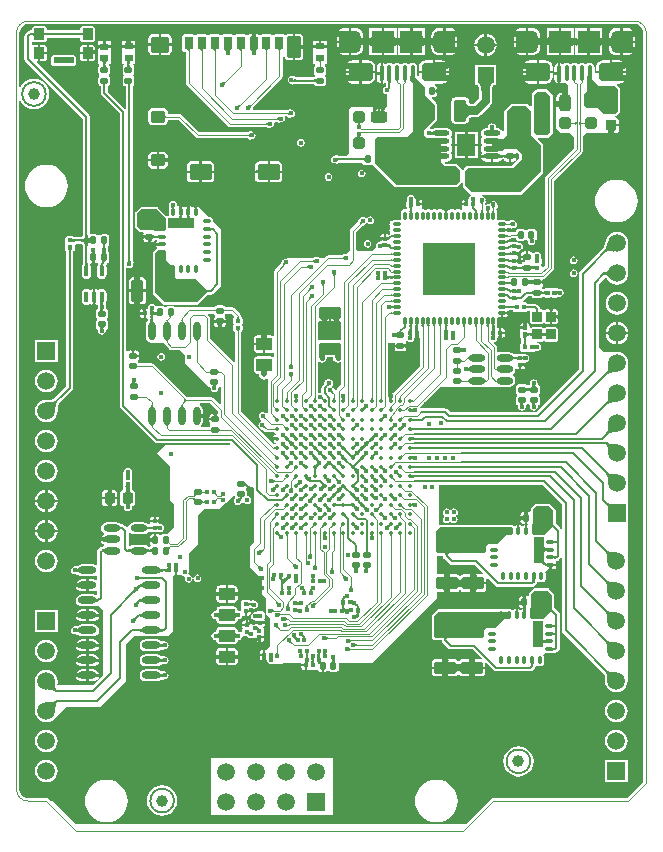
<source format=gtl>
%FSLAX44Y44*%
%MOMM*%
G71*
G01*
G75*
G04 Layer_Physical_Order=1*
G04 Layer_Color=255*
%ADD10C,0.1500*%
G04:AMPARAMS|DCode=11|XSize=1.82mm|YSize=1.07mm|CornerRadius=0.107mm|HoleSize=0mm|Usage=FLASHONLY|Rotation=180.000|XOffset=0mm|YOffset=0mm|HoleType=Round|Shape=RoundedRectangle|*
%AMROUNDEDRECTD11*
21,1,1.8200,0.8560,0,0,180.0*
21,1,1.6060,1.0700,0,0,180.0*
1,1,0.2140,-0.8030,0.4280*
1,1,0.2140,0.8030,0.4280*
1,1,0.2140,0.8030,-0.4280*
1,1,0.2140,-0.8030,-0.4280*
%
%ADD11ROUNDEDRECTD11*%
G04:AMPARAMS|DCode=12|XSize=0.8mm|YSize=0.8mm|CornerRadius=0.08mm|HoleSize=0mm|Usage=FLASHONLY|Rotation=0.000|XOffset=0mm|YOffset=0mm|HoleType=Round|Shape=RoundedRectangle|*
%AMROUNDEDRECTD12*
21,1,0.8000,0.6400,0,0,0.0*
21,1,0.6400,0.8000,0,0,0.0*
1,1,0.1600,0.3200,-0.3200*
1,1,0.1600,-0.3200,-0.3200*
1,1,0.1600,-0.3200,0.3200*
1,1,0.1600,0.3200,0.3200*
%
%ADD12ROUNDEDRECTD12*%
G04:AMPARAMS|DCode=13|XSize=2mm|YSize=1.1mm|CornerRadius=0.11mm|HoleSize=0mm|Usage=FLASHONLY|Rotation=0.000|XOffset=0mm|YOffset=0mm|HoleType=Round|Shape=RoundedRectangle|*
%AMROUNDEDRECTD13*
21,1,2.0000,0.8800,0,0,0.0*
21,1,1.7800,1.1000,0,0,0.0*
1,1,0.2200,0.8900,-0.4400*
1,1,0.2200,-0.8900,-0.4400*
1,1,0.2200,-0.8900,0.4400*
1,1,0.2200,0.8900,0.4400*
%
%ADD13ROUNDEDRECTD13*%
G04:AMPARAMS|DCode=14|XSize=0.6mm|YSize=0.5mm|CornerRadius=0.05mm|HoleSize=0mm|Usage=FLASHONLY|Rotation=180.000|XOffset=0mm|YOffset=0mm|HoleType=Round|Shape=RoundedRectangle|*
%AMROUNDEDRECTD14*
21,1,0.6000,0.4000,0,0,180.0*
21,1,0.5000,0.5000,0,0,180.0*
1,1,0.1000,-0.2500,0.2000*
1,1,0.1000,0.2500,0.2000*
1,1,0.1000,0.2500,-0.2000*
1,1,0.1000,-0.2500,-0.2000*
%
%ADD14ROUNDEDRECTD14*%
G04:AMPARAMS|DCode=15|XSize=0.4mm|YSize=0.37mm|CornerRadius=0.037mm|HoleSize=0mm|Usage=FLASHONLY|Rotation=180.000|XOffset=0mm|YOffset=0mm|HoleType=Round|Shape=RoundedRectangle|*
%AMROUNDEDRECTD15*
21,1,0.4000,0.2960,0,0,180.0*
21,1,0.3260,0.3700,0,0,180.0*
1,1,0.0740,-0.1630,0.1480*
1,1,0.0740,0.1630,0.1480*
1,1,0.0740,0.1630,-0.1480*
1,1,0.0740,-0.1630,-0.1480*
%
%ADD15ROUNDEDRECTD15*%
G04:AMPARAMS|DCode=16|XSize=0.4mm|YSize=0.37mm|CornerRadius=0.037mm|HoleSize=0mm|Usage=FLASHONLY|Rotation=90.000|XOffset=0mm|YOffset=0mm|HoleType=Round|Shape=RoundedRectangle|*
%AMROUNDEDRECTD16*
21,1,0.4000,0.2960,0,0,90.0*
21,1,0.3260,0.3700,0,0,90.0*
1,1,0.0740,0.1480,0.1630*
1,1,0.0740,0.1480,-0.1630*
1,1,0.0740,-0.1480,-0.1630*
1,1,0.0740,-0.1480,0.1630*
%
%ADD16ROUNDEDRECTD16*%
G04:AMPARAMS|DCode=17|XSize=1.38mm|YSize=1.05mm|CornerRadius=0.105mm|HoleSize=0mm|Usage=FLASHONLY|Rotation=180.000|XOffset=0mm|YOffset=0mm|HoleType=Round|Shape=RoundedRectangle|*
%AMROUNDEDRECTD17*
21,1,1.3800,0.8400,0,0,180.0*
21,1,1.1700,1.0500,0,0,180.0*
1,1,0.2100,-0.5850,0.4200*
1,1,0.2100,0.5850,0.4200*
1,1,0.2100,0.5850,-0.4200*
1,1,0.2100,-0.5850,-0.4200*
%
%ADD17ROUNDEDRECTD17*%
%ADD18O,1.4000X0.6000*%
G04:AMPARAMS|DCode=19|XSize=1mm|YSize=1mm|CornerRadius=0.25mm|HoleSize=0mm|Usage=FLASHONLY|Rotation=180.000|XOffset=0mm|YOffset=0mm|HoleType=Round|Shape=RoundedRectangle|*
%AMROUNDEDRECTD19*
21,1,1.0000,0.5000,0,0,180.0*
21,1,0.5000,1.0000,0,0,180.0*
1,1,0.5000,-0.2500,0.2500*
1,1,0.5000,0.2500,0.2500*
1,1,0.5000,0.2500,-0.2500*
1,1,0.5000,-0.2500,-0.2500*
%
%ADD19ROUNDEDRECTD19*%
G04:AMPARAMS|DCode=20|XSize=1mm|YSize=1.4mm|CornerRadius=0.25mm|HoleSize=0mm|Usage=FLASHONLY|Rotation=180.000|XOffset=0mm|YOffset=0mm|HoleType=Round|Shape=RoundedRectangle|*
%AMROUNDEDRECTD20*
21,1,1.0000,0.9000,0,0,180.0*
21,1,0.5000,1.4000,0,0,180.0*
1,1,0.5000,-0.2500,0.4500*
1,1,0.5000,0.2500,0.4500*
1,1,0.5000,0.2500,-0.4500*
1,1,0.5000,-0.2500,-0.4500*
%
%ADD20ROUNDEDRECTD20*%
%ADD21O,0.8200X0.2700*%
%ADD22O,0.2700X0.8200*%
%ADD23R,4.4500X4.4500*%
%ADD24R,0.7400X0.5400*%
G04:AMPARAMS|DCode=25|XSize=0.93mm|YSize=0.89mm|CornerRadius=0.089mm|HoleSize=0mm|Usage=FLASHONLY|Rotation=180.000|XOffset=0mm|YOffset=0mm|HoleType=Round|Shape=RoundedRectangle|*
%AMROUNDEDRECTD25*
21,1,0.9300,0.7120,0,0,180.0*
21,1,0.7520,0.8900,0,0,180.0*
1,1,0.1780,-0.3760,0.3560*
1,1,0.1780,0.3760,0.3560*
1,1,0.1780,0.3760,-0.3560*
1,1,0.1780,-0.3760,-0.3560*
%
%ADD25ROUNDEDRECTD25*%
G04:AMPARAMS|DCode=26|XSize=1.9mm|YSize=1.35mm|CornerRadius=0.135mm|HoleSize=0mm|Usage=FLASHONLY|Rotation=180.000|XOffset=0mm|YOffset=0mm|HoleType=Round|Shape=RoundedRectangle|*
%AMROUNDEDRECTD26*
21,1,1.9000,1.0800,0,0,180.0*
21,1,1.6300,1.3500,0,0,180.0*
1,1,0.2700,-0.8150,0.5400*
1,1,0.2700,0.8150,0.5400*
1,1,0.2700,0.8150,-0.5400*
1,1,0.2700,-0.8150,-0.5400*
%
%ADD26ROUNDEDRECTD26*%
G04:AMPARAMS|DCode=27|XSize=1.2mm|YSize=1mm|CornerRadius=0.1mm|HoleSize=0mm|Usage=FLASHONLY|Rotation=180.000|XOffset=0mm|YOffset=0mm|HoleType=Round|Shape=RoundedRectangle|*
%AMROUNDEDRECTD27*
21,1,1.2000,0.8000,0,0,180.0*
21,1,1.0000,1.0000,0,0,180.0*
1,1,0.2000,-0.5000,0.4000*
1,1,0.2000,0.5000,0.4000*
1,1,0.2000,0.5000,-0.4000*
1,1,0.2000,-0.5000,-0.4000*
%
%ADD27ROUNDEDRECTD27*%
G04:AMPARAMS|DCode=28|XSize=0.75mm|YSize=1.1mm|CornerRadius=0.075mm|HoleSize=0mm|Usage=FLASHONLY|Rotation=180.000|XOffset=0mm|YOffset=0mm|HoleType=Round|Shape=RoundedRectangle|*
%AMROUNDEDRECTD28*
21,1,0.7500,0.9500,0,0,180.0*
21,1,0.6000,1.1000,0,0,180.0*
1,1,0.1500,-0.3000,0.4750*
1,1,0.1500,0.3000,0.4750*
1,1,0.1500,0.3000,-0.4750*
1,1,0.1500,-0.3000,-0.4750*
%
%ADD28ROUNDEDRECTD28*%
G04:AMPARAMS|DCode=29|XSize=1.8mm|YSize=1.17mm|CornerRadius=0.117mm|HoleSize=0mm|Usage=FLASHONLY|Rotation=90.000|XOffset=0mm|YOffset=0mm|HoleType=Round|Shape=RoundedRectangle|*
%AMROUNDEDRECTD29*
21,1,1.8000,0.9360,0,0,90.0*
21,1,1.5660,1.1700,0,0,90.0*
1,1,0.2340,0.4680,0.7830*
1,1,0.2340,0.4680,-0.7830*
1,1,0.2340,-0.4680,-0.7830*
1,1,0.2340,-0.4680,0.7830*
%
%ADD29ROUNDEDRECTD29*%
G04:AMPARAMS|DCode=30|XSize=1.55mm|YSize=1.35mm|CornerRadius=0.135mm|HoleSize=0mm|Usage=FLASHONLY|Rotation=180.000|XOffset=0mm|YOffset=0mm|HoleType=Round|Shape=RoundedRectangle|*
%AMROUNDEDRECTD30*
21,1,1.5500,1.0800,0,0,180.0*
21,1,1.2800,1.3500,0,0,180.0*
1,1,0.2700,-0.6400,0.5400*
1,1,0.2700,0.6400,0.5400*
1,1,0.2700,0.6400,-0.5400*
1,1,0.2700,-0.6400,-0.5400*
%
%ADD30ROUNDEDRECTD30*%
%ADD31C,0.3500*%
G04:AMPARAMS|DCode=32|XSize=0.6mm|YSize=0.5mm|CornerRadius=0.05mm|HoleSize=0mm|Usage=FLASHONLY|Rotation=90.000|XOffset=0mm|YOffset=0mm|HoleType=Round|Shape=RoundedRectangle|*
%AMROUNDEDRECTD32*
21,1,0.6000,0.4000,0,0,90.0*
21,1,0.5000,0.5000,0,0,90.0*
1,1,0.1000,0.2000,0.2500*
1,1,0.1000,0.2000,-0.2500*
1,1,0.1000,-0.2000,-0.2500*
1,1,0.1000,-0.2000,0.2500*
%
%ADD32ROUNDEDRECTD32*%
G04:AMPARAMS|DCode=33|XSize=0.41mm|YSize=0.37mm|CornerRadius=0.037mm|HoleSize=0mm|Usage=FLASHONLY|Rotation=180.000|XOffset=0mm|YOffset=0mm|HoleType=Round|Shape=RoundedRectangle|*
%AMROUNDEDRECTD33*
21,1,0.4100,0.2960,0,0,180.0*
21,1,0.3360,0.3700,0,0,180.0*
1,1,0.0740,-0.1680,0.1480*
1,1,0.0740,0.1680,0.1480*
1,1,0.0740,0.1680,-0.1480*
1,1,0.0740,-0.1680,-0.1480*
%
%ADD33ROUNDEDRECTD33*%
G04:AMPARAMS|DCode=34|XSize=0.3mm|YSize=0.6mm|CornerRadius=0.0495mm|HoleSize=0mm|Usage=FLASHONLY|Rotation=90.000|XOffset=0mm|YOffset=0mm|HoleType=Round|Shape=RoundedRectangle|*
%AMROUNDEDRECTD34*
21,1,0.3000,0.5010,0,0,90.0*
21,1,0.2010,0.6000,0,0,90.0*
1,1,0.0990,0.2505,0.1005*
1,1,0.0990,0.2505,-0.1005*
1,1,0.0990,-0.2505,-0.1005*
1,1,0.0990,-0.2505,0.1005*
%
%ADD34ROUNDEDRECTD34*%
G04:AMPARAMS|DCode=35|XSize=0.3mm|YSize=0.6mm|CornerRadius=0.0495mm|HoleSize=0mm|Usage=FLASHONLY|Rotation=0.000|XOffset=0mm|YOffset=0mm|HoleType=Round|Shape=RoundedRectangle|*
%AMROUNDEDRECTD35*
21,1,0.3000,0.5010,0,0,0.0*
21,1,0.2010,0.6000,0,0,0.0*
1,1,0.0990,0.1005,-0.2505*
1,1,0.0990,-0.1005,-0.2505*
1,1,0.0990,-0.1005,0.2505*
1,1,0.0990,0.1005,0.2505*
%
%ADD35ROUNDEDRECTD35*%
%ADD36R,0.9000X2.2500*%
%ADD37R,2.2500X0.9000*%
%ADD38R,1.5500X1.8500*%
%ADD39O,1.4500X0.4500*%
G04:AMPARAMS|DCode=40|XSize=1mm|YSize=1.4mm|CornerRadius=0.25mm|HoleSize=0mm|Usage=FLASHONLY|Rotation=90.000|XOffset=0mm|YOffset=0mm|HoleType=Round|Shape=RoundedRectangle|*
%AMROUNDEDRECTD40*
21,1,1.0000,0.9000,0,0,90.0*
21,1,0.5000,1.4000,0,0,90.0*
1,1,0.5000,0.4500,0.2500*
1,1,0.5000,0.4500,-0.2500*
1,1,0.5000,-0.4500,-0.2500*
1,1,0.5000,-0.4500,0.2500*
%
%ADD40ROUNDEDRECTD40*%
G04:AMPARAMS|DCode=41|XSize=1mm|YSize=1mm|CornerRadius=0.25mm|HoleSize=0mm|Usage=FLASHONLY|Rotation=90.000|XOffset=0mm|YOffset=0mm|HoleType=Round|Shape=RoundedRectangle|*
%AMROUNDEDRECTD41*
21,1,1.0000,0.5000,0,0,90.0*
21,1,0.5000,1.0000,0,0,90.0*
1,1,0.5000,0.2500,0.2500*
1,1,0.5000,0.2500,-0.2500*
1,1,0.5000,-0.2500,-0.2500*
1,1,0.5000,-0.2500,0.2500*
%
%ADD41ROUNDEDRECTD41*%
%ADD42O,0.4000X0.9500*%
%ADD43O,0.6000X1.6000*%
G04:AMPARAMS|DCode=44|XSize=1.82mm|YSize=1.07mm|CornerRadius=0.107mm|HoleSize=0mm|Usage=FLASHONLY|Rotation=270.000|XOffset=0mm|YOffset=0mm|HoleType=Round|Shape=RoundedRectangle|*
%AMROUNDEDRECTD44*
21,1,1.8200,0.8560,0,0,270.0*
21,1,1.6060,1.0700,0,0,270.0*
1,1,0.2140,-0.4280,-0.8030*
1,1,0.2140,-0.4280,0.8030*
1,1,0.2140,0.4280,0.8030*
1,1,0.2140,0.4280,-0.8030*
%
%ADD44ROUNDEDRECTD44*%
%ADD45C,1.0000*%
G04:AMPARAMS|DCode=46|XSize=2.1mm|YSize=1.6mm|CornerRadius=0.4mm|HoleSize=0mm|Usage=FLASHONLY|Rotation=180.000|XOffset=0mm|YOffset=0mm|HoleType=Round|Shape=RoundedRectangle|*
%AMROUNDEDRECTD46*
21,1,2.1000,0.8000,0,0,180.0*
21,1,1.3000,1.6000,0,0,180.0*
1,1,0.8000,-0.6500,0.4000*
1,1,0.8000,0.6500,0.4000*
1,1,0.8000,0.6500,-0.4000*
1,1,0.8000,-0.6500,-0.4000*
%
%ADD46ROUNDEDRECTD46*%
%ADD47O,0.4000X1.3500*%
G04:AMPARAMS|DCode=48|XSize=1.8mm|YSize=1.9mm|CornerRadius=0.45mm|HoleSize=0mm|Usage=FLASHONLY|Rotation=180.000|XOffset=0mm|YOffset=0mm|HoleType=Round|Shape=RoundedRectangle|*
%AMROUNDEDRECTD48*
21,1,1.8000,1.0000,0,0,180.0*
21,1,0.9000,1.9000,0,0,180.0*
1,1,0.9000,-0.4500,0.5000*
1,1,0.9000,0.4500,0.5000*
1,1,0.9000,0.4500,-0.5000*
1,1,0.9000,-0.4500,-0.5000*
%
%ADD48ROUNDEDRECTD48*%
%ADD49R,1.9000X1.9000*%
G04:AMPARAMS|DCode=50|XSize=0.9mm|YSize=0.8mm|CornerRadius=0.08mm|HoleSize=0mm|Usage=FLASHONLY|Rotation=90.000|XOffset=0mm|YOffset=0mm|HoleType=Round|Shape=RoundedRectangle|*
%AMROUNDEDRECTD50*
21,1,0.9000,0.6400,0,0,90.0*
21,1,0.7400,0.8000,0,0,90.0*
1,1,0.1600,0.3200,0.3700*
1,1,0.1600,0.3200,-0.3700*
1,1,0.1600,-0.3200,-0.3700*
1,1,0.1600,-0.3200,0.3700*
%
%ADD50ROUNDEDRECTD50*%
G04:AMPARAMS|DCode=51|XSize=0.9mm|YSize=1mm|CornerRadius=0.09mm|HoleSize=0mm|Usage=FLASHONLY|Rotation=180.000|XOffset=0mm|YOffset=0mm|HoleType=Round|Shape=RoundedRectangle|*
%AMROUNDEDRECTD51*
21,1,0.9000,0.8200,0,0,180.0*
21,1,0.7200,1.0000,0,0,180.0*
1,1,0.1800,-0.3600,0.4100*
1,1,0.1800,0.3600,0.4100*
1,1,0.1800,0.3600,-0.4100*
1,1,0.1800,-0.3600,-0.4100*
%
%ADD51ROUNDEDRECTD51*%
G04:AMPARAMS|DCode=52|XSize=1.7mm|YSize=0.55mm|CornerRadius=0.055mm|HoleSize=0mm|Usage=FLASHONLY|Rotation=180.000|XOffset=0mm|YOffset=0mm|HoleType=Round|Shape=RoundedRectangle|*
%AMROUNDEDRECTD52*
21,1,1.7000,0.4400,0,0,180.0*
21,1,1.5900,0.5500,0,0,180.0*
1,1,0.1100,-0.7950,0.2200*
1,1,0.1100,0.7950,0.2200*
1,1,0.1100,0.7950,-0.2200*
1,1,0.1100,-0.7950,-0.2200*
%
%ADD52ROUNDEDRECTD52*%
%ADD53O,1.5500X0.6000*%
G04:AMPARAMS|DCode=54|XSize=0.93mm|YSize=0.89mm|CornerRadius=0.089mm|HoleSize=0mm|Usage=FLASHONLY|Rotation=90.000|XOffset=0mm|YOffset=0mm|HoleType=Round|Shape=RoundedRectangle|*
%AMROUNDEDRECTD54*
21,1,0.9300,0.7120,0,0,90.0*
21,1,0.7520,0.8900,0,0,90.0*
1,1,0.1780,0.3560,0.3760*
1,1,0.1780,0.3560,-0.3760*
1,1,0.1780,-0.3560,-0.3760*
1,1,0.1780,-0.3560,0.3760*
%
%ADD54ROUNDEDRECTD54*%
%ADD55C,0.1000*%
%ADD56C,0.2000*%
%ADD57C,0.5000*%
%ADD58C,0.3000*%
%ADD59C,0.4000*%
%ADD60C,0.0750*%
%ADD61C,0.0800*%
%ADD62C,0.7000*%
%ADD63C,0.1200*%
%ADD64C,1.5000*%
%ADD65R,1.3500X1.3500*%
%ADD66R,1.5000X1.5000*%
%ADD67R,1.5000X1.5000*%
%ADD68C,0.4500*%
G36*
X523400Y683237D02*
X525325Y682983D01*
X527118Y682240D01*
X528658Y681059D01*
X529840Y679518D01*
X530583Y677725D01*
X530837Y675800D01*
X530851D01*
Y41656D01*
X517144Y27949D01*
X403900D01*
X402925Y27755D01*
X402098Y27202D01*
X400995Y26100D01*
X400995D01*
X383436Y8541D01*
X380751Y5856D01*
X50324Y5855D01*
X30817Y25387D01*
X29017Y25388D01*
X27202Y27202D01*
X26376Y27755D01*
X25400Y27949D01*
X10000D01*
Y27963D01*
X8075Y28217D01*
X6282Y28960D01*
X4742Y30141D01*
X3560Y31682D01*
X2817Y33475D01*
X2563Y35400D01*
X2549D01*
Y618038D01*
X3530Y618233D01*
X3763Y617670D01*
X5807Y615007D01*
X8470Y612963D01*
X11572Y611678D01*
X14900Y611240D01*
X18228Y611678D01*
X21330Y612963D01*
X23993Y615007D01*
X26037Y617670D01*
X27322Y620772D01*
X27760Y624100D01*
X27322Y627428D01*
X26037Y630530D01*
X23993Y633193D01*
X21330Y635237D01*
X18228Y636522D01*
X14900Y636960D01*
X11572Y636522D01*
X8470Y635237D01*
X5807Y633193D01*
X3763Y630530D01*
X3530Y629967D01*
X2549Y630162D01*
Y675800D01*
X2563D01*
X2817Y677725D01*
X3560Y679518D01*
X4742Y681059D01*
X6282Y682240D01*
X8075Y682983D01*
X10000Y683237D01*
Y683251D01*
X523400D01*
Y683237D01*
D02*
G37*
%LPC*%
G36*
X132550Y533364D02*
X131282Y533111D01*
X130207Y532393D01*
X129489Y531318D01*
X129236Y530050D01*
X129330Y529581D01*
X129325Y529574D01*
X129110Y529267D01*
X129104Y529244D01*
X129091Y529224D01*
X129018Y528857D01*
X128936Y528490D01*
X128940Y528467D01*
X128936Y528443D01*
X129009Y528076D01*
X129073Y527707D01*
X129086Y527686D01*
X129091Y527663D01*
X129205Y527493D01*
X129195Y527478D01*
X129001Y526505D01*
Y521495D01*
X128595Y521000D01*
X127084D01*
X120242Y527842D01*
X119580Y528284D01*
X118800Y528439D01*
X105900D01*
X105120Y528284D01*
X104458Y527842D01*
X101058Y524442D01*
X100616Y523780D01*
X100461Y523000D01*
Y511900D01*
X100616Y511120D01*
X101058Y510458D01*
X101058Y510458D01*
X103758Y507758D01*
X104420Y507316D01*
X105200Y507161D01*
X107134D01*
X107660Y506399D01*
X107722Y506161D01*
X107551Y505300D01*
Y504300D01*
X107857D01*
Y504825D01*
X107976Y504716D01*
X108108Y504618D01*
X108252Y504532D01*
X108409Y504457D01*
X108578Y504394D01*
X108701Y504359D01*
X108893Y504410D01*
X109117Y504500D01*
X109300Y504610D01*
X109441Y504740D01*
X109543Y504890D01*
X109603Y505060D01*
X109622Y505250D01*
X109627Y504300D01*
X112600D01*
Y503300D01*
X113600D01*
Y500879D01*
X115338Y500924D01*
X115150Y500898D01*
X114983Y500830D01*
X114834Y500721D01*
X114706Y500570D01*
X114597Y500378D01*
X114508Y500144D01*
X114439Y499868D01*
X114389Y499551D01*
X114384Y499484D01*
X114402Y499355D01*
X114442Y499160D01*
X114494Y498978D01*
X114557Y498809D01*
X114584Y498751D01*
X115100D01*
X116075Y498945D01*
X116902Y499498D01*
X117455Y500325D01*
X117572Y500914D01*
X117585Y500919D01*
X118613Y501020D01*
X118853Y500661D01*
X118938Y500000D01*
X118853Y499339D01*
X118445Y498728D01*
X118251Y497755D01*
Y497750D01*
X118292D01*
X118673Y497754D01*
X119828Y497840D01*
X120024Y497880D01*
X120183Y497927D01*
X120306Y497981D01*
X120391Y498042D01*
X120440Y498111D01*
Y497750D01*
X123300D01*
Y495750D01*
X120440D01*
Y495390D01*
X120391Y495458D01*
X120306Y495519D01*
X120183Y495573D01*
X120024Y495620D01*
X119828Y495660D01*
X119595Y495692D01*
X119017Y495736D01*
X118292Y495750D01*
X118251D01*
Y495745D01*
X118445Y494771D01*
X118708Y494378D01*
X118663Y493261D01*
X118555Y493038D01*
X115958Y490442D01*
X115516Y489780D01*
X115361Y489000D01*
Y456100D01*
X115361Y456100D01*
X115516Y455320D01*
X115958Y454658D01*
X115958Y454658D01*
X124358Y446258D01*
X125020Y445816D01*
X125800Y445661D01*
X152700D01*
X152700Y445661D01*
X153480Y445816D01*
X154142Y446258D01*
X162125Y454241D01*
X164400D01*
X164400Y454241D01*
X165571Y454474D01*
X166563Y455137D01*
X172363Y460937D01*
X173026Y461930D01*
X173259Y463100D01*
X173259Y463100D01*
Y505700D01*
X173259Y505700D01*
X173259Y505700D01*
Y509625D01*
X166349Y516535D01*
Y517255D01*
X166155Y518229D01*
X165604Y519054D01*
X164778Y519605D01*
X163805Y519799D01*
X163085D01*
X155405Y527478D01*
X154854Y528304D01*
X154029Y528855D01*
X153055Y529049D01*
X151045D01*
X150071Y528855D01*
X149461Y528447D01*
X148800Y528362D01*
X148139Y528447D01*
X147528Y528855D01*
X146555Y529049D01*
X144545D01*
X143572Y528855D01*
X142961Y528447D01*
X142300Y528362D01*
X141639Y528447D01*
X141028Y528855D01*
X140055Y529049D01*
X140050D01*
Y529008D01*
X140054Y528627D01*
X140075Y528343D01*
X140625D01*
X140516Y528224D01*
X140418Y528092D01*
X140332Y527948D01*
X140257Y527791D01*
X140194Y527622D01*
X140145Y527449D01*
X140180Y527276D01*
X140227Y527117D01*
X140281Y526994D01*
X140342Y526909D01*
X140410Y526861D01*
X140059D01*
X140056Y526817D01*
X140050Y526584D01*
Y524000D01*
X138050D01*
Y526584D01*
X138044Y526817D01*
X138041Y526861D01*
X137690D01*
X137758Y526909D01*
X137819Y526994D01*
X137873Y527117D01*
X137920Y527276D01*
X137955Y527449D01*
X137906Y527622D01*
X137843Y527791D01*
X137768Y527948D01*
X137682Y528092D01*
X137584Y528224D01*
X137475Y528343D01*
X138037D01*
X138050Y529008D01*
Y529049D01*
X138045D01*
X137072Y528855D01*
X136924Y528855D01*
X136042Y529210D01*
X135990Y529267D01*
X135775Y529573D01*
X135770Y529581D01*
X135864Y530050D01*
X135611Y531318D01*
X134893Y532393D01*
X133818Y533111D01*
X132550Y533364D01*
D02*
G37*
G36*
X209856Y163160D02*
X206810D01*
Y160264D01*
X207440D01*
X208365Y160448D01*
X209149Y160971D01*
X209673Y161755D01*
X209856Y162680D01*
Y163160D01*
D02*
G37*
G36*
X508000Y551487D02*
X504471Y551139D01*
X501078Y550110D01*
X497951Y548439D01*
X495210Y546189D01*
X492961Y543449D01*
X491290Y540322D01*
X490261Y536929D01*
X489913Y533400D01*
X490261Y529871D01*
X491290Y526478D01*
X492961Y523351D01*
X495210Y520611D01*
X497951Y518361D01*
X501078Y516690D01*
X504471Y515661D01*
X508000Y515313D01*
X511529Y515661D01*
X514922Y516690D01*
X518049Y518361D01*
X520789Y520611D01*
X523039Y523351D01*
X524710Y526478D01*
X525740Y529871D01*
X526087Y533400D01*
X525740Y536929D01*
X524710Y540322D01*
X523039Y543449D01*
X520789Y546189D01*
X518049Y548439D01*
X514922Y550110D01*
X511529Y551139D01*
X508000Y551487D01*
D02*
G37*
G36*
X111600Y502300D02*
X109636D01*
X109641Y501262D01*
X109619Y501450D01*
X109557Y501618D01*
X109454Y501766D01*
X109311Y501894D01*
X109126Y502003D01*
X108901Y502092D01*
X108706Y502143D01*
X108578Y502106D01*
X108409Y502043D01*
X108252Y501968D01*
X108108Y501882D01*
X107976Y501784D01*
X107857Y501675D01*
Y502243D01*
X107592Y502250D01*
Y502300D01*
X107551D01*
Y501300D01*
X107745Y500325D01*
X108298Y499498D01*
X109124Y498945D01*
X110100Y498751D01*
X111600D01*
Y500786D01*
X111540Y500807D01*
X111350Y500822D01*
X111600Y500829D01*
Y502300D01*
D02*
G37*
G36*
X34900Y187300D02*
X15900D01*
Y168300D01*
X34900D01*
Y187300D01*
D02*
G37*
G36*
X310900Y505546D02*
X310270D01*
X309345Y505363D01*
X308561Y504839D01*
X308037Y504055D01*
X307854Y503130D01*
Y502650D01*
X307903D01*
X308248Y502657D01*
X308849Y502717D01*
X309104Y502768D01*
X309232Y502806D01*
X309241Y503239D01*
X309358Y503127D01*
X309488Y503027D01*
X309599Y502958D01*
X309692Y503013D01*
X309828Y503124D01*
X309934Y503249D01*
X310010Y503390D01*
Y502781D01*
X310136Y502744D01*
X310330Y502703D01*
X310537Y502673D01*
X310757Y502656D01*
X310900Y502652D01*
Y505546D01*
D02*
G37*
G36*
X64960Y162388D02*
X61210D01*
Y158290D01*
X69859D01*
X69670Y159241D01*
X68565Y160895D01*
X66911Y162000D01*
X64960Y162388D01*
D02*
G37*
G36*
X380050Y534846D02*
X379570D01*
X378645Y534663D01*
X377861Y534139D01*
X377337Y533355D01*
X377154Y532430D01*
Y531800D01*
X380050D01*
Y531834D01*
X379700D01*
X379694Y532067D01*
X379677Y532287D01*
X379648Y532495D01*
X379608Y532690D01*
X379608Y532691D01*
X379310Y532690D01*
X379384Y532740D01*
X379450Y532826D01*
X379509Y532947D01*
X379518Y532975D01*
X379493Y533041D01*
X379418Y533198D01*
X379332Y533343D01*
X379234Y533474D01*
X379125Y533593D01*
X379643D01*
X379684Y534090D01*
X379700Y534798D01*
X380050D01*
Y534846D01*
D02*
G37*
G36*
X341330Y534946D02*
X340850D01*
Y534897D01*
X341100D01*
X341105Y534534D01*
X341175Y533693D01*
X341675D01*
X341566Y533574D01*
X341468Y533442D01*
X341382Y533298D01*
X341308Y533144D01*
X341340Y533065D01*
X341413Y532939D01*
X341497Y532847D01*
X341590Y532790D01*
X341192D01*
X341192Y532789D01*
X341152Y532595D01*
X341123Y532387D01*
X341106Y532167D01*
X341100Y531934D01*
X340850D01*
Y531900D01*
X343746D01*
Y532530D01*
X343563Y533455D01*
X343039Y534239D01*
X342255Y534762D01*
X341330Y534946D01*
D02*
G37*
G36*
X69859Y156290D02*
X61210D01*
Y152192D01*
X64960D01*
X66911Y152580D01*
X68565Y153685D01*
X69670Y155339D01*
X69859Y156290D01*
D02*
G37*
G36*
X25400Y564187D02*
X21871Y563839D01*
X18478Y562810D01*
X15351Y561139D01*
X12610Y558890D01*
X10361Y556149D01*
X8690Y553022D01*
X7660Y549629D01*
X7313Y546100D01*
X7660Y542571D01*
X8690Y539178D01*
X10361Y536051D01*
X12610Y533311D01*
X15351Y531061D01*
X18478Y529390D01*
X21871Y528360D01*
X25400Y528013D01*
X28929Y528360D01*
X32322Y529390D01*
X35449Y531061D01*
X38189Y533311D01*
X40439Y536051D01*
X42110Y539178D01*
X43140Y542571D01*
X43487Y546100D01*
X43140Y549629D01*
X42110Y553022D01*
X40439Y556149D01*
X38189Y558890D01*
X35449Y561139D01*
X32322Y562810D01*
X28929Y563839D01*
X25400Y564187D01*
D02*
G37*
G36*
X59210Y162388D02*
X55460D01*
X53509Y162000D01*
X51855Y160895D01*
X50750Y159241D01*
X50667Y158824D01*
X51014Y158855D01*
X51014Y158868D01*
X51034Y158857D01*
X51355Y158886D01*
X51802Y158963D01*
X52224Y159062D01*
X52621Y159182D01*
X52994Y159325D01*
X53341Y159489D01*
X53664Y159676D01*
X53962Y159884D01*
Y158290D01*
X59210D01*
Y162388D01*
D02*
G37*
G36*
Y156290D02*
X53962D01*
Y154696D01*
X53664Y154904D01*
X53341Y155091D01*
X52994Y155255D01*
X52621Y155398D01*
X52224Y155518D01*
X51802Y155617D01*
X51355Y155694D01*
X51103Y155723D01*
X51000Y155718D01*
X51000Y155735D01*
X50884Y155749D01*
X50667Y155758D01*
X50750Y155339D01*
X51855Y153685D01*
X53509Y152580D01*
X55460Y152192D01*
X59210D01*
Y156290D01*
D02*
G37*
G36*
X118960Y162388D02*
X109460D01*
X107509Y162000D01*
X105855Y160895D01*
X104750Y159241D01*
X104362Y157290D01*
X104750Y155339D01*
X105855Y153685D01*
X107509Y152580D01*
X109460Y152192D01*
X118960D01*
X120911Y152580D01*
X122565Y153685D01*
X122861Y154129D01*
X123032Y154027D01*
X123328Y153830D01*
X123372Y153822D01*
X123409Y153799D01*
X123761Y153746D01*
X124109Y153679D01*
X124152Y153687D01*
X124196Y153681D01*
X124541Y153767D01*
X124889Y153837D01*
X124925Y153862D01*
X124968Y153873D01*
X125245Y154077D01*
X125700Y153986D01*
X126968Y154239D01*
X128043Y154957D01*
X128761Y156032D01*
X129014Y157300D01*
X128761Y158568D01*
X128043Y159643D01*
X126968Y160361D01*
X125700Y160614D01*
X125218Y160518D01*
X124939Y160720D01*
X124895Y160731D01*
X124858Y160755D01*
X124510Y160823D01*
X124165Y160905D01*
X124121Y160898D01*
X124077Y160907D01*
X123730Y160836D01*
X123379Y160781D01*
X123341Y160757D01*
X123298Y160748D01*
X122565Y160895D01*
X120911Y162000D01*
X118960Y162388D01*
D02*
G37*
G36*
X64960Y175088D02*
X55460D01*
X53509Y174700D01*
X51855Y173595D01*
X51766Y173461D01*
X51702Y173448D01*
X51659Y173457D01*
X51621Y173480D01*
X51270Y173536D01*
X50923Y173607D01*
X50879Y173598D01*
X50835Y173605D01*
X50490Y173523D01*
X50142Y173455D01*
X50105Y173431D01*
X50061Y173420D01*
X49782Y173218D01*
X49300Y173314D01*
X48032Y173061D01*
X46957Y172343D01*
X46239Y171268D01*
X45986Y170000D01*
X46239Y168732D01*
X46957Y167657D01*
X48032Y166939D01*
X49300Y166686D01*
X49755Y166777D01*
X50032Y166573D01*
X50075Y166562D01*
X50111Y166537D01*
X50459Y166467D01*
X50804Y166381D01*
X50848Y166388D01*
X50891Y166379D01*
X51239Y166446D01*
X51591Y166499D01*
X51628Y166522D01*
X51672Y166530D01*
X51732Y166570D01*
X51855Y166385D01*
X53509Y165280D01*
X55460Y164892D01*
X64960D01*
X66911Y165280D01*
X68565Y166385D01*
X69670Y168039D01*
X70058Y169990D01*
X69670Y171941D01*
X68565Y173595D01*
X66911Y174700D01*
X64960Y175088D01*
D02*
G37*
G36*
Y187788D02*
X61210D01*
Y183690D01*
X69859D01*
X69670Y184641D01*
X68565Y186295D01*
X66911Y187400D01*
X64960Y187788D01*
D02*
G37*
G36*
X59210D02*
X55460D01*
X53509Y187400D01*
X51855Y186295D01*
X50750Y184641D01*
X50667Y184224D01*
X51014Y184255D01*
X51014Y184268D01*
X51034Y184257D01*
X51355Y184286D01*
X51802Y184363D01*
X52224Y184462D01*
X52621Y184582D01*
X52994Y184725D01*
X53341Y184889D01*
X53664Y185076D01*
X53962Y185284D01*
Y183690D01*
X59210D01*
Y187788D01*
D02*
G37*
G36*
X429285Y485200D02*
X427151D01*
Y484200D01*
X427345Y483224D01*
X427497Y482998D01*
X427513Y483706D01*
X427529Y483695D01*
X427567Y483686D01*
X427627Y483677D01*
X427811Y483664D01*
X428237Y483657D01*
X428258Y483679D01*
X428954Y484471D01*
X429102Y484678D01*
X429210Y484855D01*
X429275Y485005D01*
X429299Y485125D01*
X429285Y485200D01*
D02*
G37*
G36*
X198336Y185400D02*
X198070D01*
X197766Y185393D01*
X197488Y185370D01*
X197235Y185333D01*
X197107Y185304D01*
X197169Y184964D01*
X197040Y185047D01*
X196900Y185121D01*
X196748Y185187D01*
X196746Y185187D01*
X196629Y185134D01*
X196479Y185037D01*
X196353Y184926D01*
X196254Y184801D01*
X196180Y184660D01*
Y185337D01*
X196024Y185361D01*
X195592Y185396D01*
X195359Y185400D01*
X195290D01*
Y182504D01*
X195920D01*
X196845Y182687D01*
X197629Y183211D01*
X198153Y183995D01*
X198336Y184920D01*
Y185400D01*
D02*
G37*
G36*
X471900Y475514D02*
X470632Y475261D01*
X469557Y474543D01*
X468839Y473468D01*
X468586Y472200D01*
X468839Y470932D01*
X469557Y469857D01*
X470632Y469139D01*
X471900Y468886D01*
X473168Y469139D01*
X474243Y469857D01*
X474961Y470932D01*
X475214Y472200D01*
X474961Y473468D01*
X474243Y474543D01*
X473168Y475261D01*
X471900Y475514D01*
D02*
G37*
G36*
X195920Y195996D02*
X192660D01*
X191735Y195812D01*
X190951Y195289D01*
X190427Y194505D01*
X190244Y193580D01*
Y190620D01*
X190427Y189695D01*
X190725Y189250D01*
X190427Y188805D01*
X190244Y187880D01*
Y186766D01*
X189622Y186434D01*
X189244Y186321D01*
X188000Y186569D01*
X187343D01*
X187260Y186575D01*
Y187200D01*
X187023Y188390D01*
X186349Y189399D01*
X185340Y190073D01*
X184150Y190310D01*
X172450D01*
X171260Y190073D01*
X170251Y189399D01*
X169577Y188390D01*
X169340Y187200D01*
Y186575D01*
X169257Y186569D01*
X168600D01*
X167234Y186297D01*
X166077Y185523D01*
X165303Y184366D01*
X165031Y183000D01*
X165303Y181634D01*
X166077Y180477D01*
X167234Y179703D01*
X168600Y179431D01*
X169257D01*
X169340Y179425D01*
Y178800D01*
X169577Y177610D01*
X170251Y176601D01*
X171260Y175927D01*
X172450Y175690D01*
X184150D01*
X185340Y175927D01*
X186349Y176601D01*
X187023Y177610D01*
X187260Y178800D01*
Y179425D01*
X187343Y179431D01*
X188000D01*
X189366Y179703D01*
X190523Y180477D01*
X191297Y181634D01*
X191486Y182584D01*
X191735Y182687D01*
X192660Y182504D01*
X193290D01*
Y186400D01*
X194290D01*
Y187400D01*
X194951D01*
X195185Y187407D01*
X195404Y187426D01*
X195607Y187460D01*
X195796Y187506D01*
X195969Y187566D01*
X196127Y187639D01*
X196180Y187671D01*
Y188140D01*
X196254Y187999D01*
X196353Y187873D01*
X196403Y187830D01*
X196511Y187938D01*
X196609Y188064D01*
X196685Y187640D01*
X196806Y187585D01*
X197007Y187518D01*
X197235Y187467D01*
X197488Y187430D01*
X197766Y187407D01*
X198070Y187400D01*
X198336D01*
Y187706D01*
X198594Y188044D01*
X199242Y188454D01*
X199305Y188431D01*
X199357Y188434D01*
X199407Y188419D01*
X199753Y188455D01*
X200100Y188474D01*
X200147Y188496D01*
X200199Y188502D01*
X200476Y188652D01*
X201410Y188466D01*
X202678Y188719D01*
X203753Y189437D01*
X204471Y190512D01*
X204724Y191780D01*
X204471Y193048D01*
X203753Y194123D01*
X202678Y194841D01*
X202264Y194924D01*
X202260Y194926D01*
X201323Y195112D01*
X201147Y195282D01*
X201112Y195296D01*
X201084Y195321D01*
X200743Y195441D01*
X200407Y195574D01*
X200369Y195573D01*
X200334Y195586D01*
X199973Y195567D01*
X199612Y195560D01*
X199577Y195545D01*
X199539Y195543D01*
X199213Y195387D01*
X198882Y195243D01*
X198836Y195211D01*
X198816Y195204D01*
X198774Y195192D01*
X198709Y195177D01*
X198647Y195167D01*
X198554Y195159D01*
X197841D01*
X197830Y195160D01*
X197704Y195176D01*
X197629Y195289D01*
X197511Y195367D01*
X197464Y195424D01*
X197285Y195518D01*
X196845Y195812D01*
X195920Y195996D01*
D02*
G37*
G36*
X471800Y486614D02*
X470532Y486361D01*
X469457Y485643D01*
X468739Y484568D01*
X468486Y483300D01*
X468739Y482032D01*
X469457Y480957D01*
X470532Y480239D01*
X471800Y479986D01*
X473068Y480239D01*
X474143Y480957D01*
X474861Y482032D01*
X475114Y483300D01*
X474861Y484568D01*
X474143Y485643D01*
X473068Y486361D01*
X471800Y486614D01*
D02*
G37*
G36*
X194190Y178486D02*
X193560D01*
X192635Y178302D01*
X191851Y177779D01*
X191327Y176995D01*
X191144Y176070D01*
Y175590D01*
X194190D01*
Y178486D01*
D02*
G37*
G36*
X297300Y500514D02*
X296032Y500261D01*
X294957Y499543D01*
X294239Y498468D01*
X293986Y497200D01*
X294239Y495932D01*
X294957Y494857D01*
X296032Y494139D01*
X297300Y493886D01*
X298568Y494139D01*
X299643Y494857D01*
X300361Y495932D01*
X300614Y497200D01*
X300361Y498468D01*
X299643Y499543D01*
X298568Y500261D01*
X297300Y500514D01*
D02*
G37*
G36*
X196820Y178486D02*
X196190D01*
Y177108D01*
X196725Y177689D01*
X197746Y174747D01*
X197613Y174801D01*
X197476Y174832D01*
X197335Y174838D01*
X197189Y174820D01*
X197039Y174778D01*
X196884Y174712D01*
X196725Y174622D01*
X196562Y174508D01*
X196394Y174370D01*
X196222Y174207D01*
X195920Y174590D01*
X195190D01*
Y173590D01*
X191144D01*
Y173110D01*
X191327Y172185D01*
X191625Y171740D01*
X191327Y171295D01*
X191144Y170370D01*
Y168658D01*
X190144Y168177D01*
X189366Y168697D01*
X188000Y168969D01*
X187343D01*
X187260Y168975D01*
Y169600D01*
X187023Y170790D01*
X186349Y171799D01*
X185340Y172473D01*
X184150Y172710D01*
X172450D01*
X171260Y172473D01*
X170251Y171799D01*
X169577Y170790D01*
X169340Y169600D01*
Y168975D01*
X169257Y168969D01*
X168600D01*
X167234Y168697D01*
X166077Y167923D01*
X165303Y166766D01*
X165031Y165400D01*
X165303Y164034D01*
X166077Y162877D01*
X167234Y162103D01*
X168600Y161831D01*
X169257D01*
X169340Y161825D01*
Y161200D01*
X169577Y160010D01*
X170251Y159001D01*
X171260Y158327D01*
X172450Y158090D01*
X184150D01*
X185340Y158327D01*
X186349Y159001D01*
X187023Y160010D01*
X187260Y161200D01*
Y161825D01*
X187343Y161831D01*
X188000D01*
X189366Y162103D01*
X190523Y162877D01*
X191297Y164034D01*
X191444Y164771D01*
X192542Y165240D01*
X192635Y165177D01*
X193560Y164994D01*
X194748D01*
X194882Y164854D01*
X195032Y164679D01*
X195061Y164641D01*
X195175Y164539D01*
X195193Y164519D01*
X195383Y164270D01*
X195459Y164227D01*
X195517Y164162D01*
X195801Y164029D01*
X196072Y163872D01*
X196158Y163860D01*
X196237Y163823D01*
X196550Y163808D01*
X196861Y163767D01*
X196898Y163777D01*
X197330Y163691D01*
X197330Y163691D01*
X197498D01*
X197502Y163689D01*
X198770Y163436D01*
X200038Y163689D01*
X200764Y164173D01*
X201764Y163717D01*
Y162680D01*
X201947Y161755D01*
X202471Y160971D01*
X203255Y160448D01*
X204180Y160264D01*
X204810D01*
Y161710D01*
X204432Y161285D01*
X204347Y161169D01*
X204219Y160967D01*
X204177Y160881D01*
X203057Y163811D01*
X203194Y163760D01*
X203335Y163733D01*
X203480Y163729D01*
X203629Y163749D01*
X203781Y163793D01*
X203938Y163860D01*
X204098Y163952D01*
X204263Y164066D01*
X204431Y164205D01*
X204603Y164367D01*
X204810Y163666D01*
Y164160D01*
X205810D01*
Y165160D01*
X209856D01*
Y165640D01*
X209673Y166565D01*
X209375Y167010D01*
X209673Y167455D01*
X209856Y168380D01*
Y171340D01*
X209673Y172265D01*
X209149Y173049D01*
Y173081D01*
X209629Y173401D01*
X210152Y174185D01*
X210336Y175110D01*
Y175590D01*
X204400D01*
Y174850D01*
X204324Y174991D01*
X204218Y175117D01*
X204082Y175228D01*
X203916Y175324D01*
X203720Y175405D01*
X203494Y175472D01*
X203239Y175523D01*
X202953Y175560D01*
X202638Y175583D01*
X202292Y175590D01*
X202180D01*
X202110Y175084D01*
X200842Y174831D01*
X200236Y174427D01*
X199236Y174961D01*
Y176070D01*
X199053Y176995D01*
X198529Y177779D01*
X197745Y178302D01*
X196820Y178486D01*
D02*
G37*
G36*
X207920Y186186D02*
X204660D01*
X203735Y186002D01*
X203244Y185674D01*
X203203Y185671D01*
X202838Y185658D01*
X202807Y185643D01*
X202772Y185641D01*
X202446Y185478D01*
X202115Y185326D01*
X202091Y185301D01*
X202060Y185286D01*
X202008Y185225D01*
X201460Y185116D01*
X201115Y184886D01*
X200842Y184831D01*
X199767Y184113D01*
X199049Y183038D01*
X198796Y181770D01*
X199049Y180502D01*
X199767Y179427D01*
X200842Y178709D01*
X202110Y178456D01*
X202229Y177590D01*
X202292D01*
X202638Y177597D01*
X203239Y177656D01*
X203494Y177708D01*
X203720Y177775D01*
X203916Y177856D01*
X204082Y177952D01*
X204218Y178063D01*
X204324Y178189D01*
X204400Y178330D01*
Y177590D01*
X210336D01*
Y178070D01*
X210152Y178995D01*
X209855Y179440D01*
X210152Y179885D01*
X210336Y180810D01*
Y183770D01*
X210152Y184695D01*
X209629Y185479D01*
X208845Y186002D01*
X207920Y186186D01*
D02*
G37*
G36*
X431200Y490749D02*
X429700D01*
X428725Y490555D01*
X427898Y490002D01*
X427345Y489175D01*
X427151Y488200D01*
Y487200D01*
X431200D01*
Y490749D01*
D02*
G37*
G36*
X59210Y181690D02*
X53962D01*
Y180096D01*
X53664Y180304D01*
X53341Y180491D01*
X52994Y180655D01*
X52621Y180798D01*
X52224Y180918D01*
X51802Y181017D01*
X51355Y181094D01*
X51103Y181123D01*
X51000Y181118D01*
X51000Y181135D01*
X50884Y181149D01*
X50667Y181158D01*
X50750Y180739D01*
X51855Y179085D01*
X53509Y177980D01*
X55460Y177592D01*
X59210D01*
Y181690D01*
D02*
G37*
G36*
X69859D02*
X61210D01*
Y177592D01*
X64960D01*
X66911Y177980D01*
X68565Y179085D01*
X69670Y180739D01*
X69859Y181690D01*
D02*
G37*
G36*
X390850Y580000D02*
X382100D01*
Y569750D01*
X390850D01*
Y580000D01*
D02*
G37*
G36*
X240800Y586114D02*
X239532Y585861D01*
X238457Y585143D01*
X237739Y584068D01*
X237486Y582800D01*
X237739Y581532D01*
X238457Y580457D01*
X239532Y579739D01*
X240800Y579486D01*
X242068Y579739D01*
X243143Y580457D01*
X243861Y581532D01*
X244114Y582800D01*
X243861Y584068D01*
X243143Y585143D01*
X242068Y585861D01*
X240800Y586114D01*
D02*
G37*
G36*
X380100Y592250D02*
X371350D01*
Y582000D01*
X380100D01*
Y592250D01*
D02*
G37*
G36*
Y580000D02*
X371350D01*
Y569750D01*
X380100D01*
Y580000D01*
D02*
G37*
G36*
X184150Y154910D02*
X179300D01*
Y148600D01*
X184973D01*
Y149100D01*
X185159Y149110D01*
Y150411D01*
X185187Y150162D01*
X185273Y149939D01*
X185415Y149742D01*
X185613Y149572D01*
X185869Y149428D01*
X186182Y149310D01*
X186551Y149218D01*
X186977Y149152D01*
X187260Y149129D01*
Y151800D01*
X187023Y152990D01*
X186349Y153999D01*
X185340Y154673D01*
X184150Y154910D01*
D02*
G37*
G36*
X124920Y575059D02*
X120920D01*
Y569000D01*
X125773D01*
Y569500D01*
X125878Y569506D01*
Y570891D01*
X125907Y570627D01*
X125995Y570391D01*
X126141Y570182D01*
X126346Y570001D01*
X126608Y569848D01*
X126930Y569723D01*
X127310Y569625D01*
X127748Y569556D01*
X127979Y569536D01*
Y572000D01*
X127746Y573171D01*
X127083Y574163D01*
X126090Y574826D01*
X124920Y575059D01*
D02*
G37*
G36*
X422849Y570400D02*
X422808D01*
Y570250D01*
X422414Y570240D01*
X422060Y570210D01*
X421748Y570161D01*
X421718Y570153D01*
X421729Y569690D01*
X421608Y569796D01*
X421474Y569891D01*
X421328Y569975D01*
X421259Y570007D01*
X421248Y570003D01*
X421059Y569894D01*
X420912Y569766D01*
X420806Y569618D01*
X420742Y569449D01*
X420718Y569262D01*
X420732Y570177D01*
X420621Y570200D01*
X420413Y570228D01*
X420193Y570244D01*
X419960Y570250D01*
X419956Y570400D01*
X418800D01*
Y566851D01*
X420300D01*
X421275Y567045D01*
X422102Y567598D01*
X422655Y568425D01*
X422849Y569400D01*
Y570400D01*
D02*
G37*
G36*
X64960Y149688D02*
X61210D01*
Y145590D01*
X69859D01*
X69670Y146541D01*
X68565Y148195D01*
X66911Y149300D01*
X64960Y149688D01*
D02*
G37*
G36*
X59210D02*
X55460D01*
X53509Y149300D01*
X51855Y148195D01*
X50750Y146541D01*
X50667Y146124D01*
X51014Y146155D01*
X51014Y146168D01*
X51034Y146157D01*
X51355Y146186D01*
X51802Y146263D01*
X52224Y146362D01*
X52621Y146482D01*
X52994Y146625D01*
X53341Y146789D01*
X53664Y146976D01*
X53962Y147184D01*
Y145590D01*
X59210D01*
Y149688D01*
D02*
G37*
G36*
X208559Y148070D02*
X205934D01*
Y147440D01*
X206117Y146515D01*
X206641Y145731D01*
X207425Y145208D01*
X208350Y145024D01*
X208830D01*
Y145072D01*
X208560D01*
X208555Y145438D01*
X208485Y146328D01*
X208479Y146357D01*
X207985D01*
X208094Y146476D01*
X208192Y146608D01*
X208278Y146752D01*
X208340Y146882D01*
X208330Y146909D01*
X208259Y147034D01*
X208179Y147124D01*
X208090Y147180D01*
X208446Y147183D01*
X208468Y147261D01*
X208508Y147455D01*
X208537Y147663D01*
X208554Y147883D01*
X208559Y148070D01*
D02*
G37*
G36*
X510207Y596700D02*
X504500D01*
Y593294D01*
X506664D01*
X506557Y593263D01*
X506461Y593170D01*
X506376Y593016D01*
X506303Y592799D01*
X506241Y592521D01*
X506190Y592180D01*
X506123Y591314D01*
X506120Y591193D01*
X507260D01*
X508388Y591418D01*
X509344Y592056D01*
X509982Y593012D01*
X510207Y594140D01*
Y596700D01*
D02*
G37*
G36*
X390850Y592250D02*
X382100D01*
Y582000D01*
X390850D01*
Y592250D01*
D02*
G37*
G36*
X124920Y612059D02*
X114920D01*
X113750Y611826D01*
X112757Y611163D01*
X112094Y610171D01*
X111861Y609000D01*
Y601000D01*
X112094Y599829D01*
X112757Y598837D01*
X113750Y598174D01*
X114920Y597941D01*
X124920D01*
X126090Y598174D01*
X127083Y598837D01*
X127746Y599829D01*
X127979Y601000D01*
Y602451D01*
X136744D01*
X151898Y587298D01*
X152725Y586745D01*
X153700Y586551D01*
X195583D01*
X195594Y586546D01*
X195662Y586505D01*
X195730Y586457D01*
X196012Y586219D01*
X196168Y586067D01*
X196491Y585856D01*
X196813Y585641D01*
X196824Y585639D01*
X196835Y585632D01*
X197214Y585561D01*
X197593Y585486D01*
X197605Y585488D01*
X197617Y585486D01*
X197995Y585566D01*
X198374Y585641D01*
X198383Y585648D01*
X198395Y585650D01*
X198713Y585868D01*
X198731Y585880D01*
X199200Y585786D01*
X200468Y586039D01*
X201543Y586757D01*
X202261Y587832D01*
X202514Y589100D01*
X202261Y590368D01*
X201543Y591443D01*
X200468Y592161D01*
X199200Y592414D01*
X198731Y592320D01*
X198713Y592332D01*
X198395Y592550D01*
X198383Y592552D01*
X198374Y592559D01*
X197995Y592634D01*
X197617Y592714D01*
X197605Y592712D01*
X197593Y592714D01*
X197214Y592639D01*
X196835Y592568D01*
X196824Y592561D01*
X196813Y592559D01*
X196491Y592344D01*
X196168Y592133D01*
X195993Y591963D01*
X195865Y591848D01*
X195753Y591759D01*
X195662Y591695D01*
X195594Y591654D01*
X195583Y591649D01*
X154756D01*
X139602Y606802D01*
X138776Y607355D01*
X137800Y607549D01*
X127979D01*
Y609000D01*
X127746Y610171D01*
X127083Y611163D01*
X126090Y611826D01*
X124920Y612059D01*
D02*
G37*
G36*
X177300Y154910D02*
X172450D01*
X171260Y154673D01*
X170251Y153999D01*
X169577Y152990D01*
X169340Y151800D01*
Y149129D01*
X169623Y149152D01*
X170049Y149218D01*
X170418Y149310D01*
X170731Y149428D01*
X170986Y149572D01*
X171185Y149742D01*
X171327Y149939D01*
X171413Y150162D01*
X171441Y150410D01*
Y149101D01*
X171627Y149100D01*
Y148600D01*
X177300D01*
Y154910D01*
D02*
G37*
G36*
X118920Y575059D02*
X114920D01*
X113750Y574826D01*
X112757Y574163D01*
X112094Y573171D01*
X111861Y572000D01*
Y569000D01*
X118920D01*
Y575059D01*
D02*
G37*
G36*
X167486Y557250D02*
X167415D01*
X167029Y557240D01*
X166684Y557210D01*
X166380Y557160D01*
X166116Y557090D01*
X165893Y557000D01*
X165710Y556890D01*
X165568Y556760D01*
X165466Y556610D01*
X165405Y556440D01*
X165385Y556250D01*
Y557250D01*
X156920D01*
Y549434D01*
X164070D01*
X165377Y549694D01*
X166485Y550435D01*
X167226Y551543D01*
X167486Y552850D01*
Y557250D01*
D02*
G37*
G36*
X212620D02*
X204155D01*
Y556250D01*
X204135Y556440D01*
X204074Y556610D01*
X203972Y556760D01*
X203830Y556890D01*
X203647Y557000D01*
X203424Y557090D01*
X203160Y557160D01*
X202856Y557210D01*
X202510Y557240D01*
X202125Y557250D01*
X202054D01*
Y552850D01*
X202314Y551543D01*
X203055Y550435D01*
X204163Y549694D01*
X205470Y549434D01*
X212620D01*
Y557250D01*
D02*
G37*
G36*
X154920Y567066D02*
X147770D01*
X146463Y566806D01*
X145355Y566065D01*
X144614Y564957D01*
X144354Y563650D01*
Y559250D01*
X144425D01*
X144810Y559260D01*
X145156Y559290D01*
X145460Y559340D01*
X145724Y559410D01*
X145948Y559500D01*
X146130Y559610D01*
X146272Y559740D01*
X146374Y559890D01*
X146435Y560060D01*
X146455Y560250D01*
Y559250D01*
X154920D01*
Y567066D01*
D02*
G37*
G36*
Y557250D02*
X146455D01*
Y556250D01*
X146435Y556440D01*
X146374Y556610D01*
X146272Y556760D01*
X146130Y556890D01*
X145948Y557000D01*
X145724Y557090D01*
X145460Y557160D01*
X145156Y557210D01*
X144810Y557240D01*
X144425Y557250D01*
X144354D01*
Y552850D01*
X144614Y551543D01*
X145355Y550435D01*
X146463Y549694D01*
X147770Y549434D01*
X154920D01*
Y557250D01*
D02*
G37*
G36*
X225186D02*
X214620D01*
Y549434D01*
X221770D01*
X223077Y549694D01*
X224185Y550435D01*
X224926Y551543D01*
X225186Y552850D01*
Y557250D01*
D02*
G37*
G36*
X264300Y557214D02*
X263032Y556961D01*
X261957Y556243D01*
X261239Y555168D01*
X260986Y553900D01*
X261239Y552632D01*
X261957Y551557D01*
X263032Y550839D01*
X264300Y550586D01*
X265568Y550839D01*
X266643Y551557D01*
X267361Y552632D01*
X267614Y553900D01*
X267361Y555168D01*
X266643Y556243D01*
X265568Y556961D01*
X264300Y557214D01*
D02*
G37*
G36*
X292300Y560114D02*
X291032Y559861D01*
X289957Y559143D01*
X289239Y558068D01*
X288986Y556800D01*
X289239Y555532D01*
X289957Y554457D01*
X291032Y553739D01*
X292300Y553486D01*
X293568Y553739D01*
X294643Y554457D01*
X295361Y555532D01*
X295614Y556800D01*
X295361Y558068D01*
X294643Y559143D01*
X293568Y559861D01*
X292300Y560114D01*
D02*
G37*
G36*
X125773Y567000D02*
X120920D01*
Y560941D01*
X124920D01*
X126090Y561174D01*
X127083Y561837D01*
X127746Y562829D01*
X127979Y564000D01*
Y566464D01*
X127748Y566444D01*
X127310Y566375D01*
X126930Y566277D01*
X126608Y566152D01*
X126346Y565999D01*
X126141Y565818D01*
X125995Y565609D01*
X125907Y565373D01*
X125878Y565108D01*
Y566500D01*
X125773Y566500D01*
Y567000D01*
D02*
G37*
G36*
X401600Y570250D02*
X393466D01*
X393597Y569592D01*
X394536Y568186D01*
X395942Y567247D01*
X397600Y566917D01*
X401600D01*
Y570250D01*
D02*
G37*
G36*
X208830Y153116D02*
X208350D01*
X207425Y152933D01*
X206641Y152409D01*
X206117Y151625D01*
X205934Y150700D01*
Y150070D01*
X208830D01*
Y153116D01*
D02*
G37*
G36*
X118920Y567000D02*
X111861D01*
Y564000D01*
X112094Y562829D01*
X112757Y561837D01*
X113750Y561174D01*
X114920Y560941D01*
X118920D01*
Y567000D01*
D02*
G37*
G36*
X164070Y567066D02*
X156920D01*
Y559250D01*
X165385D01*
Y560250D01*
X165405Y560060D01*
X165466Y559890D01*
X165568Y559740D01*
X165710Y559610D01*
X165893Y559500D01*
X166116Y559410D01*
X166380Y559340D01*
X166684Y559290D01*
X167029Y559260D01*
X167415Y559250D01*
X167486D01*
Y563650D01*
X167226Y564957D01*
X166485Y566065D01*
X165377Y566806D01*
X164070Y567066D01*
D02*
G37*
G36*
X212620D02*
X205470D01*
X204163Y566806D01*
X203055Y566065D01*
X202314Y564957D01*
X202054Y563650D01*
Y559250D01*
X202125D01*
X202510Y559260D01*
X202856Y559290D01*
X203160Y559340D01*
X203424Y559410D01*
X203647Y559500D01*
X203830Y559610D01*
X203972Y559740D01*
X204074Y559890D01*
X204135Y560060D01*
X204155Y560250D01*
Y559250D01*
X212620D01*
Y567066D01*
D02*
G37*
G36*
X221770D02*
X214620D01*
Y559250D01*
X225186D01*
Y563650D01*
X224926Y564957D01*
X224185Y566065D01*
X223077Y566806D01*
X221770Y567066D01*
D02*
G37*
G36*
X122750Y404864D02*
X121482Y404611D01*
X120407Y403893D01*
X119689Y402818D01*
X119436Y401550D01*
X119689Y400282D01*
X120407Y399207D01*
X121482Y398489D01*
X122750Y398236D01*
X124018Y398489D01*
X125093Y399207D01*
X125811Y400282D01*
X126064Y401550D01*
X125811Y402818D01*
X125093Y403893D01*
X124018Y404611D01*
X122750Y404864D01*
D02*
G37*
G36*
X101400Y407049D02*
X99900D01*
Y406944D01*
X100475D01*
X100271Y406735D01*
X99927Y406327D01*
X99900Y406289D01*
Y403500D01*
X103949D01*
Y404500D01*
X103755Y405476D01*
X103203Y406303D01*
X102376Y406855D01*
X101400Y407049D01*
D02*
G37*
G36*
X208800Y411500D02*
X200840D01*
Y408300D01*
X201077Y407110D01*
X201751Y406101D01*
X202760Y405427D01*
X203950Y405190D01*
X208800D01*
Y411500D01*
D02*
G37*
G36*
X34900Y415900D02*
X15900D01*
Y396900D01*
X34900D01*
Y415900D01*
D02*
G37*
G36*
X26400Y263450D02*
Y255000D01*
X34850D01*
X34655Y256480D01*
X33698Y258791D01*
X32175Y260776D01*
X30191Y262298D01*
X27880Y263256D01*
X26400Y263450D01*
D02*
G37*
G36*
X24400D02*
X22920Y263256D01*
X20609Y262298D01*
X18625Y260776D01*
X17102Y258791D01*
X16144Y256480D01*
X15950Y255000D01*
X24400D01*
Y263450D01*
D02*
G37*
G36*
X430646Y393750D02*
X430597D01*
X430252Y393743D01*
X429651Y393683D01*
X429527Y393658D01*
X429492Y393136D01*
X429380Y393252D01*
X429254Y393357D01*
X429115Y393449D01*
X429016Y393501D01*
X428974Y393484D01*
X428808Y393387D01*
X428672Y393276D01*
X428566Y393151D01*
X428490Y393010D01*
Y393680D01*
X428425Y393695D01*
X428219Y393725D01*
X428000Y393744D01*
X427767Y393750D01*
X427600D01*
Y390854D01*
X428230D01*
X429155Y391037D01*
X429939Y391561D01*
X430462Y392345D01*
X430646Y393270D01*
Y393750D01*
D02*
G37*
G36*
X116500Y251849D02*
X115500D01*
X114524Y251655D01*
X113697Y251103D01*
X113145Y250276D01*
X112951Y249300D01*
Y248356D01*
X113361Y248423D01*
X113736Y248518D01*
X114072Y248640D01*
X114366Y248790D01*
X114620Y248966D01*
X114834Y249170D01*
X115007Y249401D01*
X115140Y249660D01*
Y247800D01*
X116500D01*
Y251849D01*
D02*
G37*
G36*
X34850Y253000D02*
X26400D01*
Y244550D01*
X27880Y244744D01*
X30191Y245702D01*
X32175Y247225D01*
X33698Y249209D01*
X34655Y251520D01*
X34850Y253000D01*
D02*
G37*
G36*
X24400D02*
X15950D01*
X16144Y251520D01*
X17102Y249209D01*
X18625Y247225D01*
X20609Y245702D01*
X22920Y244744D01*
X24400Y244550D01*
Y253000D01*
D02*
G37*
G36*
X432130Y430246D02*
X431500D01*
Y430197D01*
X431509Y429863D01*
X431536Y429557D01*
X431580Y429277D01*
X431626Y429093D01*
X432075D01*
X431966Y428974D01*
X431868Y428842D01*
X431782Y428698D01*
X431778Y428690D01*
X431820Y428604D01*
X431936Y428434D01*
X432070Y428292D01*
X432221Y428177D01*
X432390Y428090D01*
X431571D01*
X431552Y427995D01*
X431523Y427787D01*
X431506Y427567D01*
X431500Y427334D01*
Y426350D01*
X430500D01*
Y425350D01*
X426454D01*
Y424870D01*
X426637Y423945D01*
X426935Y423500D01*
X426637Y423055D01*
X426454Y422130D01*
Y419170D01*
X426637Y418245D01*
X426955Y417770D01*
X427052Y417595D01*
X427095Y417561D01*
X427161Y417461D01*
X427425Y417285D01*
X427439Y417194D01*
X427441Y417171D01*
Y413479D01*
X427440Y413462D01*
X427424Y413347D01*
X427261Y413239D01*
X427187Y413128D01*
X427135Y413085D01*
X427040Y412907D01*
X426738Y412455D01*
X426554Y411530D01*
Y408270D01*
X426738Y407345D01*
X427261Y406561D01*
X428045Y406037D01*
X428970Y405854D01*
X431930D01*
X432855Y406037D01*
X433300Y406335D01*
X433745Y406037D01*
X434670Y405854D01*
X437630D01*
X438555Y406037D01*
X438901Y406269D01*
X438934Y406261D01*
X438980Y406268D01*
X439026Y406259D01*
X439371Y406328D01*
X439721Y406381D01*
X439761Y406405D01*
X439806Y406414D01*
X440094Y406607D01*
X440700Y406486D01*
X441968Y406739D01*
X443043Y407457D01*
X443761Y408532D01*
X444014Y409800D01*
X443761Y411068D01*
X443043Y412143D01*
X441968Y412861D01*
X441045Y413045D01*
X441143Y414045D01*
X443900D01*
X444992Y414262D01*
X445919Y414881D01*
X446099Y415151D01*
X447301D01*
X447481Y414881D01*
X448408Y414262D01*
X449500Y414045D01*
X455900D01*
X456992Y414262D01*
X457919Y414881D01*
X458537Y415807D01*
X458755Y416900D01*
Y424300D01*
X458537Y425392D01*
X457919Y426319D01*
X456992Y426937D01*
X455900Y427155D01*
X449500D01*
X448408Y426937D01*
X447481Y426319D01*
X447301Y426049D01*
X446099D01*
X445919Y426319D01*
X444992Y426937D01*
X443900Y427155D01*
X437500D01*
X436408Y426937D01*
X435546Y426362D01*
X435204Y426438D01*
X434546Y426719D01*
Y427830D01*
X434362Y428755D01*
X433839Y429539D01*
X433055Y430062D01*
X432130Y430246D01*
D02*
G37*
G36*
X507500Y420550D02*
X499050D01*
X499244Y419070D01*
X500202Y416759D01*
X501725Y414774D01*
X503709Y413252D01*
X506020Y412294D01*
X507500Y412100D01*
Y420550D01*
D02*
G37*
G36*
X517950D02*
X509500D01*
Y412100D01*
X510980Y412294D01*
X513291Y413252D01*
X515275Y414774D01*
X516798Y416759D01*
X517755Y419070D01*
X517950Y420550D01*
D02*
G37*
G36*
X207183Y419810D02*
X203950D01*
X202760Y419573D01*
X201751Y418899D01*
X201077Y417890D01*
X200840Y416700D01*
Y413500D01*
X208800D01*
Y417709D01*
X206840D01*
X206908Y417738D01*
X206969Y417825D01*
X207023Y417969D01*
X207070Y418172D01*
X207110Y418432D01*
X207168Y419126D01*
X207183Y419810D01*
D02*
G37*
G36*
X438100Y382514D02*
X436832Y382261D01*
X435757Y381543D01*
X435039Y380468D01*
X434786Y379200D01*
X434880Y378731D01*
X434676Y378453D01*
X434666Y378410D01*
X434641Y378373D01*
X434617Y378250D01*
X433798Y377703D01*
X433702Y377559D01*
X432499D01*
X432403Y377703D01*
X431576Y378255D01*
X430600Y378449D01*
X425600D01*
X424625Y378255D01*
X423798Y377703D01*
X423245Y376876D01*
X423051Y375900D01*
Y371900D01*
X423245Y370925D01*
X423798Y370098D01*
X423942Y370002D01*
Y368799D01*
X423798Y368703D01*
X423245Y367876D01*
X423051Y366900D01*
Y362900D01*
X423245Y361925D01*
X423798Y361098D01*
X424302Y360761D01*
X424372Y360475D01*
X424441Y360126D01*
X424466Y360090D01*
X424476Y360047D01*
X424679Y359769D01*
X424586Y359300D01*
X424839Y358032D01*
X425557Y356957D01*
X426632Y356239D01*
X427900Y355986D01*
X429168Y356239D01*
X430243Y356957D01*
X430961Y358032D01*
X431214Y359300D01*
X431147Y359634D01*
X431576Y360545D01*
X432403Y361098D01*
X432499Y361242D01*
X433702D01*
X433798Y361098D01*
X434450Y360662D01*
X434472Y360574D01*
X434541Y360227D01*
X434566Y360190D01*
X434576Y360146D01*
X434780Y359869D01*
X434686Y359400D01*
X434939Y358132D01*
X435657Y357057D01*
X436732Y356339D01*
X438000Y356086D01*
X439268Y356339D01*
X440343Y357057D01*
X441061Y358132D01*
X441314Y359400D01*
X441265Y359643D01*
X441576Y360545D01*
X442403Y361098D01*
X442955Y361925D01*
X443149Y362900D01*
Y366900D01*
X442955Y367876D01*
X442403Y368703D01*
X442259Y368799D01*
Y370002D01*
X442403Y370098D01*
X442955Y370925D01*
X443149Y371900D01*
Y375900D01*
X442955Y376876D01*
X442403Y377703D01*
X441584Y378250D01*
X441559Y378374D01*
X441535Y378411D01*
X441524Y378454D01*
X441320Y378732D01*
X441414Y379200D01*
X441161Y380468D01*
X440443Y381543D01*
X439368Y382261D01*
X438100Y382514D01*
D02*
G37*
G36*
X26400Y288850D02*
Y280400D01*
X34850D01*
X34655Y281880D01*
X33698Y284191D01*
X32175Y286175D01*
X30191Y287698D01*
X27880Y288655D01*
X26400Y288850D01*
D02*
G37*
G36*
X24400D02*
X22920Y288655D01*
X20609Y287698D01*
X18625Y286175D01*
X17102Y284191D01*
X16144Y281880D01*
X15950Y280400D01*
X24400D01*
Y288850D01*
D02*
G37*
G36*
X77900Y281000D02*
X72393D01*
Y278240D01*
X72618Y277112D01*
X73256Y276156D01*
X74212Y275518D01*
X75340Y275293D01*
X77366D01*
X77345Y275542D01*
X77277Y275976D01*
X77182Y276352D01*
X77059Y276671D01*
X76909Y276931D01*
X76732Y277134D01*
X76527Y277278D01*
X76295Y277365D01*
X76036Y277394D01*
X77399D01*
X77400Y277627D01*
X77900D01*
Y281000D01*
D02*
G37*
G36*
X77366Y288707D02*
X75340D01*
X74212Y288482D01*
X73256Y287844D01*
X72618Y286888D01*
X72393Y285760D01*
Y283000D01*
X77900D01*
Y286373D01*
X77400D01*
X77388Y286606D01*
X76036D01*
X76295Y286635D01*
X76527Y286722D01*
X76732Y286866D01*
X76909Y287069D01*
X77059Y287329D01*
X77182Y287648D01*
X77277Y288024D01*
X77345Y288458D01*
X77366Y288707D01*
D02*
G37*
G36*
X25400Y339782D02*
X22920Y339455D01*
X20609Y338498D01*
X18625Y336975D01*
X17102Y334991D01*
X16144Y332680D01*
X15818Y330200D01*
X16144Y327720D01*
X17102Y325409D01*
X18625Y323425D01*
X20609Y321902D01*
X22920Y320945D01*
X25400Y320618D01*
X27880Y320945D01*
X30191Y321902D01*
X32175Y323425D01*
X33698Y325409D01*
X34655Y327720D01*
X34982Y330200D01*
X34655Y332680D01*
X33698Y334991D01*
X32175Y336975D01*
X30191Y338498D01*
X27880Y339455D01*
X25400Y339782D01*
D02*
G37*
G36*
Y314382D02*
X22920Y314056D01*
X20609Y313098D01*
X18625Y311575D01*
X17102Y309591D01*
X16144Y307280D01*
X15818Y304800D01*
X16144Y302320D01*
X17102Y300009D01*
X18625Y298025D01*
X20609Y296502D01*
X22920Y295544D01*
X25400Y295218D01*
X27880Y295544D01*
X30191Y296502D01*
X32175Y298025D01*
X33698Y300009D01*
X34655Y302320D01*
X34982Y304800D01*
X34655Y307280D01*
X33698Y309591D01*
X32175Y311575D01*
X30191Y313098D01*
X27880Y314056D01*
X25400Y314382D01*
D02*
G37*
G36*
X82460Y288707D02*
X80434D01*
X80455Y288458D01*
X80523Y288024D01*
X80618Y287648D01*
X80741Y287329D01*
X80891Y287069D01*
X81068Y286866D01*
X81273Y286722D01*
X81504Y286635D01*
X81764Y286606D01*
X80401D01*
X80400Y286373D01*
X79900D01*
Y283000D01*
X85407D01*
Y285760D01*
X85182Y286888D01*
X84544Y287844D01*
X83588Y288482D01*
X82460Y288707D01*
D02*
G37*
G36*
X118730Y266346D02*
X118100D01*
Y263450D01*
X118484D01*
X118717Y263456D01*
X118937Y263473D01*
X118990Y263480D01*
Y264190D01*
X119066Y264049D01*
X119172Y263923D01*
X119308Y263813D01*
X119474Y263716D01*
X119652Y263642D01*
X119691Y263657D01*
X119848Y263732D01*
X119993Y263818D01*
X120124Y263916D01*
X120243Y264025D01*
Y263505D01*
X120437Y263480D01*
X120752Y263457D01*
X121097Y263450D01*
X121146D01*
Y263930D01*
X120962Y264855D01*
X120439Y265639D01*
X119655Y266162D01*
X118730Y266346D01*
D02*
G37*
G36*
X116100D02*
X115470D01*
X114545Y266162D01*
X113761Y265639D01*
X113237Y264855D01*
X113054Y263930D01*
Y263450D01*
X116100D01*
Y266346D01*
D02*
G37*
G36*
X25400Y390582D02*
X22920Y390256D01*
X20609Y389298D01*
X18625Y387775D01*
X17102Y385791D01*
X16144Y383480D01*
X15818Y381000D01*
X16144Y378520D01*
X17102Y376209D01*
X18625Y374225D01*
X20609Y372702D01*
X22920Y371744D01*
X25400Y371418D01*
X27880Y371744D01*
X30191Y372702D01*
X32175Y374225D01*
X33698Y376209D01*
X34655Y378520D01*
X34982Y381000D01*
X34655Y383480D01*
X33698Y385791D01*
X32175Y387775D01*
X30191Y389298D01*
X27880Y390256D01*
X25400Y390582D01*
D02*
G37*
G36*
X24400Y278400D02*
X15950D01*
X16144Y276920D01*
X17102Y274609D01*
X18625Y272624D01*
X20609Y271102D01*
X22920Y270145D01*
X24400Y269950D01*
Y278400D01*
D02*
G37*
G36*
X85407Y281000D02*
X79900D01*
Y277627D01*
X80400D01*
X80412Y277394D01*
X81764D01*
X81504Y277365D01*
X81273Y277278D01*
X81068Y277134D01*
X80891Y276931D01*
X80741Y276671D01*
X80618Y276352D01*
X80523Y275976D01*
X80455Y275542D01*
X80434Y275293D01*
X82460D01*
X83588Y275518D01*
X84544Y276156D01*
X85182Y277112D01*
X85407Y278240D01*
Y281000D01*
D02*
G37*
G36*
X94200Y307468D02*
X92834Y307197D01*
X91677Y306423D01*
X90903Y305266D01*
X90631Y303900D01*
Y302682D01*
X90629Y302612D01*
X90612Y302424D01*
X90586Y302293D01*
X90596Y302244D01*
X90593Y302214D01*
X90589Y302186D01*
X90589Y302175D01*
X90578Y302053D01*
X90576Y302040D01*
X90533Y301989D01*
X90506Y301906D01*
X90337Y301655D01*
X90154Y300730D01*
Y297770D01*
X90337Y296845D01*
X90635Y296400D01*
X90337Y295955D01*
X90154Y295030D01*
Y292070D01*
X90337Y291145D01*
X90495Y290909D01*
X90517Y290840D01*
X90545Y290805D01*
X90631Y289562D01*
Y288985D01*
X90615Y288800D01*
X90595Y288678D01*
X89612Y288482D01*
X88656Y287844D01*
X88018Y286888D01*
X87793Y285760D01*
Y278240D01*
X88018Y277112D01*
X88656Y276156D01*
X89612Y275518D01*
X90720Y275297D01*
X90731Y275155D01*
Y274500D01*
X91003Y273134D01*
X91777Y271977D01*
X92934Y271203D01*
X94300Y270931D01*
X95666Y271203D01*
X96823Y271977D01*
X97597Y273134D01*
X97869Y274500D01*
Y275155D01*
X97880Y275297D01*
X98988Y275518D01*
X99944Y276156D01*
X100582Y277112D01*
X100807Y278240D01*
Y285760D01*
X100582Y286888D01*
X99944Y287844D01*
X98988Y288482D01*
X97860Y288707D01*
X97800D01*
X97785Y288800D01*
X97769Y288985D01*
Y289949D01*
X97772Y290110D01*
X97824Y290713D01*
X97834Y290780D01*
X97883Y290840D01*
X97905Y290909D01*
X98062Y291145D01*
X98246Y292070D01*
Y295030D01*
X98062Y295955D01*
X97765Y296400D01*
X98062Y296845D01*
X98246Y297770D01*
Y300730D01*
X98062Y301655D01*
X97894Y301906D01*
X97867Y301989D01*
X97850Y302010D01*
X97769Y303107D01*
Y303900D01*
X97497Y305266D01*
X96723Y306423D01*
X95566Y307197D01*
X94200Y307468D01*
D02*
G37*
G36*
X34850Y278400D02*
X26400D01*
Y269950D01*
X27880Y270145D01*
X30191Y271102D01*
X32175Y272624D01*
X33698Y274609D01*
X34655Y276920D01*
X34850Y278400D01*
D02*
G37*
G36*
X413546Y420800D02*
X410650D01*
Y420765D01*
X410800D01*
X410806Y420533D01*
X410823Y420313D01*
X410852Y420105D01*
X410892Y419911D01*
X410892Y419910D01*
X411390D01*
X411278Y419845D01*
X411177Y419748D01*
X411089Y419618D01*
X411034Y419502D01*
X411082Y419402D01*
X411168Y419258D01*
X411266Y419126D01*
X411375Y419007D01*
X410890D01*
X410853Y418775D01*
X410824Y418483D01*
X410800Y417803D01*
X410650D01*
Y417754D01*
X411130D01*
X412055Y417938D01*
X412839Y418461D01*
X413363Y419245D01*
X413546Y420170D01*
Y420800D01*
D02*
G37*
G36*
X184150Y208110D02*
X179300D01*
Y201800D01*
X184973D01*
Y202300D01*
X185159Y202310D01*
Y203611D01*
X185187Y203362D01*
X185273Y203139D01*
X185415Y202942D01*
X185613Y202772D01*
X185869Y202628D01*
X186182Y202510D01*
X186551Y202418D01*
X186977Y202353D01*
X187260Y202330D01*
Y205000D01*
X187023Y206190D01*
X186349Y207199D01*
X185340Y207873D01*
X184150Y208110D01*
D02*
G37*
G36*
X177300D02*
X172450D01*
X171260Y207873D01*
X170251Y207199D01*
X169577Y206190D01*
X169340Y205000D01*
Y202329D01*
X169623Y202352D01*
X170049Y202418D01*
X170418Y202510D01*
X170731Y202628D01*
X170986Y202772D01*
X171185Y202942D01*
X171327Y203139D01*
X171413Y203361D01*
X171441Y203610D01*
Y202301D01*
X171627Y202300D01*
Y201800D01*
X177300D01*
Y208110D01*
D02*
G37*
G36*
X449900Y205739D02*
X438800D01*
X438020Y205584D01*
X437358Y205142D01*
X437358Y205142D01*
X434658Y202442D01*
X434216Y201780D01*
X434061Y201000D01*
Y199499D01*
X433075Y198955D01*
X432100Y199149D01*
X431100D01*
Y199108D01*
X431150D01*
X431160Y198720D01*
X431189Y198372D01*
X431194Y198343D01*
X431725D01*
X431616Y198224D01*
X431518Y198092D01*
X431432Y197948D01*
X431357Y197791D01*
X431335Y197732D01*
X431397Y197574D01*
X431506Y197389D01*
X431634Y197246D01*
X431783Y197143D01*
X431951Y197081D01*
X432138Y197059D01*
X431177Y197064D01*
X431173Y197037D01*
X431156Y196817D01*
X431150Y196584D01*
X431100D01*
Y194100D01*
Y191136D01*
X432138Y191141D01*
X431951Y191119D01*
X431783Y191057D01*
X431634Y190954D01*
X431506Y190811D01*
X431397Y190626D01*
X431308Y190401D01*
X431239Y190135D01*
X431189Y189828D01*
X431160Y189480D01*
X431150Y189092D01*
X431100D01*
Y189051D01*
X431807D01*
X432318Y188414D01*
X432226Y188294D01*
X431476Y187885D01*
X431155Y187949D01*
X429145D01*
X428172Y187755D01*
X427561Y187347D01*
X426900Y187262D01*
X426239Y187347D01*
X425629Y187755D01*
X424655Y187949D01*
X424650D01*
Y187908D01*
X424654Y187527D01*
X424740Y186372D01*
X424780Y186176D01*
X424827Y186017D01*
X424881Y185894D01*
X424942Y185809D01*
X425010Y185760D01*
X424650D01*
Y183300D01*
X424050D01*
X423650Y182900D01*
X422650D01*
Y185760D01*
X422290D01*
X422358Y185809D01*
X422419Y185894D01*
X422473Y186017D01*
X422520Y186176D01*
X422560Y186372D01*
X422592Y186605D01*
X422636Y187183D01*
X422650Y187908D01*
Y187949D01*
X422645D01*
X421671Y187755D01*
X421061Y187347D01*
X420400Y187262D01*
X419739Y187347D01*
X419128Y187755D01*
X418155Y187949D01*
X416145D01*
X416096Y187939D01*
X411703D01*
X411655Y187949D01*
X409645D01*
X409596Y187939D01*
X357500Y187939D01*
X356720Y187784D01*
X356058Y187342D01*
X352558Y183842D01*
X352558Y183842D01*
X352116Y183180D01*
X351961Y182400D01*
Y170400D01*
X352033Y170035D01*
X352040Y169998D01*
Y164570D01*
X352278Y163372D01*
X352957Y162357D01*
X353972Y161678D01*
X355170Y161440D01*
X360073D01*
X360274Y160429D01*
X360937Y159437D01*
X365437Y154937D01*
X365437Y154937D01*
X366429Y154274D01*
X367600Y154041D01*
X367600Y154041D01*
X386533D01*
X393814Y146760D01*
X393400Y145760D01*
X388415D01*
X388512Y144114D01*
X388552Y143915D01*
X388599Y143773D01*
X388651Y143688D01*
X388710Y143659D01*
X386800D01*
Y139350D01*
X396960D01*
Y142200D01*
X397960Y142614D01*
X404237Y136337D01*
X405229Y135674D01*
X406400Y135441D01*
X406400Y135441D01*
X435100D01*
X435100Y135441D01*
X436270Y135674D01*
X437263Y136337D01*
X438813Y137887D01*
X438813Y137887D01*
X439210Y138482D01*
X439476Y138879D01*
X439684Y139925D01*
X440101Y140169D01*
X440709Y140354D01*
X441171Y140045D01*
X442145Y139851D01*
X444155D01*
X445129Y140045D01*
X445954Y140596D01*
X446505Y141421D01*
X446699Y142395D01*
Y147405D01*
X446505Y148378D01*
X445954Y149204D01*
X445940Y149340D01*
X447406Y150806D01*
X447421Y150795D01*
X448395Y150601D01*
X453405D01*
X454379Y150795D01*
X454694Y151006D01*
X454802Y151047D01*
X455390Y151091D01*
X456250D01*
X456250Y151091D01*
X457421Y151324D01*
X458413Y151987D01*
X459363Y152937D01*
X459363Y152937D01*
X459760Y153532D01*
X460026Y153929D01*
X460259Y155100D01*
Y167300D01*
Y173700D01*
X460259Y173700D01*
X460259Y173700D01*
Y183100D01*
X460026Y184270D01*
X459363Y185263D01*
X455339Y189287D01*
Y200300D01*
X455184Y201080D01*
X454742Y201742D01*
X451342Y205142D01*
X450680Y205584D01*
X449900Y205739D01*
D02*
G37*
G36*
X397960Y208950D02*
X387800D01*
Y204641D01*
X389710D01*
X389651Y204612D01*
X389598Y204527D01*
X389552Y204385D01*
X389512Y204186D01*
X389478Y203930D01*
X389428Y203249D01*
X389414Y202540D01*
X394830D01*
X396028Y202778D01*
X397043Y203457D01*
X397722Y204472D01*
X397960Y205670D01*
Y208950D01*
D02*
G37*
G36*
X59300Y459028D02*
X57739Y458718D01*
X56416Y457834D01*
X55532Y456511D01*
X55222Y454950D01*
Y449450D01*
X55532Y447889D01*
X56416Y446566D01*
X57739Y445682D01*
X59300Y445372D01*
X60861Y445682D01*
X62184Y446566D01*
X62916D01*
X64239Y445682D01*
X64800Y445570D01*
Y445750D01*
X64798Y445807D01*
X64225D01*
X64334Y445926D01*
X64432Y446058D01*
X64518Y446202D01*
X64593Y446359D01*
X64656Y446528D01*
X64708Y446711D01*
X64715Y446746D01*
X64663Y447012D01*
X64586Y447309D01*
X64492Y447598D01*
X64381Y447880D01*
X64253Y448155D01*
X64107Y448422D01*
X63945Y448681D01*
X64800D01*
Y452200D01*
Y458829D01*
X64239Y458718D01*
X62916Y457834D01*
X62184D01*
X60861Y458718D01*
X59300Y459028D01*
D02*
G37*
G36*
X101350Y456600D02*
X94940D01*
Y449570D01*
X95178Y448372D01*
X95857Y447357D01*
X96872Y446678D01*
X98070Y446440D01*
X99765D01*
X99702Y447410D01*
X99648Y447755D01*
X99580Y448038D01*
X99501Y448258D01*
X99410Y448415D01*
X99306Y448509D01*
X99190Y448541D01*
X101350D01*
Y456600D01*
D02*
G37*
G36*
X109760D02*
X103350D01*
Y448541D01*
X105410D01*
X105294Y448509D01*
X105190Y448415D01*
X105099Y448258D01*
X105020Y448038D01*
X104952Y447755D01*
X104898Y447410D01*
X104855Y447002D01*
X104828Y446440D01*
X106630D01*
X107828Y446678D01*
X108843Y447357D01*
X109522Y448372D01*
X109760Y449570D01*
Y456600D01*
D02*
G37*
G36*
X429100Y199149D02*
X428100D01*
X427125Y198955D01*
X426298Y198402D01*
X425745Y197575D01*
X425551Y196600D01*
Y195100D01*
X429100D01*
Y197073D01*
X428150Y197078D01*
X428340Y197097D01*
X428510Y197157D01*
X428660Y197258D01*
X428790Y197400D01*
X428900Y197583D01*
X428963Y197739D01*
X428943Y197791D01*
X428868Y197948D01*
X428782Y198092D01*
X428684Y198224D01*
X428575Y198343D01*
X429100D01*
Y199149D01*
D02*
G37*
G36*
X184973Y199800D02*
X179300D01*
Y193490D01*
X184150D01*
X185340Y193727D01*
X186349Y194401D01*
X187023Y195410D01*
X187260Y196600D01*
Y199271D01*
X186977Y199248D01*
X186551Y199182D01*
X186182Y199090D01*
X185869Y198972D01*
X185613Y198828D01*
X185415Y198658D01*
X185273Y198461D01*
X185187Y198239D01*
X185159Y197990D01*
Y199300D01*
X184973Y199300D01*
Y199800D01*
D02*
G37*
G36*
X429100Y193100D02*
X427680D01*
X427741Y191241D01*
X427674Y191356D01*
X427574Y191460D01*
X427441Y191551D01*
X427276Y191631D01*
X427077Y191698D01*
X426846Y191752D01*
X426582Y191795D01*
X426381Y191816D01*
X426255Y191798D01*
X426060Y191758D01*
X425878Y191706D01*
X425709Y191643D01*
X425557Y191571D01*
X425745Y190625D01*
X426298Y189798D01*
X427125Y189245D01*
X428100Y189051D01*
X429100D01*
Y189885D01*
X429060Y190129D01*
X428990Y190394D01*
X428900Y190617D01*
X428790Y190800D01*
X428660Y190942D01*
X428510Y191042D01*
X428340Y191103D01*
X428150Y191122D01*
X429100Y191127D01*
Y193100D01*
D02*
G37*
G36*
X106630Y468760D02*
X104876D01*
X104965Y467407D01*
X105016Y467138D01*
X105076Y466929D01*
X105145Y466779D01*
X105223Y466689D01*
X105310Y466659D01*
X103350D01*
Y458600D01*
X109760D01*
Y465630D01*
X109522Y466828D01*
X108843Y467843D01*
X107828Y468522D01*
X106630Y468760D01*
D02*
G37*
G36*
X177300Y199800D02*
X171627D01*
Y199300D01*
X171441Y199290D01*
Y197990D01*
X171413Y198239D01*
X171327Y198461D01*
X171185Y198658D01*
X170986Y198828D01*
X170731Y198972D01*
X170418Y199090D01*
X170049Y199182D01*
X169623Y199248D01*
X169340Y199271D01*
Y196600D01*
X169577Y195410D01*
X170251Y194401D01*
X171260Y193727D01*
X172450Y193490D01*
X177300D01*
Y199800D01*
D02*
G37*
G36*
X72300Y459028D02*
X70739Y458718D01*
X69416Y457834D01*
X68684D01*
X67361Y458718D01*
X66800Y458829D01*
Y452200D01*
Y448681D01*
X67655D01*
X67493Y448422D01*
X67347Y448155D01*
X67219Y447880D01*
X67108Y447598D01*
X67014Y447309D01*
X66937Y447012D01*
X66885Y446746D01*
X66892Y446711D01*
X66944Y446528D01*
X67007Y446359D01*
X67082Y446202D01*
X67168Y446058D01*
X67266Y445926D01*
X67375Y445807D01*
X66802D01*
X66800Y445750D01*
Y445570D01*
X67361Y445682D01*
X67707Y445914D01*
X68026Y445846D01*
X68741Y445401D01*
X68772Y445274D01*
X68841Y444926D01*
X68866Y444890D01*
X68876Y444846D01*
X69079Y444569D01*
X68986Y444100D01*
X69079Y443631D01*
X68876Y443353D01*
X68866Y443310D01*
X68841Y443274D01*
X68772Y442925D01*
X68688Y442580D01*
X68694Y442537D01*
X68686Y442493D01*
X68726Y442289D01*
X67997Y441802D01*
X67445Y440975D01*
X67251Y440000D01*
Y436000D01*
X67445Y435024D01*
X67997Y434197D01*
X68141Y434101D01*
Y432898D01*
X67997Y432802D01*
X67445Y431975D01*
X67251Y431000D01*
Y427000D01*
X67445Y426024D01*
X67997Y425197D01*
X68816Y424650D01*
X68841Y424527D01*
X68865Y424490D01*
X68876Y424447D01*
X69079Y424169D01*
X68986Y423700D01*
X69238Y422432D01*
X69957Y421357D01*
X71032Y420639D01*
X72300Y420387D01*
X73568Y420639D01*
X74643Y421357D01*
X75361Y422432D01*
X75613Y423700D01*
X75520Y424169D01*
X75724Y424447D01*
X75734Y424490D01*
X75759Y424527D01*
X75783Y424650D01*
X76602Y425197D01*
X77155Y426024D01*
X77349Y427000D01*
Y431000D01*
X77155Y431975D01*
X76602Y432802D01*
X76458Y432898D01*
Y434101D01*
X76602Y434197D01*
X77155Y435024D01*
X77349Y436000D01*
Y440000D01*
X77155Y440975D01*
X76602Y441802D01*
X75873Y442289D01*
X75914Y442493D01*
X75905Y442537D01*
X75912Y442580D01*
X75828Y442925D01*
X75759Y443274D01*
X75734Y443310D01*
X75724Y443353D01*
X75520Y443631D01*
X75614Y444100D01*
X75520Y444569D01*
X75724Y444846D01*
X75734Y444890D01*
X75759Y444926D01*
X75828Y445274D01*
X75912Y445620D01*
X75905Y445663D01*
X75914Y445707D01*
X75845Y446055D01*
X75791Y446406D01*
X75768Y446444D01*
X75759Y446487D01*
X75562Y446782D01*
X75513Y446862D01*
X75528Y446908D01*
X75593Y447074D01*
X75668Y447235D01*
X75754Y447393D01*
X75884Y447600D01*
X75896Y447632D01*
X76068Y447889D01*
X76150Y448300D01*
X76166Y448344D01*
X76165Y448379D01*
X76378Y449450D01*
Y454950D01*
X76068Y456511D01*
X75184Y457834D01*
X73861Y458718D01*
X72300Y459028D01*
D02*
G37*
G36*
X99835Y468760D02*
X98070D01*
X96872Y468522D01*
X95857Y467843D01*
X95178Y466828D01*
X94940Y465630D01*
Y458600D01*
X101350D01*
Y466659D01*
X99390D01*
X99477Y466689D01*
X99556Y466779D01*
X99625Y466929D01*
X99684Y467138D01*
X99735Y467407D01*
X99776Y467736D01*
X99832Y468573D01*
X99835Y468760D01*
D02*
G37*
G36*
X59210Y207090D02*
X53962D01*
Y205496D01*
X53664Y205704D01*
X53341Y205891D01*
X52994Y206055D01*
X52621Y206198D01*
X52224Y206318D01*
X51802Y206417D01*
X51355Y206494D01*
X51103Y206523D01*
X51000Y206518D01*
X51000Y206535D01*
X50884Y206549D01*
X50667Y206558D01*
X50750Y206139D01*
X51855Y204485D01*
X53509Y203380D01*
X55460Y202992D01*
X59210D01*
Y207090D01*
D02*
G37*
G36*
X25400Y238182D02*
X22920Y237855D01*
X20609Y236898D01*
X18625Y235375D01*
X17102Y233391D01*
X16144Y231080D01*
X15818Y228600D01*
X16144Y226120D01*
X17102Y223809D01*
X18625Y221824D01*
X20609Y220302D01*
X22920Y219345D01*
X25400Y219018D01*
X27880Y219345D01*
X30191Y220302D01*
X32175Y221824D01*
X33698Y223809D01*
X34655Y226120D01*
X34982Y228600D01*
X34655Y231080D01*
X33698Y233391D01*
X32175Y235375D01*
X30191Y236898D01*
X27880Y237855D01*
X25400Y238182D01*
D02*
G37*
G36*
X429500Y430246D02*
X428870D01*
X427945Y430062D01*
X427161Y429539D01*
X426637Y428755D01*
X426454Y427830D01*
Y427350D01*
X429500D01*
X429494Y427567D01*
X429477Y427787D01*
X429448Y427995D01*
X429429Y428090D01*
X428610D01*
X428779Y428177D01*
X428931Y428292D01*
X429064Y428434D01*
X429180Y428604D01*
X429222Y428690D01*
X429218Y428698D01*
X429132Y428842D01*
X429034Y428974D01*
X428925Y429093D01*
X429374D01*
X429420Y429277D01*
X429464Y429557D01*
X429491Y429863D01*
X429500Y430197D01*
Y430246D01*
D02*
G37*
G36*
X384433Y217360D02*
X378770D01*
X377572Y217122D01*
X376557Y216443D01*
X376175Y215873D01*
X375025D01*
X374643Y216443D01*
X373628Y217122D01*
X372430Y217360D01*
X366915D01*
X367012Y215714D01*
X367052Y215515D01*
X367099Y215373D01*
X367151Y215288D01*
X367210Y215259D01*
X365400D01*
Y209950D01*
Y204641D01*
X367110D01*
X367051Y204612D01*
X366998Y204527D01*
X366952Y204385D01*
X366912Y204186D01*
X366878Y203930D01*
X366828Y203249D01*
X366814Y202540D01*
X372430D01*
X373628Y202778D01*
X374643Y203457D01*
X375025Y204027D01*
X376175D01*
X376557Y203457D01*
X377572Y202778D01*
X378770Y202540D01*
X384385D01*
X384288Y204186D01*
X384248Y204385D01*
X384202Y204527D01*
X384149Y204612D01*
X384090Y204641D01*
X385800D01*
Y209950D01*
Y215259D01*
X384090D01*
X384158Y215288D01*
X384220Y215375D01*
X384274Y215520D01*
X384320Y215722D01*
X384360Y215982D01*
X384418Y216676D01*
X384433Y217360D01*
D02*
G37*
G36*
X457249Y224350D02*
X453200D01*
Y221801D01*
X454705D01*
X455678Y221995D01*
X456504Y222546D01*
X457055Y223372D01*
X457249Y224345D01*
Y224350D01*
D02*
G37*
G36*
X507500Y431000D02*
X506020Y430805D01*
X503709Y429848D01*
X501725Y428325D01*
X500202Y426341D01*
X499244Y424030D01*
X499050Y422550D01*
X507500D01*
Y431000D01*
D02*
G37*
G36*
X509500D02*
Y422550D01*
X517950D01*
X517755Y424030D01*
X516798Y426341D01*
X515275Y428325D01*
X513291Y429848D01*
X510980Y430805D01*
X509500Y431000D01*
D02*
G37*
G36*
X411130Y425846D02*
X410650D01*
Y422800D01*
X413546D01*
Y423430D01*
X413363Y424355D01*
X412839Y425139D01*
X412055Y425662D01*
X411130Y425846D01*
D02*
G37*
G36*
X508500Y456532D02*
X506020Y456205D01*
X503709Y455248D01*
X501725Y453725D01*
X500202Y451741D01*
X499244Y449430D01*
X498918Y446950D01*
X499244Y444470D01*
X500202Y442159D01*
X501725Y440174D01*
X503709Y438652D01*
X506020Y437694D01*
X508500Y437368D01*
X510980Y437694D01*
X513291Y438652D01*
X515275Y440174D01*
X516798Y442159D01*
X517755Y444470D01*
X518082Y446950D01*
X517755Y449430D01*
X516798Y451741D01*
X515275Y453725D01*
X513291Y455248D01*
X510980Y456205D01*
X508500Y456532D01*
D02*
G37*
G36*
X107750Y442446D02*
X107270D01*
X106345Y442262D01*
X105561Y441739D01*
X105037Y440955D01*
X104854Y440030D01*
Y439400D01*
X107750D01*
Y439684D01*
X107450D01*
X107444Y439917D01*
X107427Y440137D01*
X107406Y440289D01*
X107010Y440290D01*
X107094Y440344D01*
X107169Y440432D01*
X107234Y440556D01*
X107292Y440714D01*
X107299Y440742D01*
X107243Y440891D01*
X107168Y441048D01*
X107082Y441192D01*
X106984Y441324D01*
X106875Y441443D01*
X107413D01*
X107446Y442030D01*
X107450Y442397D01*
X107750D01*
Y442446D01*
D02*
G37*
G36*
X59210Y213188D02*
X55460D01*
X53509Y212800D01*
X51855Y211695D01*
X50750Y210041D01*
X50667Y209624D01*
X51014Y209655D01*
X51014Y209668D01*
X51034Y209657D01*
X51355Y209686D01*
X51802Y209763D01*
X52224Y209862D01*
X52621Y209982D01*
X52994Y210125D01*
X53341Y210289D01*
X53664Y210476D01*
X53962Y210684D01*
Y209090D01*
X59210D01*
Y213188D01*
D02*
G37*
G36*
X416867Y437800D02*
X416529D01*
X416145Y437798D01*
X415793Y437777D01*
Y437225D01*
X415674Y437334D01*
X415542Y437432D01*
X415398Y437518D01*
X415241Y437593D01*
X415072Y437656D01*
X414889Y437708D01*
X414834Y437719D01*
X414718Y437713D01*
X414530Y437681D01*
X414376Y437645D01*
X414254Y437603D01*
X414165Y437557D01*
Y437797D01*
X414035Y437800D01*
X411900D01*
Y435384D01*
X413650D01*
X414957Y435644D01*
X416065Y436385D01*
X416806Y437493D01*
X416867Y437800D01*
D02*
G37*
G36*
X458755Y434600D02*
X458685D01*
X458299Y434590D01*
X457954Y434560D01*
X457793Y434534D01*
Y434025D01*
X457674Y434134D01*
X457542Y434232D01*
X457398Y434318D01*
X457254Y434387D01*
X457162Y434350D01*
X456979Y434240D01*
X456837Y434110D01*
X456735Y433960D01*
X456674Y433790D01*
X456654Y433600D01*
Y434554D01*
X456487Y434577D01*
X456267Y434594D01*
X456034Y434600D01*
X453700D01*
Y429045D01*
X455900D01*
X456992Y429263D01*
X457919Y429881D01*
X458537Y430807D01*
X458755Y431900D01*
Y434600D01*
D02*
G37*
G36*
X107750Y437400D02*
X104854D01*
Y436770D01*
X105037Y435845D01*
X105561Y435061D01*
X106345Y434538D01*
X107270Y434354D01*
X107750D01*
Y437400D01*
D02*
G37*
G36*
X455900Y442155D02*
X453700D01*
Y442085D01*
X453710Y441699D01*
X453740Y441354D01*
X453766Y441193D01*
X454275D01*
X454166Y441074D01*
X454068Y440942D01*
X453982Y440798D01*
X453913Y440654D01*
X453950Y440562D01*
X454060Y440379D01*
X454190Y440237D01*
X454340Y440135D01*
X454510Y440074D01*
X454700Y440054D01*
X453746D01*
X453723Y439887D01*
X453706Y439667D01*
X453700Y439434D01*
Y436600D01*
X456034D01*
X456267Y436606D01*
X456487Y436623D01*
X456654Y436646D01*
Y437600D01*
X456674Y437410D01*
X456735Y437240D01*
X456837Y437090D01*
X456979Y436960D01*
X457162Y436850D01*
X457254Y436813D01*
X457398Y436882D01*
X457542Y436968D01*
X457674Y437066D01*
X457793Y437175D01*
Y436666D01*
X457954Y436640D01*
X458299Y436610D01*
X458685Y436600D01*
X458755D01*
Y439300D01*
X458537Y440392D01*
X457919Y441319D01*
X456992Y441937D01*
X455900Y442155D01*
D02*
G37*
G36*
X361400Y667300D02*
X353422D01*
Y663304D01*
X353372Y663778D01*
X353221Y664202D01*
X352969Y664577D01*
X352617Y664901D01*
X352165Y665176D01*
X351611Y665400D01*
X351344Y665472D01*
Y663300D01*
X351567Y661603D01*
X352222Y660022D01*
X353264Y658664D01*
X354622Y657622D01*
X356203Y656967D01*
X357900Y656744D01*
X361400D01*
Y667300D01*
D02*
G37*
G36*
X511400D02*
X503422D01*
Y663304D01*
X503372Y663778D01*
X503221Y664202D01*
X502969Y664577D01*
X502617Y664901D01*
X502165Y665176D01*
X501611Y665400D01*
X501344Y665472D01*
Y663300D01*
X501567Y661603D01*
X502222Y660022D01*
X503264Y658664D01*
X504622Y657622D01*
X506203Y656967D01*
X507900Y656744D01*
X511400D01*
Y667300D01*
D02*
G37*
G36*
X64000Y665957D02*
X61400D01*
Y659900D01*
X64856D01*
Y661915D01*
X64871Y661655D01*
X64914Y661453D01*
X64986Y661308D01*
X65087Y661221D01*
X65217Y661193D01*
X65376Y661221D01*
X65564Y661308D01*
X65781Y661453D01*
X66026Y661655D01*
X66301Y661915D01*
X66957Y659947D01*
Y663000D01*
X66732Y664131D01*
X66091Y665091D01*
X65132Y665732D01*
X64000Y665957D01*
D02*
G37*
G36*
X59210Y130890D02*
X53962D01*
Y129296D01*
X53664Y129504D01*
X53341Y129691D01*
X52994Y129855D01*
X52621Y129998D01*
X52224Y130118D01*
X51802Y130217D01*
X51355Y130294D01*
X51103Y130323D01*
X51000Y130318D01*
X51000Y130335D01*
X50884Y130349D01*
X50667Y130358D01*
X50750Y129939D01*
X51855Y128285D01*
X53509Y127180D01*
X55460Y126792D01*
X59210D01*
Y130890D01*
D02*
G37*
G36*
X118960Y136988D02*
X109460D01*
X107509Y136600D01*
X105855Y135495D01*
X104750Y133841D01*
X104362Y131890D01*
X104750Y129939D01*
X105855Y128285D01*
X107509Y127180D01*
X109460Y126792D01*
X118960D01*
X120911Y127180D01*
X122565Y128285D01*
X122835Y128689D01*
X122917Y128638D01*
X123213Y128441D01*
X123256Y128432D01*
X123294Y128409D01*
X123645Y128355D01*
X123993Y128286D01*
X124037Y128294D01*
X124080Y128288D01*
X124425Y128372D01*
X124774Y128441D01*
X124810Y128466D01*
X124853Y128476D01*
X125131Y128680D01*
X125600Y128586D01*
X126868Y128839D01*
X127943Y129557D01*
X128661Y130632D01*
X128914Y131900D01*
X128661Y133168D01*
X127943Y134243D01*
X126868Y134961D01*
X125600Y135214D01*
X125131Y135120D01*
X124853Y135324D01*
X124810Y135334D01*
X124774Y135359D01*
X124425Y135428D01*
X124080Y135512D01*
X124037Y135506D01*
X123993Y135514D01*
X123645Y135445D01*
X123294Y135391D01*
X123256Y135368D01*
X123213Y135359D01*
X122918Y135162D01*
X122825Y135105D01*
X122565Y135495D01*
X120911Y136600D01*
X118960Y136988D01*
D02*
G37*
G36*
X436900Y679856D02*
X433400D01*
Y669300D01*
X441378D01*
X441378Y673300D01*
X441428Y672825D01*
X441579Y672400D01*
X441830Y672025D01*
X442183Y671700D01*
X442635Y671425D01*
X443189Y671200D01*
X443456Y671128D01*
Y673300D01*
X443233Y674996D01*
X442578Y676578D01*
X441536Y677935D01*
X440178Y678977D01*
X438597Y679632D01*
X436900Y679856D01*
D02*
G37*
G36*
X47850Y657450D02*
X31950D01*
X30955Y657252D01*
X30112Y656688D01*
X29548Y655845D01*
X29350Y654850D01*
Y650450D01*
X29548Y649455D01*
X30112Y648612D01*
X30955Y648048D01*
X31950Y647850D01*
X47850D01*
X48845Y648048D01*
X49688Y648612D01*
X50252Y649455D01*
X50450Y650450D01*
Y654850D01*
X50252Y655845D01*
X49688Y656688D01*
X48845Y657252D01*
X47850Y657450D01*
D02*
G37*
G36*
X240523Y662750D02*
X235870D01*
Y652688D01*
X239550D01*
X240787Y652934D01*
X241835Y653634D01*
X242536Y654683D01*
X242782Y655920D01*
Y662218D01*
X242517Y662196D01*
X242087Y662130D01*
X241714Y662036D01*
X241399Y661915D01*
X241140Y661768D01*
X240940Y661594D01*
X240796Y661394D01*
X240710Y661166D01*
X240681Y660912D01*
Y662250D01*
X240523Y662250D01*
Y662750D01*
D02*
G37*
G36*
X396200Y664700D02*
X387750D01*
X387944Y663220D01*
X388902Y660909D01*
X390424Y658924D01*
X392409Y657402D01*
X394720Y656444D01*
X396200Y656250D01*
Y664700D01*
D02*
G37*
G36*
X73500Y669000D02*
X68800D01*
Y665300D01*
X73500D01*
Y666970D01*
X73369D01*
X73394Y666981D01*
X73417Y667015D01*
X73436Y667071D01*
X73453Y667150D01*
X73467Y667252D01*
X73488Y667523D01*
X73500Y668100D01*
Y669000D01*
D02*
G37*
G36*
X91634Y669100D02*
X89300D01*
Y665400D01*
X94000D01*
Y666673D01*
X93500D01*
X93479Y667069D01*
X92369D01*
X92584Y667096D01*
X92776Y667175D01*
X92946Y667306D01*
X93093Y667490D01*
X93217Y667727D01*
X93319Y668017D01*
X93353Y668162D01*
X93274Y668234D01*
X93142Y668332D01*
X92998Y668418D01*
X92841Y668493D01*
X92672Y668556D01*
X92490Y668608D01*
X92295Y668648D01*
X92087Y668677D01*
X91867Y668694D01*
X91634Y668700D01*
Y669100D01*
D02*
G37*
G36*
X69859Y130890D02*
X61210D01*
Y126792D01*
X64960D01*
X66911Y127180D01*
X68565Y128285D01*
X69670Y129939D01*
X69859Y130890D01*
D02*
G37*
G36*
X80200Y669000D02*
X75500D01*
Y668100D01*
X75501Y667885D01*
X75547Y667150D01*
X75564Y667071D01*
X75584Y667015D01*
X75606Y666981D01*
X75630Y666970D01*
X75500D01*
Y665300D01*
X80200D01*
Y669000D01*
D02*
G37*
G36*
X286900Y679856D02*
X283400D01*
Y669300D01*
X291378D01*
X291378Y673300D01*
X291428Y672825D01*
X291579Y672400D01*
X291830Y672025D01*
X292183Y671700D01*
X292635Y671425D01*
X293189Y671200D01*
X293456Y671128D01*
Y673300D01*
X293233Y674996D01*
X292578Y676578D01*
X291536Y677935D01*
X290178Y678977D01*
X288597Y679632D01*
X286900Y679856D01*
D02*
G37*
G36*
X120670Y674816D02*
X115270D01*
X113963Y674556D01*
X112855Y673815D01*
X112114Y672707D01*
X111854Y671400D01*
Y667000D01*
X111925D01*
X112310Y667010D01*
X112656Y667040D01*
X112960Y667090D01*
X113224Y667160D01*
X113448Y667250D01*
X113630Y667360D01*
X113772Y667490D01*
X113874Y667640D01*
X113935Y667810D01*
X113955Y668000D01*
Y667000D01*
X120670D01*
Y674816D01*
D02*
G37*
G36*
X398200Y675150D02*
Y666700D01*
X406650D01*
X406455Y668180D01*
X405498Y670491D01*
X403975Y672475D01*
X401991Y673998D01*
X399680Y674955D01*
X398200Y675150D01*
D02*
G37*
G36*
X396200D02*
X394720Y674955D01*
X392409Y673998D01*
X390424Y672475D01*
X388902Y670491D01*
X387944Y668180D01*
X387750Y666700D01*
X396200D01*
Y675150D01*
D02*
G37*
G36*
X93481Y669100D02*
X93393D01*
Y668336D01*
X93398Y668359D01*
X93455Y668753D01*
X93481Y669100D01*
D02*
G37*
G36*
X128070Y674816D02*
X122670D01*
Y667000D01*
X131486D01*
Y671400D01*
X131226Y672707D01*
X130485Y673815D01*
X129377Y674556D01*
X128070Y674816D01*
D02*
G37*
G36*
X440400Y652917D02*
X434900D01*
X432559Y652451D01*
X430574Y651125D01*
X430284Y650691D01*
X433864Y650667D01*
X430927Y644816D01*
X430975Y644984D01*
X430943Y645134D01*
X430831Y645266D01*
X430639Y645381D01*
X430367Y645478D01*
X430014Y645558D01*
X429581Y645620D01*
X429067Y645664D01*
X428783Y645672D01*
Y643800D01*
X440400D01*
Y652917D01*
D02*
G37*
G36*
X262800Y669100D02*
X258100D01*
Y665400D01*
X262800D01*
Y669100D01*
D02*
G37*
G36*
X25400Y85782D02*
X22920Y85456D01*
X20609Y84498D01*
X18625Y82975D01*
X17102Y80991D01*
X16144Y78680D01*
X15818Y76200D01*
X16144Y73720D01*
X17102Y71409D01*
X18625Y69425D01*
X20609Y67902D01*
X22920Y66944D01*
X25400Y66618D01*
X27880Y66944D01*
X30191Y67902D01*
X32175Y69425D01*
X33698Y71409D01*
X34655Y73720D01*
X34982Y76200D01*
X34655Y78680D01*
X33698Y80991D01*
X32175Y82975D01*
X30191Y84498D01*
X27880Y85456D01*
X25400Y85782D01*
D02*
G37*
G36*
X508000D02*
X505520Y85456D01*
X503209Y84498D01*
X501225Y82975D01*
X499702Y80991D01*
X498745Y78680D01*
X498418Y76200D01*
X498745Y73720D01*
X499702Y71409D01*
X501225Y69425D01*
X503209Y67902D01*
X505520Y66944D01*
X508000Y66618D01*
X510480Y66944D01*
X512791Y67902D01*
X514775Y69425D01*
X516298Y71409D01*
X517256Y73720D01*
X517582Y76200D01*
X517256Y78680D01*
X516298Y80991D01*
X514775Y82975D01*
X512791Y84498D01*
X510480Y85456D01*
X508000Y85782D01*
D02*
G37*
G36*
X233870Y674812D02*
X230190D01*
X228953Y674566D01*
X228685Y674387D01*
X227753Y673983D01*
X226843Y674590D01*
X225770Y674804D01*
X219770D01*
X218697Y674590D01*
X217787Y673983D01*
X217770Y673957D01*
X216770D01*
X216753Y673983D01*
X215843Y674590D01*
X214770Y674804D01*
X208770D01*
X207697Y674590D01*
X206787Y673983D01*
X206770Y673957D01*
X205770D01*
X205753Y673983D01*
X204843Y674590D01*
X203770Y674804D01*
X202284D01*
X202369Y673990D01*
X202445Y673649D01*
X202544Y673360D01*
X202665Y673123D01*
X202807Y672940D01*
X202972Y672808D01*
X203158Y672729D01*
X203366Y672703D01*
X202274D01*
X202271Y672560D01*
X202270Y672303D01*
X199270D01*
X199249Y672703D01*
X198174D01*
X198382Y672729D01*
X198568Y672808D01*
X198733Y672940D01*
X198875Y673123D01*
X198996Y673360D01*
X199095Y673649D01*
X199171Y673990D01*
X199226Y674384D01*
X199257Y674804D01*
X197770D01*
X196697Y674590D01*
X195787Y673983D01*
X195770Y673957D01*
X194770D01*
X194753Y673983D01*
X193843Y674590D01*
X192770Y674804D01*
X186770D01*
X185697Y674590D01*
X184787Y673983D01*
X184770Y673957D01*
X183770D01*
X183753Y673983D01*
X182843Y674590D01*
X181770Y674804D01*
X175770D01*
X174697Y674590D01*
X173787Y673983D01*
X173770Y673957D01*
X172770D01*
X172753Y673983D01*
X171843Y674590D01*
X170770Y674804D01*
X164770D01*
X163697Y674590D01*
X162787Y673983D01*
X162770Y673957D01*
X161770D01*
X161753Y673983D01*
X160843Y674590D01*
X159770Y674804D01*
X153770D01*
X152697Y674590D01*
X151787Y673983D01*
X151770Y673957D01*
X150770D01*
X150753Y673983D01*
X149843Y674590D01*
X148770Y674804D01*
X142770D01*
X141697Y674590D01*
X140787Y673983D01*
X140180Y673073D01*
X139966Y672000D01*
Y662500D01*
X140180Y661427D01*
X140787Y660517D01*
X141697Y659910D01*
X142770Y659696D01*
X143221D01*
Y633630D01*
X143415Y632655D01*
X143968Y631828D01*
X178798Y596998D01*
X179625Y596445D01*
X180600Y596251D01*
X211283D01*
X211294Y596246D01*
X211362Y596204D01*
X211430Y596157D01*
X211712Y595919D01*
X211868Y595767D01*
X212191Y595556D01*
X212513Y595341D01*
X212525Y595339D01*
X212535Y595332D01*
X212914Y595261D01*
X213293Y595186D01*
X213305Y595188D01*
X213317Y595186D01*
X213695Y595266D01*
X214074Y595341D01*
X214083Y595348D01*
X214095Y595350D01*
X214413Y595568D01*
X214431Y595580D01*
X214900Y595486D01*
X216168Y595739D01*
X217243Y596457D01*
X217961Y597532D01*
X218214Y598800D01*
X218025Y599751D01*
X218616Y600751D01*
X220383D01*
X220394Y600746D01*
X220462Y600704D01*
X220530Y600657D01*
X220812Y600419D01*
X220968Y600267D01*
X221291Y600056D01*
X221613Y599841D01*
X221625Y599839D01*
X221635Y599832D01*
X222014Y599761D01*
X222393Y599686D01*
X222405Y599688D01*
X222417Y599686D01*
X222795Y599766D01*
X223174Y599841D01*
X223183Y599848D01*
X223195Y599850D01*
X223513Y600068D01*
X223531Y600080D01*
X224000Y599986D01*
X225268Y600239D01*
X226343Y600957D01*
X227061Y602032D01*
X227314Y603300D01*
X227164Y604051D01*
X227850Y605051D01*
X229283D01*
X229294Y605046D01*
X229362Y605005D01*
X229430Y604957D01*
X229712Y604719D01*
X229868Y604567D01*
X230191Y604356D01*
X230513Y604141D01*
X230525Y604139D01*
X230534Y604132D01*
X230914Y604061D01*
X231293Y603986D01*
X231305Y603988D01*
X231317Y603986D01*
X231695Y604066D01*
X232073Y604141D01*
X232083Y604148D01*
X232095Y604150D01*
X232413Y604368D01*
X232431Y604380D01*
X232900Y604286D01*
X234168Y604539D01*
X235243Y605257D01*
X235961Y606332D01*
X236214Y607600D01*
X235961Y608868D01*
X235243Y609943D01*
X234168Y610661D01*
X232900Y610914D01*
X232431Y610820D01*
X232413Y610832D01*
X232095Y611050D01*
X232083Y611052D01*
X232073Y611059D01*
X231695Y611134D01*
X231317Y611214D01*
X231305Y611212D01*
X231293Y611214D01*
X230914Y611139D01*
X230534Y611068D01*
X230525Y611061D01*
X230513Y611059D01*
X230191Y610844D01*
X229868Y610633D01*
X229693Y610463D01*
X229565Y610349D01*
X229453Y610259D01*
X229362Y610195D01*
X229294Y610154D01*
X229283Y610149D01*
X200447D01*
X200194Y610527D01*
X200004Y611149D01*
X200106Y611301D01*
X200325Y611620D01*
X200327Y611632D01*
X200334Y611642D01*
X200409Y612020D01*
X200489Y612399D01*
X200492Y612643D01*
X200502Y612815D01*
X200518Y612957D01*
X200537Y613066D01*
X200556Y613144D01*
X200560Y613155D01*
X224572Y637168D01*
X224942Y637720D01*
X225125Y637995D01*
X225319Y638970D01*
Y658969D01*
X226140Y659353D01*
X226958Y658767D01*
Y655920D01*
X227204Y654683D01*
X227904Y653634D01*
X228953Y652934D01*
X230190Y652688D01*
X233870D01*
Y663750D01*
Y674812D01*
D02*
G37*
G36*
X256100Y669100D02*
X251400D01*
Y665400D01*
X251430D01*
X251816Y665410D01*
X252161Y665440D01*
X252466Y665490D01*
X252730Y665560D01*
X252953Y665650D01*
X253136Y665760D01*
X253278Y665890D01*
X253380Y666040D01*
X253441Y666210D01*
X253461Y666400D01*
Y665400D01*
X256100D01*
Y669100D01*
D02*
G37*
G36*
X516900Y679856D02*
X513400D01*
Y669300D01*
X523456D01*
Y672763D01*
X522652Y672702D01*
X522210Y672626D01*
X521854Y672527D01*
X521586Y672407D01*
X521403Y672265D01*
X521308Y672102D01*
X521299Y671916D01*
X521378Y671709D01*
X518067Y677654D01*
X518042Y677682D01*
X518110Y677707D01*
X518269Y677729D01*
X518520Y677747D01*
X521156Y677798D01*
X521640Y677799D01*
X521536Y677935D01*
X520178Y678977D01*
X518597Y679632D01*
X516900Y679856D01*
D02*
G37*
G36*
X100700Y669100D02*
X98365D01*
Y668700D01*
X98133Y668694D01*
X97913Y668677D01*
X97705Y668648D01*
X97510Y668608D01*
X97328Y668556D01*
X97159Y668493D01*
X97002Y668418D01*
X96858Y668332D01*
X96726Y668234D01*
X96647Y668162D01*
X96681Y668017D01*
X96783Y667727D01*
X96907Y667490D01*
X97054Y667306D01*
X97224Y667175D01*
X97416Y667096D01*
X97630Y667069D01*
X96504D01*
X96501Y666930D01*
X96500Y666673D01*
X96000D01*
Y665400D01*
X100700D01*
Y669100D01*
D02*
G37*
G36*
X495900Y679800D02*
X485400D01*
Y669300D01*
X493839D01*
Y673300D01*
X493889Y672825D01*
X494040Y672400D01*
X494292Y672025D01*
X494644Y671700D01*
X495097Y671425D01*
X495650Y671200D01*
X495900Y671133D01*
Y679800D01*
D02*
G37*
G36*
X343839Y667300D02*
X335400D01*
Y656800D01*
X345900D01*
Y665467D01*
X345650Y665400D01*
X345097Y665175D01*
X344644Y664900D01*
X344292Y664575D01*
X344040Y664200D01*
X343889Y663775D01*
X343839Y663300D01*
Y667300D01*
D02*
G37*
G36*
X373456D02*
X363400D01*
Y656744D01*
X366900D01*
X368597Y656967D01*
X370178Y657622D01*
X371434Y658586D01*
X367968Y658785D01*
X367935Y658861D01*
X368067Y658945D01*
X371378Y664431D01*
X371305Y664254D01*
X371311Y664096D01*
X371396Y663956D01*
X371559Y663835D01*
X371802Y663733D01*
X372124Y663649D01*
X372525Y663584D01*
X373004Y663537D01*
X373456Y663523D01*
Y667300D01*
D02*
G37*
G36*
X319839D02*
X311400D01*
Y656800D01*
X321900D01*
Y665467D01*
X321650Y665400D01*
X321097Y665175D01*
X320644Y664900D01*
X320292Y664575D01*
X320040Y664200D01*
X319889Y663775D01*
X319839Y663300D01*
Y667300D01*
D02*
G37*
G36*
X321900Y679800D02*
X311400D01*
Y669300D01*
X319839D01*
Y673300D01*
X319889Y672825D01*
X320040Y672400D01*
X320292Y672025D01*
X320644Y671700D01*
X321097Y671425D01*
X321650Y671200D01*
X321900Y671133D01*
Y679800D01*
D02*
G37*
G36*
X471900D02*
X461400D01*
Y669300D01*
X469839D01*
Y673300D01*
X469889Y672825D01*
X470040Y672400D01*
X470292Y672025D01*
X470644Y671700D01*
X471097Y671425D01*
X471650Y671200D01*
X471900Y671133D01*
Y679800D01*
D02*
G37*
G36*
X239550Y674812D02*
X235870D01*
Y664750D01*
X240523D01*
Y665250D01*
X240681Y665258D01*
Y666588D01*
X240710Y666334D01*
X240796Y666106D01*
X240940Y665906D01*
X241140Y665732D01*
X241399Y665584D01*
X241714Y665464D01*
X242087Y665370D01*
X242517Y665303D01*
X242782Y665282D01*
Y671580D01*
X242536Y672817D01*
X241835Y673865D01*
X240787Y674566D01*
X239550Y674812D01*
D02*
G37*
G36*
X120670Y665000D02*
X113955D01*
Y664000D01*
X113935Y664190D01*
X113874Y664360D01*
X113772Y664510D01*
X113630Y664640D01*
X113448Y664750D01*
X113224Y664840D01*
X112960Y664910D01*
X112656Y664960D01*
X112310Y664990D01*
X111925Y665000D01*
X111854D01*
Y660600D01*
X112114Y659293D01*
X112855Y658185D01*
X113963Y657444D01*
X115270Y657184D01*
X120670D01*
Y665000D01*
D02*
G37*
G36*
X469839Y667300D02*
X461400D01*
Y656800D01*
X471900D01*
Y665467D01*
X471650Y665400D01*
X471097Y665175D01*
X470644Y664900D01*
X470292Y664575D01*
X470040Y664200D01*
X469889Y663775D01*
X469839Y663300D01*
Y667300D01*
D02*
G37*
G36*
X493839D02*
X485400D01*
Y656800D01*
X495900D01*
Y665467D01*
X495650Y665400D01*
X495097Y665175D01*
X494644Y664900D01*
X494292Y664575D01*
X494040Y664200D01*
X493889Y663775D01*
X493839Y663300D01*
Y667300D01*
D02*
G37*
G36*
X25957Y657900D02*
X25886D01*
X25501Y657890D01*
X25156Y657860D01*
X24851Y657810D01*
X24587Y657740D01*
X24364Y657650D01*
X24181Y657540D01*
X24039Y657410D01*
X23937Y657260D01*
X23876Y657090D01*
X23856Y656900D01*
Y657900D01*
X20400D01*
Y651843D01*
X23000D01*
X24132Y652068D01*
X25091Y652709D01*
X25732Y653669D01*
X25957Y654800D01*
Y657900D01*
D02*
G37*
G36*
X355600Y43487D02*
X352071Y43140D01*
X348678Y42110D01*
X345551Y40439D01*
X342811Y38189D01*
X340561Y35449D01*
X338890Y32322D01*
X337860Y28929D01*
X337513Y25400D01*
X337860Y21871D01*
X338890Y18478D01*
X340561Y15351D01*
X342811Y12610D01*
X345551Y10361D01*
X348678Y8690D01*
X352071Y7660D01*
X355600Y7313D01*
X359129Y7660D01*
X362522Y8690D01*
X365649Y10361D01*
X368390Y12610D01*
X370639Y15351D01*
X372310Y18478D01*
X373340Y21871D01*
X373687Y25400D01*
X373340Y28929D01*
X372310Y32322D01*
X370639Y35449D01*
X368390Y38189D01*
X365649Y40439D01*
X362522Y42110D01*
X359129Y43140D01*
X355600Y43487D01*
D02*
G37*
G36*
X523456Y667300D02*
X513400D01*
Y656744D01*
X516900D01*
X518597Y656967D01*
X520178Y657622D01*
X521434Y658586D01*
X517968Y658785D01*
X517935Y658861D01*
X518067Y658945D01*
X521378Y664431D01*
X521305Y664254D01*
X521311Y664096D01*
X521396Y663956D01*
X521559Y663835D01*
X521802Y663733D01*
X522124Y663649D01*
X522525Y663584D01*
X523004Y663537D01*
X523456Y663523D01*
Y667300D01*
D02*
G37*
G36*
X441378D02*
X433400D01*
Y656744D01*
X436900D01*
X438597Y656967D01*
X440178Y657622D01*
X441536Y658664D01*
X442578Y660022D01*
X443233Y661603D01*
X443456Y663300D01*
Y665472D01*
X443189Y665400D01*
X442635Y665176D01*
X442183Y664901D01*
X441830Y664577D01*
X441579Y664202D01*
X441428Y663778D01*
X441378Y663304D01*
X441378Y667300D01*
D02*
G37*
G36*
X406650Y664700D02*
X398200D01*
Y656250D01*
X399680Y656444D01*
X401991Y657402D01*
X403975Y658924D01*
X405498Y660909D01*
X406455Y663220D01*
X406650Y664700D01*
D02*
G37*
G36*
X508000Y111182D02*
X505520Y110856D01*
X503209Y109898D01*
X501225Y108376D01*
X499702Y106391D01*
X498745Y104080D01*
X498418Y101600D01*
X498745Y99120D01*
X499702Y96809D01*
X501225Y94824D01*
X503209Y93302D01*
X505520Y92345D01*
X508000Y92018D01*
X510480Y92345D01*
X512791Y93302D01*
X514775Y94824D01*
X516298Y96809D01*
X517256Y99120D01*
X517582Y101600D01*
X517256Y104080D01*
X516298Y106391D01*
X514775Y108376D01*
X512791Y109898D01*
X510480Y110856D01*
X508000Y111182D01*
D02*
G37*
G36*
X123400Y38660D02*
X120072Y38222D01*
X116970Y36937D01*
X114307Y34893D01*
X112263Y32230D01*
X110978Y29128D01*
X110540Y25800D01*
X110978Y22472D01*
X112263Y19370D01*
X114307Y16707D01*
X116970Y14663D01*
X120072Y13378D01*
X123400Y12940D01*
X126728Y13378D01*
X129830Y14663D01*
X132493Y16707D01*
X134537Y19370D01*
X135822Y22472D01*
X136260Y25800D01*
X135822Y29128D01*
X134537Y32230D01*
X132493Y34893D01*
X129830Y36937D01*
X126728Y38222D01*
X123400Y38660D01*
D02*
G37*
G36*
X59400Y665957D02*
X56800D01*
X55669Y665732D01*
X54709Y665091D01*
X54068Y664131D01*
X53843Y663000D01*
Y659900D01*
X53913D01*
X54299Y659910D01*
X54644Y659940D01*
X54949Y659990D01*
X55213Y660060D01*
X55436Y660150D01*
X55619Y660260D01*
X55761Y660390D01*
X55863Y660540D01*
X55924Y660710D01*
X55944Y660900D01*
Y659900D01*
X59400D01*
Y665957D01*
D02*
G37*
G36*
X23000D02*
X20400D01*
Y659900D01*
X23856D01*
Y660900D01*
X23876Y660710D01*
X23937Y660540D01*
X24039Y660390D01*
X24181Y660260D01*
X24364Y660150D01*
X24587Y660060D01*
X24851Y659990D01*
X25156Y659940D01*
X25501Y659910D01*
X25886Y659900D01*
X25957D01*
Y663000D01*
X25732Y664131D01*
X25091Y665091D01*
X24132Y665732D01*
X23000Y665957D01*
D02*
G37*
G36*
X431400Y679856D02*
X427900D01*
X426203Y679632D01*
X424622Y678977D01*
X423264Y677935D01*
X423151Y677788D01*
X426733Y677654D01*
X423422Y671709D01*
X423501Y671916D01*
X423492Y672102D01*
X423397Y672265D01*
X423214Y672407D01*
X422946Y672527D01*
X422590Y672626D01*
X422148Y672702D01*
X421618Y672756D01*
X421344Y672766D01*
Y669300D01*
X431400D01*
Y679856D01*
D02*
G37*
G36*
X66957Y657900D02*
X65437D01*
X65394Y657834D01*
X65200Y657488D01*
X65050Y657158D01*
X64942Y656842D01*
X64878Y656543D01*
X64856Y656258D01*
Y657900D01*
X61400D01*
Y651843D01*
X64000D01*
X65132Y652068D01*
X66091Y652709D01*
X66732Y653669D01*
X66957Y654800D01*
Y657900D01*
D02*
G37*
G36*
X59400D02*
X55944D01*
Y656900D01*
X55924Y657090D01*
X55863Y657260D01*
X55761Y657410D01*
X55619Y657540D01*
X55436Y657650D01*
X55213Y657740D01*
X54949Y657810D01*
X54644Y657860D01*
X54299Y657890D01*
X53913Y657900D01*
X53843D01*
Y654800D01*
X54068Y653669D01*
X54709Y652709D01*
X55669Y652068D01*
X56800Y651843D01*
X59400D01*
Y657900D01*
D02*
G37*
G36*
X291378Y667300D02*
X283400D01*
Y656744D01*
X286900D01*
X288597Y656967D01*
X290178Y657622D01*
X291536Y658664D01*
X292578Y660022D01*
X293233Y661603D01*
X293456Y663300D01*
Y665472D01*
X293189Y665400D01*
X292635Y665176D01*
X292183Y664901D01*
X291831Y664577D01*
X291579Y664202D01*
X291428Y663778D01*
X291378Y663304D01*
X291378Y667300D01*
D02*
G37*
G36*
X431400D02*
X421344D01*
Y663567D01*
X422095Y663638D01*
X422590Y663745D01*
X422983Y663883D01*
X423275Y664051D01*
X423464Y664250D01*
X423552Y664480D01*
X423538Y664740D01*
X423422Y665031D01*
X426733Y658945D01*
X426859Y658861D01*
X426808Y658785D01*
X426579Y658718D01*
X426172Y658660D01*
X425587Y658611D01*
X423406Y658555D01*
X424622Y657622D01*
X426203Y656967D01*
X427900Y656744D01*
X431400D01*
Y667300D01*
D02*
G37*
G36*
X131486Y665000D02*
X122670D01*
Y657184D01*
X128070D01*
X129377Y657444D01*
X130485Y658185D01*
X131226Y659293D01*
X131486Y660600D01*
Y665000D01*
D02*
G37*
G36*
X281400Y667300D02*
X271344D01*
Y663567D01*
X272095Y663638D01*
X272590Y663745D01*
X272983Y663883D01*
X273275Y664051D01*
X273464Y664250D01*
X273552Y664480D01*
X273538Y664740D01*
X273422Y665031D01*
X276733Y658945D01*
X276859Y658861D01*
X276808Y658785D01*
X276579Y658718D01*
X276172Y658660D01*
X275587Y658611D01*
X273406Y658555D01*
X274622Y657622D01*
X276203Y656967D01*
X277900Y656744D01*
X281400D01*
Y667300D01*
D02*
G37*
G36*
X76200Y43487D02*
X72671Y43140D01*
X69278Y42110D01*
X66151Y40439D01*
X63411Y38189D01*
X61161Y35449D01*
X59490Y32322D01*
X58460Y28929D01*
X58113Y25400D01*
X58460Y21871D01*
X59490Y18478D01*
X61161Y15351D01*
X63411Y12610D01*
X66151Y10361D01*
X69278Y8690D01*
X72671Y7660D01*
X76200Y7313D01*
X79729Y7660D01*
X83122Y8690D01*
X86249Y10361D01*
X88989Y12610D01*
X91239Y15351D01*
X92910Y18478D01*
X93940Y21871D01*
X94287Y25400D01*
X93940Y28929D01*
X92910Y32322D01*
X91239Y35449D01*
X88989Y38189D01*
X86249Y40439D01*
X83122Y42110D01*
X79729Y43140D01*
X76200Y43487D01*
D02*
G37*
G36*
X290400Y652917D02*
X284900D01*
X282559Y652451D01*
X280574Y651125D01*
X280284Y650691D01*
X283864Y650667D01*
X280927Y644816D01*
X280975Y644984D01*
X280944Y645134D01*
X280832Y645266D01*
X280639Y645381D01*
X280367Y645478D01*
X280014Y645558D01*
X279581Y645620D01*
X279067Y645664D01*
X278782Y645672D01*
Y643800D01*
X290400D01*
Y652917D01*
D02*
G37*
G36*
X405950Y649050D02*
X388450D01*
Y633624D01*
X388441Y633581D01*
X388450Y633537D01*
Y631550D01*
X390288D01*
X390603Y631514D01*
X390659Y631492D01*
X390729Y631442D01*
X390861Y631287D01*
X391041Y630967D01*
X391234Y630454D01*
X391409Y629750D01*
X391545Y628863D01*
X391592Y628276D01*
Y620623D01*
X386677Y615708D01*
X386362D01*
X385715Y615765D01*
X384836Y615910D01*
X384142Y616097D01*
X383638Y616302D01*
X383319Y616496D01*
X383153Y616649D01*
X383077Y616762D01*
X383060Y616810D01*
Y618130D01*
X382822Y619328D01*
X382143Y620343D01*
X381128Y621022D01*
X379930Y621260D01*
X371370D01*
X370172Y621022D01*
X369157Y620343D01*
X368478Y619328D01*
X368240Y618130D01*
Y602070D01*
X368478Y600872D01*
X369157Y599857D01*
X370172Y599178D01*
X371370Y598940D01*
X379930D01*
X381128Y599178D01*
X382143Y599857D01*
X382822Y600872D01*
X383060Y602070D01*
Y603390D01*
X383077Y603438D01*
X383153Y603551D01*
X383319Y603704D01*
X383638Y603898D01*
X384142Y604103D01*
X384836Y604290D01*
X385715Y604436D01*
X386362Y604492D01*
X389000D01*
X391146Y604919D01*
X392965Y606135D01*
X401165Y614335D01*
X402381Y616154D01*
X402808Y618300D01*
Y628276D01*
X402855Y628863D01*
X402991Y629750D01*
X403166Y630454D01*
X403359Y630967D01*
X403539Y631288D01*
X403671Y631442D01*
X403741Y631492D01*
X403797Y631514D01*
X404112Y631550D01*
X405950D01*
Y633537D01*
X405959Y633581D01*
X405950Y633624D01*
Y649050D01*
D02*
G37*
G36*
X184973Y146600D02*
X179300D01*
Y140290D01*
X184150D01*
X185340Y140527D01*
X186349Y141201D01*
X187023Y142210D01*
X187260Y143400D01*
Y146071D01*
X186977Y146048D01*
X186551Y145982D01*
X186182Y145890D01*
X185869Y145772D01*
X185613Y145628D01*
X185415Y145458D01*
X185273Y145261D01*
X185187Y145038D01*
X185159Y144789D01*
Y146100D01*
X184973Y146100D01*
Y146600D01*
D02*
G37*
G36*
X281400Y679856D02*
X277900D01*
X276203Y679632D01*
X274622Y678977D01*
X273264Y677935D01*
X273151Y677788D01*
X276733Y677654D01*
X273422Y671709D01*
X273500Y671916D01*
X273492Y672102D01*
X273397Y672265D01*
X273214Y672407D01*
X272946Y672527D01*
X272590Y672626D01*
X272148Y672702D01*
X271618Y672756D01*
X271344Y672766D01*
Y669300D01*
X281400D01*
Y679856D01*
D02*
G37*
G36*
X100700Y663400D02*
X89300D01*
Y660100D01*
X89300Y659700D01*
Y659400D01*
Y659100D01*
X89300Y658700D01*
Y649700D01*
X90714D01*
X90824Y649539D01*
X90597Y648202D01*
X90045Y647375D01*
X89851Y646400D01*
Y642400D01*
X90045Y641424D01*
X90597Y640597D01*
X90741Y640501D01*
Y639298D01*
X90597Y639202D01*
X90045Y638375D01*
X89851Y637400D01*
Y633400D01*
X90045Y632424D01*
X90597Y631597D01*
X91424Y631045D01*
X92400Y630851D01*
X92796D01*
Y611883D01*
X91796Y611469D01*
X77304Y625962D01*
Y631011D01*
X77975Y631145D01*
X78802Y631697D01*
X79355Y632524D01*
X79549Y633500D01*
Y637500D01*
X79355Y638475D01*
X78802Y639302D01*
X78658Y639398D01*
Y640601D01*
X78802Y640697D01*
X79355Y641524D01*
X79549Y642500D01*
Y646500D01*
X79355Y647475D01*
X78802Y648302D01*
X78356Y648600D01*
X78660Y649600D01*
X80200D01*
Y658600D01*
X80200Y659000D01*
Y659300D01*
Y659600D01*
X80200Y660000D01*
Y663300D01*
X68800D01*
Y660000D01*
X68800Y659600D01*
Y659300D01*
Y659000D01*
X68800Y658600D01*
Y649600D01*
X70340D01*
X70643Y648600D01*
X70197Y648302D01*
X69645Y647475D01*
X69451Y646500D01*
Y642500D01*
X69645Y641524D01*
X70197Y640697D01*
X70341Y640601D01*
Y639398D01*
X70197Y639302D01*
X69645Y638475D01*
X69451Y637500D01*
Y633500D01*
X69645Y632524D01*
X70197Y631697D01*
X71024Y631145D01*
X71696Y631011D01*
Y624800D01*
X71909Y623727D01*
X72517Y622818D01*
X87496Y607839D01*
Y360000D01*
X87710Y358927D01*
X88317Y358017D01*
X117217Y329117D01*
X118127Y328510D01*
X119200Y328296D01*
X180841D01*
X180972Y328100D01*
X180438Y327100D01*
X126204D01*
X118804Y319700D01*
X129658Y308846D01*
Y280247D01*
X133700Y276205D01*
Y257600D01*
X127949Y251849D01*
X124500D01*
X123524Y251655D01*
X122697Y251103D01*
X122601Y250959D01*
X121398D01*
X121302Y251103D01*
X120475Y251655D01*
X119500Y251849D01*
X118500D01*
Y246800D01*
X117500D01*
Y245800D01*
X115140D01*
Y243941D01*
X115007Y244199D01*
X114834Y244430D01*
X114620Y244634D01*
X114366Y244811D01*
X114072Y244960D01*
X113736Y245083D01*
X113361Y245178D01*
X112951Y245245D01*
Y244300D01*
X113145Y243325D01*
X113473Y242834D01*
X113655Y242260D01*
X113507Y241422D01*
X113235Y241015D01*
X113153Y240599D01*
X111801D01*
X111631Y240610D01*
X111538Y240621D01*
X111175Y241165D01*
X109521Y242270D01*
X107570Y242658D01*
X99570D01*
X97619Y242270D01*
X96359Y241428D01*
X95359Y241920D01*
Y252200D01*
X96359Y252692D01*
X97619Y251850D01*
X99570Y251462D01*
X107570D01*
X109521Y251850D01*
X111175Y252955D01*
X111518Y253469D01*
X111864Y253501D01*
X113667D01*
X113837Y253485D01*
X113886Y253478D01*
X113917Y253458D01*
X113989Y253377D01*
X114158Y253296D01*
X114545Y253037D01*
X115470Y252854D01*
X118730D01*
X119655Y253037D01*
X119839Y253161D01*
X120013Y253122D01*
X120058Y253130D01*
X120103Y253122D01*
X120448Y253199D01*
X120797Y253260D01*
X120835Y253285D01*
X120879Y253295D01*
X121163Y253493D01*
X121700Y253386D01*
X122968Y253639D01*
X124043Y254357D01*
X124761Y255432D01*
X125014Y256700D01*
X124761Y257968D01*
X124043Y259043D01*
X122968Y259761D01*
X121700Y260014D01*
X121137Y260921D01*
X121146Y260970D01*
Y261450D01*
X121097D01*
X120752Y261443D01*
X120243Y261392D01*
Y260875D01*
X120124Y260984D01*
X119993Y261082D01*
X119848Y261168D01*
X119691Y261243D01*
X119652Y261258D01*
X119474Y261184D01*
X119308Y261087D01*
X119172Y260977D01*
X119066Y260851D01*
X118990Y260710D01*
Y261420D01*
X118937Y261427D01*
X118717Y261444D01*
X118484Y261450D01*
X113054D01*
Y260970D01*
X113123Y260619D01*
X112458Y259684D01*
X111491Y259691D01*
X111175Y260165D01*
X109521Y261270D01*
X107570Y261658D01*
X99570D01*
X97619Y261270D01*
X95965Y260165D01*
X94860Y258511D01*
X94639Y257401D01*
X93554Y257071D01*
X91903Y258723D01*
X90911Y259386D01*
X89740Y259619D01*
X89740Y259619D01*
X88793D01*
X88622Y259630D01*
X88524Y259642D01*
X88175Y260165D01*
X86521Y261270D01*
X84570Y261658D01*
X76570D01*
X74619Y261270D01*
X72965Y260165D01*
X71860Y258511D01*
X71472Y256560D01*
X71860Y254609D01*
X72965Y252955D01*
X73779Y252411D01*
Y251209D01*
X72965Y250665D01*
X71860Y249011D01*
X71777Y248594D01*
X72465Y248656D01*
X72912Y248733D01*
X73334Y248832D01*
X73731Y248952D01*
X74104Y249095D01*
X74451Y249259D01*
X74774Y249445D01*
X75072Y249654D01*
Y248060D01*
X80570D01*
Y246060D01*
X75072D01*
Y244466D01*
X74774Y244674D01*
X74451Y244861D01*
X74104Y245025D01*
X73731Y245168D01*
X73334Y245288D01*
X72912Y245387D01*
X72465Y245464D01*
X71994Y245518D01*
X71777Y245528D01*
X71860Y245109D01*
X72965Y243455D01*
X73779Y242911D01*
Y241709D01*
X72965Y241165D01*
X72600Y240619D01*
X72230D01*
X71059Y240386D01*
X70067Y239723D01*
X70067Y239723D01*
X69087Y238743D01*
X68424Y237750D01*
X68191Y236580D01*
X68191Y236580D01*
Y225705D01*
X67309Y225234D01*
X66911Y225500D01*
X64960Y225888D01*
X55460D01*
X53509Y225500D01*
X51855Y224395D01*
X51736Y224216D01*
X51687Y224249D01*
X51644Y224258D01*
X51606Y224281D01*
X51255Y224335D01*
X50907Y224404D01*
X50863Y224396D01*
X50820Y224402D01*
X50475Y224318D01*
X50127Y224249D01*
X50090Y224224D01*
X50047Y224214D01*
X49769Y224010D01*
X49300Y224104D01*
X48032Y223851D01*
X46957Y223133D01*
X46239Y222058D01*
X45986Y220790D01*
X46239Y219522D01*
X46957Y218447D01*
X48032Y217729D01*
X49300Y217476D01*
X49769Y217570D01*
X50047Y217366D01*
X50090Y217356D01*
X50127Y217331D01*
X50475Y217262D01*
X50820Y217178D01*
X50863Y217184D01*
X50907Y217176D01*
X51255Y217245D01*
X51606Y217299D01*
X51644Y217322D01*
X51687Y217331D01*
X51736Y217364D01*
X51855Y217185D01*
X53509Y216080D01*
X55460Y215692D01*
X64960D01*
X66911Y216080D01*
X67309Y216346D01*
X68191Y215875D01*
Y213005D01*
X67309Y212534D01*
X66911Y212800D01*
X64960Y213188D01*
X61210D01*
Y208090D01*
Y202992D01*
X64960D01*
X66911Y203380D01*
X67309Y203646D01*
X68191Y203175D01*
Y200305D01*
X67309Y199834D01*
X66911Y200100D01*
X64960Y200488D01*
X55460D01*
X53509Y200100D01*
X51855Y198995D01*
X50750Y197341D01*
X50362Y195390D01*
X50750Y193439D01*
X51855Y191785D01*
X53509Y190680D01*
X55460Y190292D01*
X69649D01*
X73646Y186295D01*
Y131972D01*
X65474Y123800D01*
X35530D01*
X34740Y124800D01*
X34744Y124860D01*
X34839Y125625D01*
X34830Y125752D01*
X34855Y125877D01*
X34842Y125939D01*
X34982Y127000D01*
X34655Y129480D01*
X33698Y131791D01*
X32175Y133775D01*
X30191Y135298D01*
X27880Y136256D01*
X25400Y136582D01*
X22920Y136256D01*
X20609Y135298D01*
X18625Y133775D01*
X17102Y131791D01*
X16144Y129480D01*
X15818Y127000D01*
Y101600D01*
X16144Y99120D01*
X17102Y96809D01*
X18625Y94824D01*
X20609Y93302D01*
X22920Y92345D01*
X25400Y92018D01*
X27880Y92345D01*
X30191Y93302D01*
X32175Y94824D01*
X33698Y96809D01*
X41889Y105000D01*
X71300D01*
X93100Y126800D01*
Y158000D01*
X99992Y164892D01*
X128192D01*
X132745Y169445D01*
Y216049D01*
X133518Y216684D01*
X133670Y216654D01*
X134150D01*
Y220700D01*
X136150D01*
Y216654D01*
X136630D01*
X137555Y216838D01*
X138339Y217361D01*
X138550Y217677D01*
X138866Y217727D01*
X139695Y217597D01*
X140257Y216757D01*
X141332Y216039D01*
X142173Y215871D01*
X142707Y215227D01*
X142787Y214807D01*
X142586Y213800D01*
X142839Y212532D01*
X143557Y211457D01*
X144632Y210739D01*
X145900Y210486D01*
X147168Y210739D01*
X148243Y211457D01*
X148858Y212377D01*
X148961Y212532D01*
X149109Y213274D01*
X149109D01*
X150001Y213531D01*
X150081D01*
X150131Y213531D01*
X150173Y213531D01*
X150180D01*
X150225Y213304D01*
D01*
X150339Y212732D01*
X151057Y211657D01*
X152132Y210939D01*
X153400Y210686D01*
X154668Y210939D01*
X155743Y211657D01*
X156461Y212732D01*
X156714Y214000D01*
X156461Y215268D01*
X155743Y216343D01*
X154668Y217061D01*
X153400Y217314D01*
X152132Y217061D01*
X151057Y216343D01*
X150442Y215423D01*
X150339Y215268D01*
X150191Y214526D01*
X150191D01*
X149299Y214269D01*
X149219D01*
X149169Y214269D01*
X149127Y214269D01*
X149120D01*
X149075Y214496D01*
D01*
X148961Y215068D01*
X148243Y216143D01*
X147168Y216861D01*
X146327Y217029D01*
X145793Y217673D01*
X145713Y218093D01*
X145914Y219100D01*
Y234614D01*
X154100Y242800D01*
Y267700D01*
X159000Y272600D01*
X171853D01*
X176491Y277238D01*
X177043Y277607D01*
X177412Y278159D01*
X184227Y284974D01*
X185151Y284592D01*
Y283200D01*
X185345Y282225D01*
X185294Y281968D01*
X185257Y281943D01*
X184538Y280868D01*
X184286Y279599D01*
X184538Y278331D01*
X185257Y277256D01*
X186332Y276538D01*
X187600Y276286D01*
X188868Y276538D01*
X189943Y277256D01*
X190208Y277654D01*
X190217Y277656D01*
X190586Y277720D01*
X190606Y277733D01*
X190630Y277738D01*
X190942Y277946D01*
X191257Y278147D01*
X191271Y278167D01*
X191291Y278180D01*
X191500Y278492D01*
X191647Y278702D01*
X191705Y278723D01*
X192263Y278788D01*
X192733Y278740D01*
X193256Y277957D01*
X194332Y277238D01*
X195600Y276986D01*
X196868Y277238D01*
X197943Y277957D01*
X198661Y279032D01*
X198913Y280300D01*
X198661Y281568D01*
X197943Y282643D01*
X196868Y283361D01*
X195600Y283613D01*
X195249Y283901D01*
Y287200D01*
X195055Y288176D01*
X194503Y289003D01*
X194359Y289099D01*
Y290302D01*
X194503Y290398D01*
X195055Y291225D01*
X195110Y291500D01*
X195840D01*
X196727Y292387D01*
X196896Y292226D01*
X197064Y292083D01*
X197231Y291957D01*
X197397Y291847D01*
X197562Y291755D01*
X197727Y291680D01*
X197891Y291622D01*
X198054Y291581D01*
X198216Y291557D01*
X198377Y291550D01*
X198328Y291500D01*
X199900D01*
X201196Y290204D01*
Y289100D01*
X201410Y288027D01*
X201432Y287993D01*
Y244932D01*
X197800Y241300D01*
Y223900D01*
X205400Y216300D01*
X207800D01*
Y200700D01*
X211900Y196600D01*
X211626Y196326D01*
Y183574D01*
X214800Y180400D01*
Y156606D01*
X211310Y153116D01*
X210830D01*
Y149070D01*
Y147199D01*
X211548Y147204D01*
X211360Y147182D01*
X211192Y147117D01*
X211044Y147009D01*
X210916Y146860D01*
X210848Y146741D01*
X210928Y146608D01*
X211026Y146476D01*
X211135Y146357D01*
X210830D01*
Y145024D01*
X211310D01*
X211505Y145062D01*
X212385Y144795D01*
X212554Y144329D01*
X212719Y143502D01*
X213437Y142427D01*
X214512Y141709D01*
X215780Y141456D01*
X224756D01*
X225400Y142100D01*
X241249D01*
X241274Y142070D01*
Y141440D01*
X244948D01*
X244946Y141552D01*
X244914Y141989D01*
X244886Y142178D01*
X244850Y142349D01*
X244840Y142384D01*
X243950Y142407D01*
X244140Y142423D01*
X244310Y142480D01*
X244460Y142579D01*
X244590Y142719D01*
X244645Y142810D01*
X244626Y142835D01*
X244550Y142909D01*
X244703D01*
X244790Y143125D01*
X244860Y143391D01*
X244910Y143698D01*
X244940Y144047D01*
X244950Y144438D01*
X246950Y144233D01*
X246922Y142909D01*
X247350D01*
X247274Y142835D01*
X247206Y142743D01*
X247146Y142631D01*
X247094Y142499D01*
X247050Y142349D01*
X247014Y142178D01*
X246986Y141989D01*
X246954Y141552D01*
X246950Y141304D01*
X245170D01*
Y140440D01*
X246170D01*
Y136394D01*
X246650D01*
X247575Y136578D01*
X248020Y136875D01*
X248465Y136578D01*
X249390Y136394D01*
X252350D01*
X253275Y136578D01*
X253919Y137008D01*
X254565Y136889D01*
X254998Y136708D01*
X255025Y136575D01*
X255577Y135748D01*
X256404Y135195D01*
X257380Y135001D01*
X258380D01*
Y140050D01*
X260380D01*
Y135001D01*
X261380D01*
X262355Y135195D01*
X263182Y135748D01*
X263278Y135892D01*
X264481D01*
X264577Y135748D01*
X265404Y135195D01*
X266380Y135001D01*
X270380D01*
X271355Y135195D01*
X272182Y135748D01*
X272735Y136575D01*
X272929Y137550D01*
Y142100D01*
X301100D01*
X356370Y197370D01*
Y202540D01*
X361785D01*
X361688Y204186D01*
X361648Y204385D01*
X361601Y204527D01*
X361549Y204612D01*
X361490Y204641D01*
X363400D01*
Y209950D01*
Y215259D01*
X361590D01*
X361649Y215288D01*
X361702Y215373D01*
X361748Y215515D01*
X361788Y215714D01*
X361823Y215970D01*
X361872Y216651D01*
X361886Y217360D01*
X356370D01*
Y233040D01*
X360390D01*
X361341Y232800D01*
X361574Y231630D01*
X362237Y230637D01*
X366737Y226137D01*
X366737Y226137D01*
X367729Y225474D01*
X368900Y225241D01*
X368900Y225241D01*
X387833D01*
X394714Y218360D01*
X394300Y217360D01*
X389470D01*
X389580Y215722D01*
X389626Y215520D01*
X389680Y215375D01*
X389742Y215288D01*
X389810Y215259D01*
X387800D01*
Y210950D01*
X397960D01*
Y213700D01*
X398960Y214114D01*
X405537Y207537D01*
X406529Y206874D01*
X407700Y206641D01*
X407700Y206641D01*
X436400D01*
X436400Y206641D01*
X437570Y206874D01*
X438563Y207537D01*
X440113Y209087D01*
X440113Y209087D01*
X440510Y209682D01*
X440776Y210079D01*
X440984Y211125D01*
X441401Y211369D01*
X442009Y211554D01*
X442472Y211245D01*
X443445Y211051D01*
X445455D01*
X446428Y211245D01*
X447254Y211796D01*
X447805Y212621D01*
X447999Y213595D01*
Y218605D01*
X447805Y219578D01*
X447672Y219778D01*
X449695Y221801D01*
X451200D01*
Y225350D01*
X452200D01*
Y226350D01*
X457249D01*
Y226355D01*
X457055Y227328D01*
X456746Y227791D01*
X457213Y228791D01*
X457350D01*
X457350Y228791D01*
X458521Y229024D01*
X459513Y229687D01*
X460663Y230837D01*
X460991Y231329D01*
X461991Y231025D01*
Y169950D01*
X461991Y169950D01*
X462224Y168780D01*
X462887Y167787D01*
X497501Y133173D01*
X497521Y133149D01*
X497664Y132917D01*
X497822Y132571D01*
X497980Y132109D01*
X498125Y131532D01*
X498249Y130847D01*
X498345Y130078D01*
X498456Y128159D01*
X498460Y127318D01*
X498418Y127000D01*
X498745Y124520D01*
X499702Y122209D01*
X501225Y120225D01*
X503209Y118702D01*
X505520Y117745D01*
X508000Y117418D01*
X510480Y117745D01*
X512791Y118702D01*
X514775Y120225D01*
X516298Y122209D01*
X517256Y124520D01*
X517582Y127000D01*
X518065Y127550D01*
X518092Y127550D01*
X518063Y127579D01*
X518000Y128523D01*
Y128550D01*
Y259650D01*
Y278650D01*
Y293927D01*
X518082Y294550D01*
X518000Y295173D01*
Y319327D01*
X518082Y319950D01*
X518000Y320573D01*
Y344727D01*
X518082Y345350D01*
X518000Y345973D01*
Y370127D01*
X518082Y370750D01*
X518000Y371372D01*
Y395527D01*
X518082Y396150D01*
X517755Y398630D01*
X516798Y400941D01*
X515275Y402925D01*
X513291Y404448D01*
X510980Y405405D01*
X508500Y405732D01*
X497168D01*
X492959Y409941D01*
Y463033D01*
X498647Y468721D01*
X499646Y468377D01*
X499789Y468220D01*
X500027Y467906D01*
X500116Y467767D01*
X500202Y467559D01*
X501725Y465574D01*
X503709Y464052D01*
X506020Y463094D01*
X508500Y462768D01*
X510980Y463094D01*
X513291Y464052D01*
X515275Y465574D01*
X516798Y467559D01*
X517755Y469870D01*
X518082Y472350D01*
Y497750D01*
X517755Y500230D01*
X516798Y502541D01*
X515275Y504525D01*
X513291Y506048D01*
X510980Y507005D01*
X508500Y507332D01*
X506020Y507005D01*
X503709Y506048D01*
X501725Y504525D01*
X500202Y502541D01*
X499244Y500230D01*
X499220Y500041D01*
X498250Y496992D01*
X497629Y495284D01*
X497108Y494068D01*
X496923Y493711D01*
X496822Y493548D01*
X477237Y473963D01*
X476574Y472971D01*
X476341Y471800D01*
X476341Y471800D01*
Y391067D01*
X440133Y354859D01*
X367367D01*
X365163Y357063D01*
X364170Y357726D01*
X363000Y357959D01*
X363000Y357959D01*
X342400D01*
X341998Y357879D01*
X341505Y358800D01*
X349605Y366900D01*
X359107Y376402D01*
X370143D01*
X370900Y376251D01*
X375900D01*
X376658Y376402D01*
X417300D01*
X419251Y376790D01*
X420905Y377895D01*
X422010Y379549D01*
X422398Y381500D01*
X422010Y383451D01*
X420905Y385105D01*
X420091Y385649D01*
Y386851D01*
X420905Y387395D01*
X422010Y389049D01*
X422398Y391000D01*
X422383Y391076D01*
X423095Y391469D01*
X423313Y391527D01*
X424045Y391037D01*
X424970Y390854D01*
X425600D01*
Y394750D01*
X426600D01*
Y395750D01*
X427916D01*
X428149Y395755D01*
X428490Y395789D01*
Y396490D01*
X428566Y396349D01*
X428672Y396223D01*
X428808Y396113D01*
X428974Y396016D01*
X429144Y395946D01*
X429292Y396009D01*
X429441Y396088D01*
X429577Y396178D01*
X429702Y396279D01*
X429671Y395814D01*
X429937Y395780D01*
X430252Y395757D01*
X430597Y395750D01*
X430646D01*
Y396157D01*
X430682Y396298D01*
X431100Y397086D01*
X432368Y397339D01*
X433443Y398057D01*
X434161Y399132D01*
X434414Y400400D01*
X434161Y401668D01*
X433443Y402743D01*
X432368Y403461D01*
X431100Y403714D01*
X430698Y403634D01*
X430428Y403841D01*
X430386Y403852D01*
X430351Y403876D01*
X430003Y403954D01*
X429659Y404045D01*
X429616Y404040D01*
X429574Y404049D01*
X429376Y404014D01*
X429155Y404162D01*
X428230Y404346D01*
X424970D01*
X424045Y404162D01*
X423617Y403876D01*
X423439Y403785D01*
X423387Y403723D01*
X423261Y403639D01*
X423222Y403579D01*
X422998Y403559D01*
X421523D01*
X421352Y403570D01*
X421254Y403582D01*
X420905Y404105D01*
X419251Y405210D01*
X417300Y405598D01*
X409300D01*
X407849Y405309D01*
X406849Y405987D01*
Y409800D01*
X406655Y410775D01*
X406102Y411602D01*
X404365Y413339D01*
X404656Y414296D01*
X404868Y414339D01*
X405943Y415057D01*
X406661Y416132D01*
X406849Y417074D01*
X407020Y417448D01*
X407850Y417817D01*
X408170Y417754D01*
X408650D01*
Y418996D01*
X408646Y419007D01*
X408225D01*
X408334Y419126D01*
X408432Y419258D01*
X408496Y419364D01*
X408480Y419396D01*
X408364Y419566D01*
X408231Y419708D01*
X408079Y419823D01*
X407910Y419910D01*
X408650D01*
Y421800D01*
Y425846D01*
X408170D01*
X407959Y425804D01*
X406959Y426582D01*
Y427061D01*
X406973Y427356D01*
X407005Y427667D01*
X407056Y427743D01*
X407316Y429050D01*
Y434550D01*
X407284Y434709D01*
X407991Y435416D01*
X408150Y435384D01*
X409900D01*
Y438800D01*
X410900D01*
Y439800D01*
X414035D01*
X414165Y439803D01*
Y440043D01*
X414254Y439997D01*
X414376Y439955D01*
X414530Y439919D01*
X414718Y439887D01*
X414818Y439877D01*
X414889Y439892D01*
X415072Y439944D01*
X415241Y440007D01*
X415398Y440082D01*
X415542Y440168D01*
X415674Y440266D01*
X415793Y440375D01*
Y439810D01*
X415794Y439810D01*
X416529Y439800D01*
X416867D01*
X416828Y439996D01*
X416903Y440306D01*
X417272Y440996D01*
X420204D01*
X420561Y440461D01*
X421345Y439938D01*
X422270Y439754D01*
X425230D01*
X426155Y439938D01*
X426600Y440235D01*
X427045Y439938D01*
X427970Y439754D01*
X430930D01*
X431855Y439938D01*
X432639Y440461D01*
X432996Y440996D01*
X434155D01*
X434784Y439996D01*
X434645Y439300D01*
Y431900D01*
X434863Y430807D01*
X435481Y429881D01*
X436408Y429263D01*
X437500Y429045D01*
X443900D01*
X444992Y429263D01*
X445919Y429881D01*
X446099Y430151D01*
X447301D01*
X447481Y429881D01*
X448408Y429263D01*
X449500Y429045D01*
X451700D01*
Y435600D01*
Y439434D01*
X451694Y439667D01*
X451677Y439887D01*
X451654Y440054D01*
X450700D01*
X450890Y440074D01*
X451060Y440135D01*
X451210Y440237D01*
X451340Y440379D01*
X451450Y440562D01*
X451487Y440654D01*
X451418Y440798D01*
X451332Y440942D01*
X451234Y441074D01*
X451125Y441193D01*
X451634D01*
X451660Y441354D01*
X451690Y441699D01*
X451700Y442085D01*
Y442155D01*
X449500D01*
X448408Y441937D01*
X447481Y441319D01*
X447301Y441049D01*
X446099D01*
X445919Y441319D01*
X444992Y441937D01*
X443900Y442155D01*
X443504D01*
Y442200D01*
X443290Y443273D01*
X442683Y444183D01*
X441083Y445783D01*
X440173Y446390D01*
X439100Y446604D01*
X432996D01*
X432639Y447139D01*
X431855Y447663D01*
X430930Y447846D01*
X429256D01*
X428953Y448846D01*
X429313Y449087D01*
X433017Y452791D01*
X436267D01*
X436798Y451998D01*
X437625Y451445D01*
X438600Y451251D01*
X443600D01*
X444575Y451445D01*
X445402Y451998D01*
X445604Y452299D01*
X446519Y452439D01*
X446787Y452359D01*
X446959Y452262D01*
X447445Y451937D01*
X448370Y451754D01*
X451330D01*
X452255Y451937D01*
X452700Y452235D01*
X453145Y451937D01*
X454070Y451754D01*
X457030D01*
X457955Y451937D01*
X458427Y452253D01*
X458655Y452218D01*
X458696Y452228D01*
X458738Y452223D01*
X459081Y452322D01*
X459428Y452408D01*
X459462Y452433D01*
X459503Y452444D01*
X459764Y452653D01*
X460100Y452586D01*
X461368Y452839D01*
X462443Y453557D01*
X463161Y454632D01*
X463414Y455900D01*
X463161Y457168D01*
X462443Y458243D01*
X461368Y458961D01*
X460100Y459214D01*
X459494Y459093D01*
X459206Y459285D01*
X459161Y459295D01*
X459121Y459319D01*
X458772Y459372D01*
X458426Y459441D01*
X458380Y459432D01*
X458334Y459439D01*
X458301Y459431D01*
X457955Y459663D01*
X457030Y459846D01*
X454070D01*
X453145Y459663D01*
X452700Y459365D01*
X452255Y459663D01*
X451330Y459846D01*
X448370D01*
X447445Y459663D01*
X446981Y459352D01*
X446804Y459256D01*
X446766Y459209D01*
X446661Y459139D01*
X445641Y459246D01*
X445402Y459602D01*
X445258Y459699D01*
Y460901D01*
X445402Y460998D01*
X445955Y461825D01*
X446149Y462800D01*
Y463800D01*
X445245D01*
X445265Y463355D01*
X445142Y463459D01*
X445007Y463551D01*
X444860Y463633D01*
X444707Y463701D01*
X444580Y463650D01*
X444398Y463540D01*
X444256Y463410D01*
X444156Y463260D01*
X444096Y463090D01*
X444078Y462900D01*
X444069Y463800D01*
X441100D01*
Y465800D01*
X443393D01*
X443388Y465900D01*
X443621Y465906D01*
X443840Y465924D01*
X444047Y465954D01*
X444048Y465954D01*
X444039Y466888D01*
X444061Y466701D01*
X444124Y466533D01*
X444229Y466384D01*
X444374Y466256D01*
X444561Y466147D01*
X444610Y466128D01*
X444742Y466195D01*
X444883Y466285D01*
X445010Y466388D01*
X445125Y466502D01*
X445148Y465974D01*
X445366Y465939D01*
X445717Y465910D01*
X446108Y465900D01*
Y465800D01*
X446149D01*
Y466800D01*
X446004Y467531D01*
X446609Y467651D01*
X447469Y468226D01*
X454375Y475131D01*
X454949Y475991D01*
X454983Y476160D01*
X455151Y477006D01*
X455151Y477006D01*
Y550708D01*
X478724Y574281D01*
X478725Y574281D01*
X479299Y575141D01*
X479501Y576156D01*
Y588301D01*
X482393Y591193D01*
X501063D01*
X500959Y592521D01*
X500897Y592799D01*
X500824Y593016D01*
X500739Y593170D01*
X500643Y593263D01*
X500536Y593294D01*
X502500D01*
Y597700D01*
X503500D01*
Y598700D01*
X510207D01*
Y601260D01*
X509982Y602388D01*
X509344Y603344D01*
X508388Y603982D01*
X507260Y604207D01*
X506929D01*
X506830Y605207D01*
X507380Y605316D01*
X508042Y605758D01*
X508042Y605758D01*
X510442Y608158D01*
Y608158D01*
X510442D01*
X510589Y608378D01*
X510884Y608820D01*
X511039Y609600D01*
Y609600D01*
X511039Y628300D01*
Y628300D01*
X511008Y628456D01*
X510884Y629081D01*
X510442Y629742D01*
X510442Y629742D01*
X508502Y631682D01*
X508916Y632682D01*
X509900D01*
X512241Y633148D01*
X514226Y634474D01*
X514516Y634908D01*
X510936Y634932D01*
X513873Y640783D01*
X513825Y640616D01*
X513857Y640465D01*
X513969Y640333D01*
X514161Y640218D01*
X514433Y640121D01*
X514786Y640042D01*
X515219Y639980D01*
X515732Y639936D01*
X516017Y639928D01*
Y641800D01*
X490782D01*
Y638800D01*
X490998Y637714D01*
X490126Y637256D01*
X489478Y637771D01*
Y646300D01*
X489168Y647860D01*
X488284Y649184D01*
X486961Y650068D01*
X485400Y650378D01*
X483839Y650068D01*
X482516Y649184D01*
X481784D01*
X480461Y650068D01*
X478900Y650378D01*
X477339Y650068D01*
X476016Y649184D01*
X475284D01*
X473961Y650068D01*
X472400Y650378D01*
X470839Y650068D01*
X469516Y649184D01*
X468784D01*
X467461Y650068D01*
X465900Y650378D01*
X464339Y650068D01*
X463016Y649184D01*
X462284D01*
X460961Y650068D01*
X460400Y650179D01*
Y641550D01*
Y636031D01*
X461255D01*
X461093Y635771D01*
X460947Y635504D01*
X460819Y635230D01*
X460708Y634948D01*
X460614Y634658D01*
X460537Y634361D01*
X460477Y634057D01*
X460471Y634013D01*
X460492Y633910D01*
X460544Y633728D01*
X460607Y633559D01*
X460682Y633402D01*
X460768Y633257D01*
X460866Y633126D01*
X460953Y633030D01*
X460961Y633032D01*
X461959Y633699D01*
X462650Y633841D01*
X463341Y633699D01*
X464339Y633032D01*
X465900Y632721D01*
X466077Y632757D01*
X466850Y632122D01*
Y626450D01*
X466857Y625802D01*
X466966Y624269D01*
X467032Y623894D01*
X467111Y623588D01*
X467206Y623349D01*
X467315Y623179D01*
X467438Y623076D01*
X467576Y623042D01*
X461124D01*
X461262Y623076D01*
X461385Y623179D01*
X461494Y623349D01*
X461589Y623588D01*
X461669Y623894D01*
X461734Y624269D01*
X461785Y624712D01*
X461815Y625281D01*
X460094Y624939D01*
X458606Y623944D01*
X457611Y622456D01*
X457262Y620700D01*
Y618506D01*
X459363Y618532D01*
Y613468D01*
X459337Y613474D01*
X459260Y613479D01*
X458107Y613497D01*
X457262Y613499D01*
Y611700D01*
Y601700D01*
Y596700D01*
Y594799D01*
X460861Y591200D01*
X468300D01*
X471799Y587701D01*
Y578248D01*
X448226Y554674D01*
X447651Y553815D01*
X447449Y552800D01*
X447449Y552800D01*
Y479098D01*
X445670Y477319D01*
X444746Y477702D01*
Y478630D01*
X444562Y479555D01*
X444265Y480000D01*
X444562Y480445D01*
X444746Y481370D01*
Y484330D01*
X444562Y485255D01*
X444294Y485657D01*
X444228Y485925D01*
X444159Y486273D01*
X444134Y486310D01*
X444124Y486353D01*
X443920Y486631D01*
X444014Y487100D01*
X443761Y488368D01*
X443043Y489443D01*
X441968Y490161D01*
X440700Y490414D01*
X439432Y490161D01*
X438357Y489443D01*
X438098Y489056D01*
X437055Y489175D01*
X436502Y490002D01*
X435675Y490555D01*
X434700Y490749D01*
X433200D01*
Y486200D01*
X432200D01*
Y485200D01*
X429354D01*
X431780Y483722D01*
X431687Y483752D01*
X431569Y483742D01*
X431424Y483695D01*
X431254Y483608D01*
X431058Y483483D01*
X430836Y483319D01*
X430316Y482876D01*
X429692Y482277D01*
X428650Y482921D01*
Y481650D01*
X428042Y481627D01*
Y481099D01*
X427898Y481002D01*
X427345Y480175D01*
X427312Y480009D01*
X425716D01*
X424914Y481009D01*
X424946Y481170D01*
Y481650D01*
X424897D01*
X424552Y481643D01*
X423951Y481583D01*
X423918Y481577D01*
X423929Y481090D01*
X423807Y481196D01*
X423674Y481291D01*
X423528Y481375D01*
X423398Y481435D01*
X423274Y481384D01*
X423108Y481287D01*
X422972Y481176D01*
X422866Y481051D01*
X422790Y480910D01*
Y481604D01*
X422613Y481628D01*
X422393Y481644D01*
X422160Y481650D01*
X420900D01*
Y483650D01*
X422110D01*
X422343Y483656D01*
X422563Y483674D01*
X422770Y483703D01*
X422790Y483707D01*
Y484390D01*
X422866Y484249D01*
X422972Y484123D01*
X423108Y484012D01*
X423274Y483916D01*
X423355Y483882D01*
X423469Y483939D01*
X423612Y484027D01*
X423742Y484127D01*
X423859Y484239D01*
X423870Y483733D01*
X423951Y483717D01*
X424237Y483680D01*
X424552Y483657D01*
X424897Y483650D01*
X424946D01*
Y484130D01*
X424762Y485055D01*
X424645Y485230D01*
X424309Y486000D01*
X424645Y486770D01*
X424762Y486945D01*
X424946Y487870D01*
Y488350D01*
X424876D01*
X424869Y487800D01*
X424488Y487798D01*
X423893Y487761D01*
Y487225D01*
X423774Y487334D01*
X423643Y487432D01*
X423498Y487518D01*
X423341Y487593D01*
X423172Y487656D01*
X423001Y487705D01*
X422898Y487678D01*
X422825Y487646D01*
X422790Y487610D01*
X422793Y487748D01*
X422587Y487777D01*
X422367Y487794D01*
X422134Y487800D01*
Y488350D01*
X420900D01*
Y490350D01*
X422856D01*
X422867Y490800D01*
X422883Y490610D01*
X422940Y490440D01*
X423000Y490350D01*
X423866D01*
X423893Y490375D01*
Y490350D01*
X424946D01*
Y490677D01*
X425500Y491586D01*
X426768Y491839D01*
X427843Y492557D01*
X428561Y493632D01*
X428814Y494900D01*
X428561Y496168D01*
X427843Y497243D01*
X426768Y497961D01*
X425500Y498214D01*
X425229Y498160D01*
X424978Y498369D01*
X424939Y498381D01*
X424906Y498406D01*
X424560Y498499D01*
X424218Y498606D01*
X424177Y498603D01*
X424138Y498613D01*
X423783Y498567D01*
X423751Y498564D01*
X423455Y498763D01*
X422530Y498946D01*
X419270D01*
X418345Y498763D01*
X418037Y498556D01*
X417722Y498635D01*
X417011Y499074D01*
X416806Y500107D01*
X416710Y500251D01*
X417244Y501251D01*
X418000D01*
X418325Y501316D01*
X418339Y501321D01*
X418456Y501383D01*
X418558Y501454D01*
X418643Y501535D01*
X418713Y501625D01*
Y501393D01*
X418975Y501445D01*
X419802Y501998D01*
X419956Y502151D01*
X422620D01*
X422745Y501525D01*
X423297Y500698D01*
X424124Y500145D01*
X425100Y499951D01*
X429100D01*
X430075Y500145D01*
X430902Y500698D01*
X430998Y500842D01*
X432201D01*
X432297Y500698D01*
X432663Y500454D01*
X432708Y500271D01*
X432733Y500238D01*
X432744Y500197D01*
X432953Y499936D01*
X432886Y499600D01*
X433139Y498332D01*
X433857Y497257D01*
X434932Y496539D01*
X436200Y496286D01*
X437468Y496539D01*
X438543Y497257D01*
X439261Y498332D01*
X439514Y499600D01*
X439393Y500207D01*
X439576Y500480D01*
X439902Y500698D01*
X440455Y501525D01*
X440649Y502500D01*
Y507500D01*
X440455Y508476D01*
X439902Y509303D01*
X439075Y509855D01*
X438100Y510049D01*
X434100D01*
X433124Y509855D01*
X432297Y509303D01*
X432201Y509159D01*
X430998D01*
X430902Y509303D01*
X430075Y509855D01*
X429100Y510049D01*
X425100D01*
X424124Y509855D01*
X423297Y509303D01*
X422745Y508476D01*
X422551Y507500D01*
Y507249D01*
X418900D01*
X418086Y507087D01*
X417924Y507055D01*
X417547Y506803D01*
X416856Y507446D01*
X416810Y507513D01*
X417066Y508800D01*
X416806Y510107D01*
X417603Y510714D01*
X417699Y510746D01*
X417991Y510556D01*
X418313Y510341D01*
X418325Y510339D01*
X418335Y510332D01*
X418714Y510261D01*
X419093Y510186D01*
X419105Y510188D01*
X419117Y510186D01*
X419495Y510266D01*
X419874Y510341D01*
X419883Y510348D01*
X419895Y510350D01*
X420214Y510568D01*
X420231Y510580D01*
X420700Y510486D01*
X421968Y510739D01*
X423043Y511457D01*
X423761Y512532D01*
X424014Y513800D01*
X423761Y515068D01*
X423043Y516143D01*
X421968Y516861D01*
X420700Y517114D01*
X420231Y517020D01*
X420213Y517032D01*
X419895Y517250D01*
X419883Y517252D01*
X419874Y517259D01*
X419495Y517334D01*
X419117Y517414D01*
X419105Y517412D01*
X419093Y517414D01*
X418714Y517339D01*
X418335Y517268D01*
X418325Y517261D01*
X418313Y517259D01*
X417991Y517044D01*
X417668Y516833D01*
X417493Y516663D01*
X417365Y516549D01*
X417253Y516459D01*
X417162Y516395D01*
X417094Y516354D01*
X417083Y516349D01*
X415865D01*
X415620Y516512D01*
X415602Y516528D01*
X415592Y516531D01*
X414957Y516956D01*
X413650Y517216D01*
X408150D01*
X408127Y517211D01*
X407311Y518027D01*
X407316Y518050D01*
Y523550D01*
X407056Y524857D01*
X406631Y525492D01*
X406628Y525502D01*
X406613Y525520D01*
X406449Y525765D01*
Y526983D01*
X406454Y526994D01*
X406496Y527062D01*
X406543Y527130D01*
X406781Y527412D01*
X406933Y527568D01*
X407144Y527891D01*
X407359Y528213D01*
X407361Y528224D01*
X407368Y528234D01*
X407439Y528614D01*
X407514Y528993D01*
X407512Y529005D01*
X407514Y529017D01*
X407434Y529395D01*
X407359Y529773D01*
X407352Y529784D01*
X407350Y529795D01*
X407132Y530113D01*
X407120Y530131D01*
X407214Y530600D01*
X406961Y531868D01*
X406243Y532943D01*
X405168Y533661D01*
X403900Y533914D01*
X402632Y533661D01*
X401557Y532943D01*
X400839Y531868D01*
X400705Y531197D01*
X400297Y530561D01*
X399619Y530471D01*
X398900Y530614D01*
X397887Y530412D01*
X397141Y530942D01*
X396982Y531130D01*
X396973Y531193D01*
X397021Y531602D01*
X397144Y531791D01*
X397359Y532113D01*
X397361Y532124D01*
X397368Y532135D01*
X397439Y532514D01*
X397514Y532893D01*
X397512Y532905D01*
X397514Y532917D01*
X397434Y533295D01*
X397359Y533674D01*
X397352Y533684D01*
X397350Y533695D01*
X397132Y534013D01*
X397120Y534031D01*
X397214Y534500D01*
X396961Y535768D01*
X396243Y536843D01*
X395168Y537561D01*
X394614Y537672D01*
X394540Y537875D01*
X394457Y538334D01*
X394484Y538717D01*
X394499Y538728D01*
X394499Y538728D01*
X394541Y538761D01*
X426400Y538761D01*
X426400Y538761D01*
X427180Y538916D01*
X427842Y539358D01*
X445242Y556758D01*
X445684Y557420D01*
X445839Y558200D01*
Y581000D01*
X445839Y581000D01*
X445684Y581780D01*
X445242Y582442D01*
X445242Y582442D01*
X441623Y586061D01*
X442037Y587061D01*
X449300D01*
X450080Y587216D01*
X450742Y587658D01*
X450742Y587658D01*
X453542Y590458D01*
X453984Y591120D01*
X454139Y591900D01*
Y622300D01*
X454139Y622300D01*
X453984Y623080D01*
X453542Y623742D01*
X453542Y623742D01*
X449642Y627642D01*
X448980Y628084D01*
X448200Y628239D01*
X441200D01*
X441200Y628239D01*
X440420Y628084D01*
X439758Y627642D01*
X439758Y627642D01*
X436758Y624642D01*
X436316Y623980D01*
X436161Y623200D01*
Y613630D01*
X435237Y613247D01*
X433042Y615442D01*
X432380Y615884D01*
X431600Y616039D01*
X420000D01*
X419220Y615884D01*
X418558Y615442D01*
X418558Y615442D01*
X413558Y610442D01*
X413116Y609780D01*
X412961Y609000D01*
Y591564D01*
X412809Y591471D01*
X411693Y591957D01*
X411603Y592408D01*
X410664Y593814D01*
X409258Y594753D01*
X407600Y595083D01*
X406632D01*
X405914Y596000D01*
X405661Y597268D01*
X404943Y598343D01*
X403868Y599061D01*
X402600Y599314D01*
X401332Y599061D01*
X400257Y598343D01*
X399539Y597268D01*
X399286Y596000D01*
X398568Y595083D01*
X397600D01*
X395942Y594753D01*
X394536Y593814D01*
X393597Y592408D01*
X393267Y590750D01*
X393597Y589092D01*
X394536Y587686D01*
Y587314D01*
X393597Y585908D01*
X393267Y584250D01*
X393597Y582592D01*
X394536Y581186D01*
Y580814D01*
X393597Y579408D01*
X393267Y577750D01*
X393597Y576092D01*
X394536Y574686D01*
Y574314D01*
X393597Y572908D01*
X393466Y572250D01*
X402600D01*
Y571250D01*
X403600D01*
Y566917D01*
X407600D01*
X409258Y567247D01*
X410664Y568186D01*
X411603Y569592D01*
X411751Y570334D01*
X412751Y570235D01*
Y569400D01*
X412945Y568425D01*
X413498Y567598D01*
X414325Y567045D01*
X415300Y566851D01*
X416800D01*
Y571400D01*
X417800D01*
Y572400D01*
X420765D01*
X420778Y573250D01*
X420795Y573060D01*
X420854Y572890D01*
X420954Y572740D01*
X421095Y572610D01*
X421239Y572523D01*
X421269Y572539D01*
X421412Y572627D01*
X421542Y572727D01*
X421659Y572839D01*
X421668Y572400D01*
X422849D01*
Y573400D01*
X422774Y573777D01*
X423401Y574832D01*
X423495Y574890D01*
X423871Y574945D01*
X425961Y572855D01*
Y569545D01*
X419855Y563439D01*
X382200D01*
X382200Y563439D01*
X381420Y563284D01*
X380758Y562842D01*
X378658Y560742D01*
X378216Y560080D01*
X378170Y559848D01*
X377150D01*
X377084Y560180D01*
X376642Y560842D01*
X376642Y560842D01*
X373042Y564442D01*
X372380Y564884D01*
X371600Y565039D01*
X363845D01*
X362891Y565993D01*
X363274Y566917D01*
X364600D01*
X366258Y567247D01*
X367664Y568186D01*
X368603Y569592D01*
X368933Y571250D01*
X368603Y572908D01*
X367664Y574314D01*
Y574686D01*
X368603Y576092D01*
X368933Y577750D01*
X368603Y579408D01*
X367664Y580814D01*
Y581186D01*
X368603Y582592D01*
X368933Y584250D01*
X368603Y585908D01*
X367664Y587314D01*
Y587686D01*
X368603Y589092D01*
X368933Y590750D01*
X368603Y592408D01*
X367664Y593814D01*
X366258Y594753D01*
X364600Y595083D01*
X354600D01*
X352942Y594753D01*
X352145Y594221D01*
X352087Y594259D01*
X352044Y594268D01*
X352006Y594291D01*
X351655Y594345D01*
X351307Y594414D01*
X351263Y594406D01*
X351219Y594412D01*
X350874Y594328D01*
X350527Y594259D01*
X350363Y594365D01*
X350172Y595107D01*
X350264Y595680D01*
X355642Y601058D01*
X356084Y601720D01*
X356239Y602500D01*
X356239Y614900D01*
Y614900D01*
X356208Y615055D01*
X356084Y615680D01*
X355642Y616342D01*
X355642D01*
Y616342D01*
X351649Y620335D01*
X351643Y620343D01*
X351635Y620349D01*
X351157Y620827D01*
X351539Y621751D01*
X353700D01*
X354675Y621945D01*
X355502Y622498D01*
X356055Y623325D01*
X356249Y624300D01*
Y625800D01*
X356208D01*
X355822Y625790D01*
X355477Y625760D01*
X355173Y625710D01*
X355093Y625689D01*
Y625225D01*
X354974Y625334D01*
X354842Y625432D01*
X354698Y625518D01*
X354661Y625536D01*
X354503Y625440D01*
X354361Y625310D01*
X354259Y625160D01*
X354198Y624990D01*
X354178Y624800D01*
Y625710D01*
X353995Y625748D01*
X353787Y625777D01*
X353567Y625794D01*
X353334Y625800D01*
X351700D01*
Y627800D01*
X353334D01*
X353567Y627806D01*
X353787Y627823D01*
X353995Y627852D01*
X354178Y627890D01*
Y628800D01*
X354198Y628610D01*
X354259Y628440D01*
X354361Y628290D01*
X354503Y628160D01*
X354661Y628064D01*
X354698Y628082D01*
X354842Y628168D01*
X354974Y628266D01*
X355093Y628375D01*
Y627911D01*
X355173Y627890D01*
X355477Y627840D01*
X355822Y627810D01*
X356208Y627800D01*
X356249D01*
Y629300D01*
X356055Y630275D01*
X355502Y631102D01*
X354675Y631655D01*
X354539Y631682D01*
X354637Y632682D01*
X359900D01*
X362241Y633148D01*
X364226Y634474D01*
X364516Y634908D01*
X360936Y634932D01*
X363873Y640783D01*
X363825Y640616D01*
X363857Y640465D01*
X363969Y640333D01*
X364161Y640218D01*
X364433Y640121D01*
X364786Y640042D01*
X365219Y639980D01*
X365732Y639936D01*
X366017Y639928D01*
Y641800D01*
X340782D01*
Y639744D01*
X339782Y639180D01*
X339478Y639365D01*
Y646300D01*
X339168Y647860D01*
X338284Y649184D01*
X336961Y650068D01*
X335400Y650378D01*
X333839Y650068D01*
X332841Y649401D01*
X332150Y649259D01*
X331459Y649401D01*
X330461Y650068D01*
X328900Y650378D01*
X327339Y650068D01*
X326341Y649401D01*
X325650Y649259D01*
X324959Y649401D01*
X323961Y650068D01*
X322400Y650378D01*
X320839Y650068D01*
X319841Y649401D01*
X319150Y649259D01*
X318459Y649401D01*
X317461Y650068D01*
X315900Y650378D01*
X314339Y650068D01*
X313341Y649401D01*
X312650Y649259D01*
X311959Y649401D01*
X310961Y650068D01*
X310400Y650179D01*
Y641550D01*
Y635803D01*
X311066D01*
X310940Y635776D01*
X310826Y635695D01*
X310726Y635560D01*
X310640Y635371D01*
X310567Y635127D01*
X310507Y634830D01*
X310460Y634479D01*
X310407Y633614D01*
X310400Y633100D01*
Y632920D01*
X310961Y633032D01*
X311815Y633602D01*
X311858Y633608D01*
X312049Y633591D01*
X312841Y633087D01*
Y630767D01*
X312437Y630362D01*
X312432Y630361D01*
X311357Y629643D01*
X310639Y628568D01*
X310386Y627300D01*
X310639Y626032D01*
X311357Y624957D01*
X312432Y624239D01*
X313700Y623986D01*
Y613838D01*
X311300Y611438D01*
X307800D01*
Y604350D01*
X305800D01*
Y611438D01*
X302965D01*
X301989Y612309D01*
X302000Y612700D01*
X283200D01*
X281300Y610800D01*
Y574200D01*
X278704Y571604D01*
X272756D01*
X272738Y571607D01*
X272690Y571620D01*
X272638Y571638D01*
X272582Y571663D01*
X272519Y571696D01*
X272448Y571739D01*
X272370Y571795D01*
X272239Y571900D01*
X271903Y572075D01*
X271571Y572257D01*
X271551Y572259D01*
X271533Y572268D01*
X271156Y572302D01*
X270780Y572342D01*
X270761Y572337D01*
X270741Y572339D01*
X270379Y572225D01*
X270016Y572119D01*
X270001Y572106D01*
X269982Y572100D01*
X269709Y571872D01*
X269500Y571914D01*
X268232Y571661D01*
X267157Y570943D01*
X266439Y569868D01*
X266186Y568600D01*
X266439Y567332D01*
X267157Y566257D01*
X268232Y565539D01*
X269500Y565286D01*
X270250Y565436D01*
X270258Y565432D01*
X270577Y565245D01*
X270605Y565242D01*
X270630Y565228D01*
X270999Y565188D01*
X271366Y565139D01*
X271393Y565146D01*
X271421Y565143D01*
X271777Y565247D01*
X272135Y565341D01*
X272158Y565359D01*
X272185Y565367D01*
X272474Y565600D01*
X272768Y565823D01*
X272862Y565929D01*
X272896Y565962D01*
X272920Y565982D01*
X272935Y565992D01*
X272942Y565996D01*
X292852D01*
X292945Y565524D01*
X293498Y564697D01*
X294325Y564145D01*
X295300Y563951D01*
X299300D01*
X300276Y564145D01*
X300872Y564543D01*
X301364Y564485D01*
X301763Y564387D01*
X302018Y564267D01*
X302358Y563758D01*
X320458Y545658D01*
X320458Y545658D01*
X321120Y545216D01*
X321900Y545061D01*
X372100Y545061D01*
X372100Y545061D01*
X372880Y545216D01*
X373542Y545658D01*
X376642Y548758D01*
X377061Y549385D01*
X377136Y549401D01*
X378061Y549218D01*
Y546100D01*
X378061Y546100D01*
X378216Y545320D01*
X378658Y544658D01*
X378658Y544658D01*
X383958Y539358D01*
X384620Y538916D01*
X384825Y537856D01*
X384357Y537543D01*
X383673Y536519D01*
X383639Y536468D01*
X383466Y535602D01*
D01*
X383466D01*
X382731Y534952D01*
X382437Y534846D01*
X382050D01*
Y533593D01*
X382275D01*
X382166Y533474D01*
X382068Y533343D01*
X382050Y533312D01*
Y533044D01*
X382056Y533033D01*
X382184Y532887D01*
X382332Y532782D01*
X382501Y532719D01*
X382688Y532699D01*
X382050Y532697D01*
Y530800D01*
X381050D01*
Y529800D01*
X377154D01*
Y529170D01*
X377337Y528245D01*
X377674Y527741D01*
X377616Y526995D01*
X377393Y526572D01*
X376485Y525965D01*
X376315D01*
X375207Y526706D01*
X373900Y526966D01*
X372593Y526706D01*
X371485Y525965D01*
X371315D01*
X370207Y526706D01*
X368900Y526966D01*
X367593Y526706D01*
X366485Y525965D01*
X366315D01*
X365207Y526706D01*
X364900Y526767D01*
Y526428D01*
X364902Y526045D01*
X364923Y525693D01*
X365475D01*
X365366Y525574D01*
X365268Y525443D01*
X365182Y525298D01*
X365107Y525141D01*
X365044Y524972D01*
X364992Y524790D01*
X364981Y524734D01*
X364987Y524618D01*
X365019Y524430D01*
X365056Y524276D01*
X365097Y524154D01*
X365143Y524065D01*
X364903D01*
X364900Y523935D01*
Y520800D01*
X362900D01*
Y523935D01*
X362897Y524065D01*
X362657D01*
X362703Y524154D01*
X362744Y524276D01*
X362781Y524430D01*
X362813Y524618D01*
X362823Y524718D01*
X362808Y524790D01*
X362756Y524972D01*
X362693Y525141D01*
X362618Y525298D01*
X362532Y525443D01*
X362434Y525574D01*
X362325Y525693D01*
X362890D01*
X362890Y525694D01*
X362900Y526428D01*
Y526767D01*
X362593Y526706D01*
X361485Y525965D01*
X361315D01*
X360207Y526706D01*
X358900Y526966D01*
X357593Y526706D01*
X356485Y525965D01*
X356315D01*
X355207Y526706D01*
X353900Y526966D01*
X352593Y526706D01*
X351485Y525965D01*
X351315D01*
X350207Y526706D01*
X348900Y526966D01*
X347593Y526706D01*
X346485Y525965D01*
X346315D01*
X345207Y526706D01*
X343900Y526966D01*
X343772Y526940D01*
X343233Y527853D01*
X343563Y528345D01*
X343746Y529270D01*
Y529900D01*
X339850D01*
Y530900D01*
X338850D01*
Y532790D01*
X338110D01*
X338298Y532885D01*
X338466Y533005D01*
X338615Y533152D01*
X338744Y533324D01*
X338772Y533376D01*
X338732Y533442D01*
X338634Y533574D01*
X338525Y533693D01*
X338850D01*
Y534946D01*
X338370D01*
X338154Y534903D01*
X337271Y535276D01*
X337145Y535645D01*
X336961Y536568D01*
X336243Y537643D01*
X335168Y538361D01*
X333900Y538614D01*
X332632Y538361D01*
X331557Y537643D01*
X330839Y536568D01*
X330586Y535300D01*
X330680Y534831D01*
X330476Y534553D01*
X330466Y534510D01*
X330441Y534473D01*
X330372Y534126D01*
X330288Y533780D01*
X330294Y533737D01*
X330286Y533693D01*
X330355Y533345D01*
X330382Y533173D01*
X330254Y532530D01*
Y529270D01*
X330438Y528345D01*
X330562Y528158D01*
X330439Y527490D01*
X329544Y526838D01*
X328900Y526966D01*
X327593Y526706D01*
X326485Y525965D01*
X325744Y524857D01*
X325484Y523550D01*
Y518050D01*
X325489Y518027D01*
X324673Y517211D01*
X324650Y517216D01*
X319150D01*
X317843Y516956D01*
X316735Y516215D01*
X315994Y515107D01*
X315734Y513800D01*
X315994Y512493D01*
X316735Y511385D01*
Y511215D01*
X315994Y510107D01*
X315734Y508800D01*
X315994Y507493D01*
X316735Y506385D01*
Y506215D01*
X316128Y505307D01*
X315705Y505084D01*
X314959Y505026D01*
X314455Y505363D01*
X313530Y505546D01*
X312900D01*
Y501650D01*
X311900D01*
Y500650D01*
X310940D01*
X310707Y500644D01*
X310279Y500600D01*
X310084Y500560D01*
X310010Y500540D01*
Y499910D01*
X309934Y500051D01*
X309828Y500177D01*
X309692Y500288D01*
X309556Y500366D01*
X309426Y500291D01*
X309293Y500196D01*
X309171Y500090D01*
X309181Y500509D01*
X309104Y500532D01*
X308849Y500583D01*
X308563Y500620D01*
X308248Y500643D01*
X307903Y500650D01*
X307854D01*
Y500170D01*
X307872Y500079D01*
X307607Y499138D01*
X307140Y499022D01*
X306332Y498861D01*
X305257Y498143D01*
X304539Y497068D01*
X304286Y495800D01*
Y494235D01*
X301400Y491349D01*
X289651D01*
X287749Y493251D01*
Y507444D01*
X292645Y512340D01*
X292656Y512344D01*
X292733Y512363D01*
X292816Y512377D01*
X293183Y512409D01*
X293401Y512411D01*
X293779Y512491D01*
X294158Y512566D01*
X294168Y512573D01*
X294179Y512575D01*
X294498Y512793D01*
X294819Y513008D01*
X294826Y513018D01*
X294836Y513025D01*
X295047Y513348D01*
X295261Y513670D01*
X295264Y513681D01*
X295270Y513692D01*
X295341Y514072D01*
X295345Y514091D01*
X295743Y514357D01*
X295982Y514715D01*
X297157Y514757D01*
X298232Y514039D01*
X299500Y513786D01*
X300768Y514039D01*
X301843Y514757D01*
X302561Y515832D01*
X302814Y517100D01*
X302561Y518368D01*
X301843Y519443D01*
X300768Y520161D01*
X299500Y520414D01*
X298232Y520161D01*
X297157Y519443D01*
X296918Y519085D01*
X295743Y519043D01*
X294668Y519761D01*
X293400Y520014D01*
X292132Y519761D01*
X291057Y519043D01*
X290791Y518645D01*
X290772Y518641D01*
X290392Y518570D01*
X290382Y518564D01*
X290370Y518562D01*
X290049Y518347D01*
X289725Y518136D01*
X289718Y518126D01*
X289708Y518120D01*
X289494Y517799D01*
X289275Y517480D01*
X289273Y517468D01*
X289266Y517458D01*
X289191Y517080D01*
X289111Y516701D01*
X289108Y516457D01*
X289098Y516285D01*
X289082Y516144D01*
X289063Y516034D01*
X289044Y515956D01*
X289040Y515945D01*
X283398Y510302D01*
X282845Y509476D01*
X282651Y508500D01*
Y492051D01*
X278906Y488306D01*
X278695Y488450D01*
X278683Y488452D01*
X278673Y488459D01*
X278295Y488534D01*
X277917Y488614D01*
X277905Y488612D01*
X277893Y488614D01*
X277514Y488539D01*
X277134Y488468D01*
X277125Y488461D01*
X277113Y488459D01*
X276791Y488244D01*
X276468Y488033D01*
X276293Y487863D01*
X276165Y487749D01*
X276053Y487659D01*
X275962Y487595D01*
X275894Y487554D01*
X275883Y487549D01*
X263700D01*
X262725Y487355D01*
X261898Y486802D01*
X260344Y485249D01*
X256635D01*
X255868Y485761D01*
X254600Y486014D01*
X254131Y485920D01*
X254113Y485932D01*
X253795Y486150D01*
X253783Y486152D01*
X253773Y486159D01*
X253395Y486234D01*
X253017Y486314D01*
X253005Y486312D01*
X252993Y486314D01*
X252614Y486239D01*
X252234Y486168D01*
X252225Y486161D01*
X252213Y486159D01*
X251891Y485944D01*
X251568Y485733D01*
X251393Y485563D01*
X251265Y485449D01*
X251153Y485359D01*
X251062Y485295D01*
X250994Y485254D01*
X250983Y485249D01*
X228835D01*
X228400Y484814D01*
X227132Y484561D01*
X226057Y483843D01*
X225791Y483445D01*
X225772Y483441D01*
X225392Y483370D01*
X225382Y483364D01*
X225370Y483361D01*
X225049Y483147D01*
X224725Y482936D01*
X224718Y482926D01*
X224708Y482919D01*
X224494Y482599D01*
X224275Y482280D01*
X224273Y482268D01*
X224266Y482258D01*
X224191Y481880D01*
X224111Y481501D01*
X224108Y481257D01*
X224098Y481085D01*
X224082Y480943D01*
X224063Y480833D01*
X224044Y480756D01*
X224040Y480745D01*
X218598Y475302D01*
X218045Y474475D01*
X217851Y473500D01*
Y420100D01*
X216851Y419566D01*
X216840Y419573D01*
X215650Y419810D01*
X212220D01*
X212330Y418172D01*
X212377Y417969D01*
X212431Y417825D01*
X212492Y417738D01*
X212561Y417709D01*
X210800D01*
Y412500D01*
Y405190D01*
X215650D01*
X216840Y405427D01*
X216851Y405434D01*
X217851Y404900D01*
Y402300D01*
X216851Y401766D01*
X216840Y401773D01*
X215650Y402010D01*
X203950D01*
X202760Y401773D01*
X201751Y401099D01*
X201077Y400090D01*
X200840Y398900D01*
Y390500D01*
X201077Y389310D01*
X201751Y388301D01*
X202760Y387627D01*
X203950Y387390D01*
X205112D01*
Y386900D01*
X205461Y385144D01*
X206456Y383656D01*
X207944Y382661D01*
X209700Y382312D01*
X211456Y382661D01*
X212258Y383197D01*
X212979Y382476D01*
X212845Y382276D01*
X212651Y381300D01*
Y354030D01*
X212566Y353947D01*
X211777Y353462D01*
X211740Y353455D01*
X211430Y353661D01*
X211418Y353664D01*
X211408Y353670D01*
X211028Y353741D01*
X211009Y353745D01*
X210743Y354143D01*
X209668Y354861D01*
X208400Y355114D01*
X207132Y354861D01*
X206057Y354143D01*
X205339Y353068D01*
X205086Y351800D01*
X205339Y350532D01*
X206057Y349457D01*
X206455Y349191D01*
X206459Y349171D01*
X206530Y348792D01*
X206536Y348782D01*
X206539Y348770D01*
X206753Y348449D01*
X206964Y348125D01*
X206974Y348118D01*
X206981Y348108D01*
X207254Y347925D01*
X207274Y347788D01*
X207037Y346862D01*
X207032Y346861D01*
X205957Y346143D01*
X205239Y345068D01*
X204986Y343800D01*
X205239Y342532D01*
X205957Y341457D01*
X206355Y341191D01*
X206359Y341172D01*
X206430Y340792D01*
X206436Y340782D01*
X206439Y340770D01*
X206653Y340449D01*
X206864Y340125D01*
X206874Y340118D01*
X206881Y340108D01*
X207201Y339894D01*
X207520Y339675D01*
X207532Y339673D01*
X207542Y339666D01*
X207920Y339591D01*
X208299Y339511D01*
X208543Y339508D01*
X208715Y339498D01*
X208857Y339482D01*
X208967Y339463D01*
X209044Y339444D01*
X209055Y339440D01*
X209998Y338498D01*
X210825Y337945D01*
X211800Y337751D01*
X218093D01*
X218196Y337596D01*
X219340Y336833D01*
X219391Y336300D01*
X219340Y335767D01*
X218196Y335004D01*
X217368Y333763D01*
X217276Y333300D01*
X218007D01*
Y333875D01*
X218171Y333718D01*
X218340Y333578D01*
X218514Y333454D01*
X218693Y333347D01*
X218789Y333300D01*
X219151D01*
X219303Y333366D01*
X219490Y333463D01*
X219670Y333573D01*
X219844Y333695D01*
Y333300D01*
X220900D01*
Y331300D01*
X219844D01*
Y330905D01*
X219670Y331027D01*
X219490Y331137D01*
X219303Y331234D01*
X219151Y331300D01*
X218789D01*
X218693Y331253D01*
X218514Y331146D01*
X218340Y331022D01*
X218171Y330882D01*
X218007Y330725D01*
Y331300D01*
X217276D01*
X217368Y330837D01*
X218196Y329596D01*
X219340Y328833D01*
X219391Y328300D01*
X219340Y327767D01*
X218341Y327100D01*
X218305D01*
X190089Y355316D01*
Y422660D01*
X190839Y423161D01*
X191362Y423945D01*
X191546Y424870D01*
Y427830D01*
X191362Y428755D01*
X191065Y429200D01*
X191362Y429645D01*
X191546Y430570D01*
Y433530D01*
X191362Y434455D01*
X190839Y435239D01*
X190055Y435762D01*
X190049Y435764D01*
Y436200D01*
X189855Y437175D01*
X189302Y438002D01*
X184702Y442602D01*
X183876Y443155D01*
X182900Y443349D01*
X176980D01*
X176955Y443475D01*
X176402Y444302D01*
X175575Y444855D01*
X174600Y445049D01*
X169600D01*
X168624Y444855D01*
X167797Y444302D01*
X167245Y443475D01*
X167220Y443349D01*
X134938D01*
X134702Y443703D01*
X133875Y444255D01*
X132900Y444449D01*
X128900D01*
X127924Y444255D01*
X127097Y443703D01*
X127001Y443559D01*
X125798D01*
X125702Y443703D01*
X124875Y444255D01*
X123900Y444449D01*
X119900D01*
X118924Y444255D01*
X118853Y444208D01*
X118585Y444236D01*
X117628Y444592D01*
X117093Y445393D01*
X116018Y446111D01*
X114750Y446364D01*
X113482Y446111D01*
X112407Y445393D01*
X111689Y444318D01*
X111455Y443145D01*
X111418Y443036D01*
X110551Y442383D01*
X110317Y442429D01*
X110230Y442446D01*
X109750D01*
Y441443D01*
X110025D01*
X109916Y441324D01*
X109818Y441192D01*
X109750Y441079D01*
Y440717D01*
X109806Y440619D01*
X109934Y440470D01*
X110083Y440364D01*
X110251Y440300D01*
X110438Y440278D01*
X109750Y440280D01*
Y438400D01*
Y434354D01*
X110230D01*
X110391Y434386D01*
X111391Y433584D01*
Y432881D01*
X111380Y432709D01*
X111364Y432578D01*
X110985Y432325D01*
X109880Y430671D01*
X109492Y428720D01*
Y418720D01*
X109880Y416769D01*
X110985Y415115D01*
X112639Y414010D01*
X114590Y413622D01*
X123973D01*
X125488Y412108D01*
X129178Y408418D01*
X129995Y407600D01*
X138800D01*
X142936Y403464D01*
Y396604D01*
X162487Y377053D01*
X163140Y376400D01*
X163140D01*
X163962Y375920D01*
X164224Y375745D01*
X164386Y375100D01*
X164638Y373832D01*
X165357Y372757D01*
X166432Y372039D01*
X167700Y371787D01*
X168968Y372039D01*
X170043Y372757D01*
X170761Y373832D01*
X171013Y375100D01*
X171175Y375745D01*
X172002Y376297D01*
X172321Y376774D01*
X173321Y376471D01*
Y361490D01*
X172397Y361108D01*
X167002Y366502D01*
X166175Y367055D01*
X165200Y367249D01*
X145271D01*
X145262Y367249D01*
X145034Y367275D01*
X144823Y367315D01*
X144624Y367370D01*
X144435Y367439D01*
X144252Y367524D01*
X144073Y367626D01*
X143894Y367747D01*
X143715Y367890D01*
X143708Y367896D01*
X116302Y395303D01*
X115475Y395855D01*
X114500Y396049D01*
X103840D01*
X103755Y396476D01*
X103203Y397303D01*
X103059Y397399D01*
Y398602D01*
X103203Y398698D01*
X103755Y399525D01*
X103949Y400500D01*
Y401500D01*
X98900D01*
Y402500D01*
X97900D01*
Y406289D01*
X97873Y406327D01*
X97712Y406529D01*
X97529Y406735D01*
X97325Y406944D01*
X97900D01*
Y407049D01*
X96400D01*
X95425Y406855D01*
X94598Y406303D01*
X93268Y406096D01*
X93104Y406212D01*
Y476556D01*
X94104Y477091D01*
X94332Y476939D01*
X95600Y476686D01*
X96868Y476939D01*
X97943Y477657D01*
X98661Y478732D01*
X98914Y480000D01*
X98820Y480469D01*
X98825Y480476D01*
X99040Y480783D01*
X99046Y480807D01*
X99059Y480826D01*
X99132Y481193D01*
X99214Y481559D01*
X99209Y481583D01*
X99214Y481607D01*
X99141Y481974D01*
X99077Y482343D01*
X99064Y482364D01*
X99059Y482387D01*
X98851Y482699D01*
X98650Y483015D01*
X98542Y483127D01*
X98496Y483183D01*
X98462Y483231D01*
X98439Y483270D01*
X98423Y483303D01*
X98412Y483331D01*
X98404Y483357D01*
Y631064D01*
X99202Y631597D01*
X99755Y632424D01*
X99949Y633400D01*
Y637400D01*
X99755Y638375D01*
X99202Y639202D01*
X99058Y639298D01*
Y640501D01*
X99202Y640597D01*
X99755Y641424D01*
X99949Y642400D01*
Y646400D01*
X99755Y647375D01*
X99202Y648202D01*
X98975Y649539D01*
X99085Y649700D01*
X100700D01*
Y658700D01*
X100700Y659100D01*
Y659400D01*
Y659700D01*
X100700Y660100D01*
Y663400D01*
D02*
G37*
G36*
X333400Y667300D02*
X324961D01*
Y663300D01*
X324911Y663775D01*
X324760Y664200D01*
X324508Y664575D01*
X324156Y664900D01*
X323703Y665175D01*
X323150Y665400D01*
X322900Y665467D01*
Y656800D01*
X333400D01*
Y667300D01*
D02*
G37*
G36*
X268000Y62100D02*
X164700D01*
Y13900D01*
X268000D01*
Y62100D01*
D02*
G37*
G36*
X25400Y60382D02*
X22920Y60055D01*
X20609Y59098D01*
X18625Y57575D01*
X17102Y55591D01*
X16144Y53280D01*
X15818Y50800D01*
X16144Y48320D01*
X17102Y46009D01*
X18625Y44025D01*
X20609Y42502D01*
X22920Y41544D01*
X25400Y41218D01*
X27880Y41544D01*
X30191Y42502D01*
X32175Y44025D01*
X33698Y46009D01*
X34655Y48320D01*
X34982Y50800D01*
X34655Y53280D01*
X33698Y55591D01*
X32175Y57575D01*
X30191Y59098D01*
X27880Y60055D01*
X25400Y60382D01*
D02*
G37*
G36*
X244170Y139440D02*
X241274D01*
Y138810D01*
X241458Y137885D01*
X241981Y137101D01*
X242765Y136578D01*
X243690Y136394D01*
X244170D01*
Y139440D01*
D02*
G37*
G36*
X290400Y641800D02*
X278782D01*
Y639836D01*
X279560Y639891D01*
X280010Y639963D01*
X280375Y640055D01*
X280656Y640168D01*
X280851Y640301D01*
X280961Y640455D01*
X280986Y640629D01*
X280927Y640824D01*
X283864Y634932D01*
X283882Y634907D01*
X283807Y634884D01*
X283640Y634864D01*
X283380Y634847D01*
X280353Y634805D01*
X280574Y634474D01*
X282559Y633148D01*
X284900Y632682D01*
X290400D01*
Y641800D01*
D02*
G37*
G36*
X304018D02*
X292400D01*
Y632682D01*
X297900D01*
X300241Y633148D01*
X302226Y634474D01*
X303552Y636459D01*
X304018Y638800D01*
Y641800D01*
D02*
G37*
G36*
X69859Y143590D02*
X61210D01*
Y139492D01*
X64960D01*
X66911Y139880D01*
X68565Y140985D01*
X69670Y142639D01*
X69859Y143590D01*
D02*
G37*
G36*
X459400Y667300D02*
X450961D01*
Y663300D01*
X450911Y663775D01*
X450760Y664200D01*
X450508Y664575D01*
X450156Y664900D01*
X449703Y665175D01*
X449150Y665400D01*
X448900Y665467D01*
Y656800D01*
X459400D01*
Y667300D01*
D02*
G37*
G36*
X360733Y145760D02*
X355170D01*
X353972Y145522D01*
X352957Y144843D01*
X352278Y143828D01*
X352040Y142630D01*
Y139350D01*
X362200D01*
Y143659D01*
X360390D01*
X360458Y143688D01*
X360520Y143775D01*
X360574Y143919D01*
X360620Y144122D01*
X360660Y144382D01*
X360718Y145076D01*
X360733Y145760D01*
D02*
G37*
G36*
X383386D02*
X377770D01*
X376572Y145522D01*
X375557Y144843D01*
X375056Y144093D01*
X374875Y144042D01*
X374125D01*
X373944Y144093D01*
X373443Y144843D01*
X372428Y145522D01*
X371230Y145760D01*
X365770D01*
X365880Y144122D01*
X365927Y143919D01*
X365980Y143775D01*
X366042Y143688D01*
X366110Y143659D01*
X364200D01*
Y138350D01*
Y133041D01*
X366010D01*
X365951Y133012D01*
X365899Y132927D01*
X365852Y132785D01*
X365812Y132586D01*
X365778Y132330D01*
X365728Y131649D01*
X365714Y130940D01*
X371230D01*
X372428Y131178D01*
X373443Y131857D01*
X373944Y132607D01*
X374125Y132658D01*
X374875D01*
X375056Y132607D01*
X375557Y131857D01*
X376572Y131178D01*
X377770Y130940D01*
X383285D01*
X383188Y132586D01*
X383148Y132785D01*
X383102Y132927D01*
X383049Y133012D01*
X382990Y133041D01*
X384800D01*
Y138350D01*
Y143659D01*
X383090D01*
X383149Y143688D01*
X383201Y143773D01*
X383248Y143915D01*
X383288Y144114D01*
X383322Y144370D01*
X383372Y145051D01*
X383386Y145760D01*
D02*
G37*
G36*
X366900Y679856D02*
X363400D01*
Y669300D01*
X373456D01*
Y672763D01*
X372652Y672702D01*
X372210Y672626D01*
X371854Y672527D01*
X371586Y672407D01*
X371403Y672265D01*
X371308Y672102D01*
X371299Y671916D01*
X371378Y671709D01*
X368067Y677654D01*
X368042Y677682D01*
X368110Y677707D01*
X368269Y677729D01*
X368520Y677747D01*
X371156Y677798D01*
X371640Y677799D01*
X371536Y677935D01*
X370178Y678977D01*
X368597Y679632D01*
X366900Y679856D01*
D02*
G37*
G36*
X345900Y679800D02*
X335400D01*
Y669300D01*
X343839D01*
Y673300D01*
X343889Y672825D01*
X344040Y672400D01*
X344292Y672025D01*
X344644Y671700D01*
X345097Y671425D01*
X345650Y671200D01*
X345900Y671133D01*
Y679800D01*
D02*
G37*
G36*
X177300Y146600D02*
X171627D01*
Y146100D01*
X171441Y146090D01*
Y144789D01*
X171413Y145038D01*
X171327Y145261D01*
X171185Y145458D01*
X170986Y145628D01*
X170731Y145772D01*
X170418Y145890D01*
X170049Y145982D01*
X169623Y146048D01*
X169340Y146070D01*
Y143400D01*
X169577Y142210D01*
X170251Y141201D01*
X171260Y140527D01*
X172450Y140290D01*
X177300D01*
Y146600D01*
D02*
G37*
G36*
X483400Y679800D02*
X472900D01*
Y671133D01*
X473150Y671200D01*
X473703Y671425D01*
X474156Y671700D01*
X474508Y672025D01*
X474760Y672400D01*
X474911Y672825D01*
X474961Y673300D01*
Y669300D01*
X483400D01*
Y679800D01*
D02*
G37*
G36*
X459400D02*
X448900D01*
Y671133D01*
X449150Y671200D01*
X449703Y671425D01*
X450156Y671700D01*
X450508Y672025D01*
X450760Y672400D01*
X450911Y672825D01*
X450961Y673300D01*
Y669300D01*
X459400D01*
Y679800D01*
D02*
G37*
G36*
X262800Y663400D02*
X253461D01*
Y662400D01*
X253441Y662590D01*
X253380Y662760D01*
X253278Y662910D01*
X253136Y663040D01*
X252953Y663150D01*
X252730Y663240D01*
X252466Y663310D01*
X252161Y663360D01*
X251816Y663390D01*
X251430Y663400D01*
X251400D01*
Y660100D01*
X251400Y659700D01*
Y659400D01*
Y659100D01*
X251400Y658700D01*
Y649700D01*
X252914D01*
X253025Y649539D01*
X252797Y648202D01*
X252245Y647375D01*
X252051Y646400D01*
Y642400D01*
X252245Y641424D01*
X252797Y640597D01*
X252941Y640501D01*
Y639298D01*
X252797Y639202D01*
X252300Y638458D01*
X236391D01*
X236245Y638644D01*
X236190Y638675D01*
X236148Y638722D01*
X235845Y638870D01*
X235552Y639035D01*
X235489Y639042D01*
X235432Y639070D01*
X235096Y639090D01*
X234762Y639130D01*
X234701Y639113D01*
X234638Y639117D01*
X234373Y639025D01*
X234168Y639161D01*
X232900Y639413D01*
X231632Y639161D01*
X230557Y638443D01*
X229839Y637368D01*
X229587Y636100D01*
X229839Y634832D01*
X230557Y633757D01*
X231632Y633038D01*
X231778Y633009D01*
X232149Y632761D01*
X232430Y632574D01*
X232657Y632529D01*
X232928Y632376D01*
X233241Y632186D01*
X233274Y632181D01*
X233303Y632165D01*
X233666Y632121D01*
X234028Y632066D01*
X234060Y632074D01*
X234093Y632070D01*
X234445Y632168D01*
X234800Y632256D01*
X234850Y632279D01*
X235030Y632317D01*
X235072Y632323D01*
X235323Y632341D01*
X252300D01*
X252797Y631597D01*
X253624Y631045D01*
X254600Y630851D01*
X259600D01*
X260575Y631045D01*
X261402Y631597D01*
X261955Y632424D01*
X262149Y633400D01*
Y637400D01*
X261955Y638375D01*
X261402Y639202D01*
X261258Y639298D01*
Y640501D01*
X261402Y640597D01*
X261955Y641424D01*
X262149Y642400D01*
Y646400D01*
X261955Y647375D01*
X261402Y648202D01*
X261175Y649539D01*
X261285Y649700D01*
X262800D01*
Y658700D01*
X262800Y659100D01*
Y659400D01*
Y659700D01*
X262800Y660100D01*
Y663400D01*
D02*
G37*
G36*
X333400Y679800D02*
X322900D01*
Y671133D01*
X323150Y671200D01*
X323703Y671425D01*
X324156Y671700D01*
X324508Y672025D01*
X324760Y672400D01*
X324911Y672825D01*
X324961Y673300D01*
Y669300D01*
X333400D01*
Y679800D01*
D02*
G37*
G36*
X59210Y143590D02*
X53962D01*
Y141996D01*
X53664Y142204D01*
X53341Y142391D01*
X52994Y142555D01*
X52621Y142698D01*
X52224Y142818D01*
X51802Y142917D01*
X51355Y142994D01*
X51103Y143023D01*
X51000Y143018D01*
X51000Y143035D01*
X50884Y143049D01*
X50667Y143058D01*
X50750Y142639D01*
X51855Y140985D01*
X53509Y139880D01*
X55460Y139492D01*
X59210D01*
Y143590D01*
D02*
G37*
G36*
X118960Y149688D02*
X109460D01*
X107509Y149300D01*
X105855Y148195D01*
X104750Y146541D01*
X104362Y144590D01*
X104750Y142639D01*
X105855Y140985D01*
X107509Y139880D01*
X109460Y139492D01*
X118960D01*
X120911Y139880D01*
X122565Y140985D01*
X122882Y141460D01*
X122917Y141438D01*
X123213Y141241D01*
X123256Y141232D01*
X123294Y141209D01*
X123645Y141155D01*
X123993Y141086D01*
X124037Y141094D01*
X124080Y141088D01*
X124425Y141172D01*
X124774Y141241D01*
X124810Y141266D01*
X124853Y141276D01*
X125131Y141480D01*
X125600Y141386D01*
X126868Y141639D01*
X127943Y142357D01*
X128661Y143432D01*
X128914Y144700D01*
X128661Y145968D01*
X127943Y147043D01*
X126868Y147761D01*
X125600Y148014D01*
X125131Y147920D01*
X124853Y148124D01*
X124810Y148134D01*
X124774Y148159D01*
X124425Y148228D01*
X124080Y148312D01*
X124037Y148306D01*
X123993Y148314D01*
X123645Y148245D01*
X123294Y148191D01*
X123256Y148168D01*
X123213Y148159D01*
X122918Y147962D01*
X122777Y147877D01*
X122565Y148195D01*
X120911Y149300D01*
X118960Y149688D01*
D02*
G37*
G36*
X309400Y667300D02*
X300961D01*
Y663300D01*
X300911Y663775D01*
X300760Y664200D01*
X300508Y664575D01*
X300156Y664900D01*
X299703Y665175D01*
X299150Y665400D01*
X298900Y665467D01*
Y656800D01*
X309400D01*
Y667300D01*
D02*
G37*
G36*
X361400Y679856D02*
X357900D01*
X356203Y679632D01*
X354622Y678977D01*
X353264Y677935D01*
X352222Y676578D01*
X351567Y674996D01*
X351344Y673300D01*
Y671128D01*
X351611Y671199D01*
X352165Y671424D01*
X352617Y671698D01*
X352969Y672023D01*
X353221Y672397D01*
X353372Y672821D01*
X353422Y673296D01*
Y669300D01*
X361400D01*
Y679856D01*
D02*
G37*
G36*
X25400Y161982D02*
X22920Y161656D01*
X20609Y160698D01*
X18625Y159175D01*
X17102Y157191D01*
X16144Y154880D01*
X15818Y152400D01*
X16144Y149920D01*
X17102Y147609D01*
X18625Y145625D01*
X20609Y144102D01*
X22920Y143145D01*
X25400Y142818D01*
X27880Y143145D01*
X30191Y144102D01*
X32175Y145625D01*
X33698Y147609D01*
X34655Y149920D01*
X34982Y152400D01*
X34655Y154880D01*
X33698Y157191D01*
X32175Y159175D01*
X30191Y160698D01*
X27880Y161656D01*
X25400Y161982D01*
D02*
G37*
G36*
X440400Y641800D02*
X428783D01*
Y639836D01*
X429560Y639891D01*
X430010Y639963D01*
X430376Y640055D01*
X430656Y640168D01*
X430851Y640301D01*
X430961Y640455D01*
X430986Y640629D01*
X430927Y640824D01*
X433864Y634932D01*
X433882Y634907D01*
X433807Y634884D01*
X433640Y634864D01*
X433380Y634847D01*
X430353Y634805D01*
X430574Y634474D01*
X432559Y633148D01*
X434900Y632682D01*
X440400D01*
Y641800D01*
D02*
G37*
G36*
X96607Y669100D02*
X96519D01*
X96545Y668753D01*
X96602Y668359D01*
X96607Y668336D01*
Y669100D01*
D02*
G37*
G36*
X297900Y652917D02*
X292400D01*
Y643800D01*
X304018D01*
Y646800D01*
X303552Y649141D01*
X302226Y651125D01*
X300241Y652451D01*
X297900Y652917D01*
D02*
G37*
G36*
X352400D02*
X346900D01*
X344559Y652451D01*
X342574Y651125D01*
X341248Y649141D01*
X340782Y646800D01*
Y643800D01*
X352400D01*
Y652917D01*
D02*
G37*
G36*
X309400Y679800D02*
X298900D01*
Y671133D01*
X299150Y671200D01*
X299703Y671425D01*
X300156Y671700D01*
X300508Y672025D01*
X300760Y672400D01*
X300911Y672825D01*
X300961Y673300D01*
Y669300D01*
X309400D01*
Y679800D01*
D02*
G37*
G36*
X458400Y650179D02*
X457839Y650068D01*
X456516Y649184D01*
X455632Y647860D01*
X455322Y646300D01*
Y642550D01*
X458400D01*
Y650179D01*
D02*
G37*
G36*
X483400Y667300D02*
X474961D01*
Y663300D01*
X474911Y663775D01*
X474760Y664200D01*
X474508Y664575D01*
X474156Y664900D01*
X473703Y665175D01*
X473150Y665400D01*
X472900Y665467D01*
Y656800D01*
X483400D01*
Y667300D01*
D02*
G37*
G36*
X425100Y71960D02*
X421772Y71522D01*
X418670Y70237D01*
X416007Y68193D01*
X413963Y65530D01*
X412678Y62428D01*
X412240Y59100D01*
X412678Y55772D01*
X413963Y52670D01*
X416007Y50007D01*
X418670Y47963D01*
X421772Y46678D01*
X425100Y46240D01*
X428428Y46678D01*
X431530Y47963D01*
X434193Y50007D01*
X436237Y52670D01*
X437522Y55772D01*
X437960Y59100D01*
X437522Y62428D01*
X436237Y65530D01*
X434193Y68193D01*
X431530Y70237D01*
X428428Y71522D01*
X425100Y71960D01*
D02*
G37*
G36*
X447900Y652917D02*
X442400D01*
Y643800D01*
X454018D01*
Y646800D01*
X453552Y649141D01*
X452226Y651125D01*
X450241Y652451D01*
X447900Y652917D01*
D02*
G37*
G36*
X502400D02*
X496900D01*
X494559Y652451D01*
X492574Y651125D01*
X491248Y649141D01*
X490782Y646800D01*
Y643800D01*
X502400D01*
Y652917D01*
D02*
G37*
G36*
X64000Y681957D02*
X56800D01*
X55669Y681732D01*
X54709Y681091D01*
X54068Y680132D01*
X53843Y679000D01*
Y677959D01*
X25957D01*
Y679000D01*
X25732Y680132D01*
X25091Y681091D01*
X24132Y681732D01*
X23000Y681957D01*
X15800D01*
X14669Y681732D01*
X13709Y681091D01*
X13068Y680132D01*
X12843Y679000D01*
Y677959D01*
X11900D01*
X11900Y677959D01*
X10729Y677726D01*
X9737Y677063D01*
X9737Y677063D01*
X7637Y674963D01*
X6974Y673971D01*
X6741Y672800D01*
X6741Y672800D01*
Y653900D01*
X6741Y653900D01*
X6974Y652729D01*
X7637Y651737D01*
X56241Y603133D01*
Y504782D01*
X56230Y504572D01*
X56158Y504162D01*
X56061Y503872D01*
X55957Y503679D01*
X55851Y503549D01*
X55721Y503442D01*
X55528Y503339D01*
X55238Y503242D01*
X54828Y503170D01*
X54618Y503159D01*
X48901D01*
X48890Y503159D01*
X48764Y503176D01*
X48689Y503289D01*
X48571Y503367D01*
X48524Y503424D01*
X48345Y503518D01*
X47905Y503812D01*
X46980Y503996D01*
X43620D01*
X42695Y503812D01*
X41911Y503289D01*
X41388Y502505D01*
X41204Y501580D01*
Y498620D01*
X41388Y497695D01*
X41719Y497200D01*
X41388Y496705D01*
X41204Y495780D01*
Y492820D01*
X41388Y491895D01*
X41712Y491409D01*
X41809Y491237D01*
X41848Y491206D01*
X41911Y491111D01*
X42225Y490901D01*
X42239Y490821D01*
X42241Y490798D01*
Y376767D01*
X31573Y366099D01*
X31549Y366079D01*
X31318Y365936D01*
X30971Y365778D01*
X30509Y365620D01*
X29932Y365475D01*
X29247Y365351D01*
X28478Y365255D01*
X26559Y365144D01*
X25718Y365140D01*
X25400Y365182D01*
X22920Y364855D01*
X20609Y363898D01*
X18625Y362375D01*
X17102Y360391D01*
X16144Y358080D01*
X15818Y355600D01*
X16144Y353120D01*
X17102Y350809D01*
X18625Y348825D01*
X20609Y347302D01*
X22920Y346344D01*
X25400Y346018D01*
X27880Y346344D01*
X30191Y347302D01*
X32175Y348825D01*
X33698Y350809D01*
X34655Y353120D01*
X34982Y355600D01*
X34940Y355918D01*
X34944Y356759D01*
X35055Y358678D01*
X35151Y359447D01*
X35275Y360133D01*
X35420Y360709D01*
X35578Y361171D01*
X35736Y361517D01*
X35879Y361749D01*
X35899Y361773D01*
X47463Y373337D01*
X47463Y373337D01*
X47860Y373932D01*
X48126Y374329D01*
X48359Y375500D01*
Y490798D01*
X48361Y490821D01*
X48375Y490901D01*
X48689Y491111D01*
X48752Y491206D01*
X48791Y491237D01*
X48888Y491409D01*
X49212Y491895D01*
X49396Y492820D01*
Y495780D01*
X49345Y496041D01*
X50099Y497041D01*
X54618D01*
X54828Y497030D01*
X55238Y496958D01*
X55528Y496861D01*
X55721Y496758D01*
X55851Y496651D01*
X55957Y496521D01*
X56061Y496328D01*
X56158Y496038D01*
X56230Y495628D01*
X56241Y495418D01*
Y480268D01*
X56238Y480225D01*
X56211Y480028D01*
X56174Y479841D01*
X56128Y479663D01*
X56072Y479492D01*
X56007Y479326D01*
X55932Y479165D01*
X55846Y479007D01*
X55716Y478800D01*
X55704Y478768D01*
X55532Y478511D01*
X55450Y478100D01*
X55434Y478056D01*
X55435Y478021D01*
X55222Y476950D01*
Y471450D01*
X55532Y469889D01*
X56416Y468566D01*
X57739Y467682D01*
X59300Y467372D01*
X60861Y467682D01*
X62184Y468566D01*
X63068Y469889D01*
X63378Y471450D01*
Y476950D01*
X63165Y478021D01*
X63166Y478056D01*
X63150Y478100D01*
X63068Y478511D01*
X62896Y478768D01*
X62884Y478800D01*
X62754Y479008D01*
X62668Y479165D01*
X62593Y479326D01*
X62528Y479492D01*
X62472Y479663D01*
X62426Y479841D01*
X62389Y480028D01*
X62362Y480225D01*
X62359Y480268D01*
Y480530D01*
X63132Y481165D01*
X63200Y481151D01*
X64200D01*
Y486200D01*
X66200D01*
Y481151D01*
X67200D01*
X68176Y481345D01*
X68446Y481525D01*
X69345Y480924D01*
X69241Y480400D01*
X69241Y480400D01*
Y479857D01*
X69230Y479662D01*
X69215Y479532D01*
X68532Y478511D01*
X68222Y476950D01*
Y471450D01*
X68532Y469889D01*
X69416Y468566D01*
X70739Y467682D01*
X72300Y467372D01*
X73861Y467682D01*
X75184Y468566D01*
X76068Y469889D01*
X76378Y471450D01*
Y476950D01*
X76068Y478511D01*
X75535Y479309D01*
X76363Y480137D01*
X77026Y481129D01*
X77064Y481323D01*
X77175Y481345D01*
X78002Y481898D01*
X78555Y482725D01*
X78749Y483700D01*
Y488700D01*
X78555Y489675D01*
X78002Y490502D01*
X77668Y490725D01*
X77659Y490774D01*
X77634Y490810D01*
X77624Y490854D01*
X77420Y491131D01*
X77514Y491600D01*
X77420Y492069D01*
X77624Y492346D01*
X77634Y492390D01*
X77659Y492426D01*
X77728Y492775D01*
X77812Y493120D01*
X77806Y493163D01*
X77814Y493207D01*
X77745Y493555D01*
X77691Y493906D01*
X77668Y493944D01*
X77659Y493987D01*
X77462Y494282D01*
X77277Y494586D01*
X77447Y495526D01*
X78003Y495897D01*
X78555Y496724D01*
X78749Y497700D01*
Y502700D01*
X78555Y503675D01*
X78003Y504502D01*
X77176Y505055D01*
X76200Y505249D01*
X72200D01*
X71225Y505055D01*
X70398Y504502D01*
X70302Y504358D01*
X69099D01*
X69003Y504502D01*
X68176Y505055D01*
X67200Y505249D01*
X63200D01*
X63132Y505235D01*
X62359Y505869D01*
Y604400D01*
X62359Y604400D01*
X62126Y605571D01*
X61463Y606563D01*
X17106Y650919D01*
X17489Y651843D01*
X18400D01*
Y658900D01*
Y665957D01*
X15800D01*
X14669Y665732D01*
X13859Y665191D01*
X13274Y665360D01*
X12859Y665618D01*
Y668182D01*
X13274Y668440D01*
X13859Y668609D01*
X14669Y668068D01*
X15800Y667843D01*
X23000D01*
X24132Y668068D01*
X25091Y668709D01*
X25732Y669669D01*
X25957Y670800D01*
Y671841D01*
X53843D01*
Y670800D01*
X54068Y669669D01*
X54709Y668709D01*
X55669Y668068D01*
X56800Y667843D01*
X64000D01*
X65132Y668068D01*
X66091Y668709D01*
X66732Y669669D01*
X66957Y670800D01*
Y679000D01*
X66732Y680132D01*
X66091Y681091D01*
X65132Y681732D01*
X64000Y681957D01*
D02*
G37*
G36*
X359900Y652917D02*
X354400D01*
Y643800D01*
X366017D01*
Y645763D01*
X365240Y645708D01*
X364790Y645636D01*
X364425Y645544D01*
X364144Y645431D01*
X363949Y645298D01*
X363839Y645144D01*
X363814Y644970D01*
X363873Y644775D01*
X360936Y650667D01*
X360918Y650692D01*
X360993Y650715D01*
X361160Y650735D01*
X361420Y650752D01*
X364447Y650794D01*
X364226Y651125D01*
X362241Y652451D01*
X359900Y652917D01*
D02*
G37*
G36*
X517500Y60300D02*
X498500D01*
Y41300D01*
X517500D01*
Y60300D01*
D02*
G37*
G36*
X308400Y650179D02*
X307839Y650068D01*
X306516Y649184D01*
X305632Y647860D01*
X305322Y646300D01*
Y642550D01*
X308400D01*
Y650179D01*
D02*
G37*
G36*
X460835Y633007D02*
X460400D01*
Y632920D01*
X460835Y633007D01*
D02*
G37*
G36*
X458400Y640550D02*
X455322D01*
Y636800D01*
X455632Y635239D01*
X456516Y633916D01*
X457839Y633032D01*
X457846Y633030D01*
X457934Y633126D01*
X458032Y633257D01*
X458118Y633402D01*
X458193Y633559D01*
X458256Y633728D01*
X458308Y633910D01*
X458329Y634013D01*
X458323Y634057D01*
X458263Y634361D01*
X458186Y634658D01*
X458092Y634948D01*
X457981Y635230D01*
X457853Y635504D01*
X457707Y635771D01*
X457545Y636031D01*
X458400D01*
Y640550D01*
D02*
G37*
G36*
X509900Y652917D02*
X504400D01*
Y643800D01*
X516017D01*
Y645763D01*
X515240Y645708D01*
X514790Y645636D01*
X514425Y645544D01*
X514144Y645431D01*
X513949Y645298D01*
X513839Y645144D01*
X513814Y644970D01*
X513873Y644775D01*
X510936Y650667D01*
X510918Y650692D01*
X510993Y650715D01*
X511160Y650735D01*
X511420Y650752D01*
X514447Y650794D01*
X514226Y651125D01*
X512241Y652451D01*
X509900Y652917D01*
D02*
G37*
G36*
X454018Y641800D02*
X442400D01*
Y632682D01*
X447900D01*
X450241Y633148D01*
X452226Y634474D01*
X453552Y636459D01*
X454018Y638800D01*
Y641800D01*
D02*
G37*
G36*
X308400Y640550D02*
X305322D01*
Y636800D01*
X305632Y635239D01*
X306516Y633916D01*
X307839Y633032D01*
X308400Y632920D01*
Y633100D01*
X308393Y633614D01*
X308293Y634830D01*
X308233Y635127D01*
X308160Y635371D01*
X308074Y635560D01*
X307974Y635695D01*
X307860Y635776D01*
X307734Y635803D01*
X308400D01*
Y640550D01*
D02*
G37*
G36*
X458400Y633007D02*
X457965D01*
X458400Y632920D01*
Y633007D01*
D02*
G37*
G36*
X362200Y137350D02*
X352040D01*
Y134070D01*
X352278Y132872D01*
X352957Y131857D01*
X353972Y131178D01*
X355170Y130940D01*
X360685D01*
X360588Y132586D01*
X360548Y132785D01*
X360502Y132927D01*
X360449Y133012D01*
X360390Y133041D01*
X362200D01*
Y137350D01*
D02*
G37*
G36*
X396960D02*
X386800D01*
Y133041D01*
X388610D01*
X388551Y133012D01*
X388498Y132927D01*
X388452Y132785D01*
X388412Y132586D01*
X388377Y132330D01*
X388328Y131649D01*
X388314Y130940D01*
X393830D01*
X395028Y131178D01*
X396043Y131857D01*
X396722Y132872D01*
X396960Y134070D01*
Y137350D01*
D02*
G37*
G36*
X59210Y136988D02*
X55460D01*
X53509Y136600D01*
X51855Y135495D01*
X50750Y133841D01*
X50667Y133424D01*
X51014Y133455D01*
X51014Y133468D01*
X51034Y133457D01*
X51355Y133486D01*
X51802Y133563D01*
X52224Y133662D01*
X52621Y133782D01*
X52994Y133925D01*
X53341Y134089D01*
X53664Y134276D01*
X53962Y134484D01*
Y132890D01*
X59210D01*
Y136988D01*
D02*
G37*
G36*
X64960D02*
X61210D01*
Y132890D01*
X69859D01*
X69670Y133841D01*
X68565Y135495D01*
X66911Y136600D01*
X64960Y136988D01*
D02*
G37*
G36*
X511400Y679856D02*
X507900D01*
X506203Y679632D01*
X504622Y678977D01*
X503264Y677935D01*
X502222Y676578D01*
X501567Y674996D01*
X501344Y673300D01*
Y671128D01*
X501611Y671199D01*
X502165Y671424D01*
X502617Y671698D01*
X502969Y672023D01*
X503221Y672397D01*
X503372Y672821D01*
X503422Y673296D01*
Y669300D01*
X511400D01*
Y679856D01*
D02*
G37*
%LPD*%
G36*
X243503Y275462D02*
X243536Y275483D01*
X243658Y275588D01*
X244188Y275058D01*
X244083Y274936D01*
X244062Y274902D01*
X244312Y274652D01*
X244233Y274673D01*
X244152Y274682D01*
X244068Y274678D01*
X243983Y274662D01*
X243914Y274639D01*
X243907Y274624D01*
X243836Y274434D01*
X243776Y274221D01*
X243728Y273987D01*
X243691Y273729D01*
X243652Y273147D01*
X243650Y272822D01*
X241423Y275050D01*
X241747Y275052D01*
X242329Y275091D01*
X242587Y275128D01*
X242822Y275176D01*
X243034Y275236D01*
X243224Y275307D01*
X243239Y275314D01*
X243262Y275383D01*
X243278Y275468D01*
X243282Y275552D01*
X243273Y275633D01*
X243252Y275712D01*
X243503Y275462D01*
D02*
G37*
G36*
X275844Y274905D02*
X275670Y275027D01*
X275490Y275137D01*
X275303Y275234D01*
X275111Y275318D01*
X274911Y275389D01*
X274706Y275447D01*
X274494Y275492D01*
X274275Y275524D01*
X274050Y275543D01*
X273819Y275550D01*
Y277050D01*
X274050Y277057D01*
X274275Y277076D01*
X274494Y277108D01*
X274706Y277153D01*
X274911Y277211D01*
X275111Y277282D01*
X275303Y277366D01*
X275490Y277463D01*
X275670Y277573D01*
X275844Y277695D01*
Y274905D01*
D02*
G37*
G36*
X318545Y275679D02*
X318538Y275590D01*
X318543Y275499D01*
X318562Y275407D01*
X318594Y275313D01*
X318640Y275217D01*
X318698Y275119D01*
X318770Y275018D01*
X318855Y274916D01*
X318953Y274813D01*
X318388Y274247D01*
X318284Y274345D01*
X318182Y274430D01*
X318082Y274502D01*
X317983Y274560D01*
X317887Y274606D01*
X317793Y274638D01*
X317701Y274657D01*
X317610Y274662D01*
X317521Y274655D01*
X317435Y274634D01*
X318566Y275765D01*
X318545Y275679D01*
D02*
G37*
G36*
X228312Y274652D02*
X228233Y274673D01*
X228152Y274682D01*
X228068Y274678D01*
X227983Y274662D01*
X227895Y274632D01*
X227806Y274590D01*
X227714Y274536D01*
X227620Y274468D01*
X227524Y274389D01*
X227426Y274296D01*
X226896Y274826D01*
X226989Y274924D01*
X227069Y275020D01*
X227136Y275114D01*
X227190Y275206D01*
X227232Y275295D01*
X227262Y275383D01*
X227278Y275468D01*
X227282Y275552D01*
X227273Y275633D01*
X227252Y275712D01*
X228312Y274652D01*
D02*
G37*
G36*
X235502Y275462D02*
X235536Y275483D01*
X235658Y275588D01*
X236189Y275058D01*
X236083Y274936D01*
X236061Y274902D01*
X236312Y274652D01*
X236233Y274673D01*
X236152Y274682D01*
X236068Y274678D01*
X235983Y274662D01*
X235914Y274639D01*
X235907Y274624D01*
X235836Y274434D01*
X235776Y274221D01*
X235728Y273987D01*
X235691Y273729D01*
X235652Y273147D01*
X235650Y272822D01*
X233423Y275050D01*
X233747Y275052D01*
X234329Y275091D01*
X234587Y275128D01*
X234822Y275176D01*
X235034Y275236D01*
X235224Y275307D01*
X235239Y275314D01*
X235262Y275383D01*
X235278Y275468D01*
X235282Y275552D01*
X235273Y275633D01*
X235252Y275712D01*
X235502Y275462D01*
D02*
G37*
G36*
X95800Y277627D02*
X95812Y277394D01*
X97164D01*
X96905Y277365D01*
X96673Y277278D01*
X96468Y277134D01*
X96291Y276931D01*
X96141Y276671D01*
X96018Y276352D01*
X95923Y275976D01*
X95855Y275542D01*
X95814Y275050D01*
X95800Y274500D01*
X92800D01*
X92786Y275050D01*
X92746Y275542D01*
X92677Y275976D01*
X92582Y276352D01*
X92459Y276671D01*
X92309Y276931D01*
X92132Y277134D01*
X91927Y277278D01*
X91695Y277365D01*
X91436Y277394D01*
X92799D01*
X92800Y277627D01*
X95800Y277627D01*
D02*
G37*
G36*
X326545Y275679D02*
X326538Y275590D01*
X326543Y275499D01*
X326562Y275407D01*
X326594Y275313D01*
X326640Y275217D01*
X326698Y275119D01*
X326770Y275018D01*
X326855Y274916D01*
X326953Y274813D01*
X326387Y274247D01*
X326284Y274345D01*
X326182Y274430D01*
X326082Y274502D01*
X325983Y274560D01*
X325887Y274606D01*
X325793Y274638D01*
X325700Y274657D01*
X325610Y274662D01*
X325522Y274655D01*
X325435Y274634D01*
X326566Y275765D01*
X326545Y275679D01*
D02*
G37*
G36*
X270130Y277573D02*
X270310Y277463D01*
X270497Y277366D01*
X270690Y277282D01*
X270889Y277211D01*
X271094Y277153D01*
X271306Y277108D01*
X271525Y277076D01*
X271750Y277057D01*
X271981Y277050D01*
Y275550D01*
X271750Y275543D01*
X271525Y275524D01*
X271306Y275492D01*
X271094Y275447D01*
X270889Y275389D01*
X270690Y275318D01*
X270497Y275234D01*
X270310Y275137D01*
X270130Y275027D01*
X269956Y274905D01*
Y277695D01*
X270130Y277573D01*
D02*
G37*
G36*
X220312Y258652D02*
X220233Y258673D01*
X220152Y258682D01*
X220068Y258678D01*
X219983Y258662D01*
X219895Y258632D01*
X219806Y258591D01*
X219714Y258536D01*
X219620Y258468D01*
X219524Y258389D01*
X219426Y258296D01*
X218896Y258826D01*
X218988Y258924D01*
X219069Y259020D01*
X219136Y259114D01*
X219191Y259206D01*
X219232Y259295D01*
X219262Y259383D01*
X219278Y259468D01*
X219282Y259552D01*
X219273Y259633D01*
X219252Y259712D01*
X220312Y258652D01*
D02*
G37*
G36*
X252312D02*
X252233Y258673D01*
X252152Y258682D01*
X252068Y258678D01*
X251983Y258662D01*
X251895Y258632D01*
X251806Y258591D01*
X251714Y258536D01*
X251620Y258468D01*
X251524Y258389D01*
X251426Y258296D01*
X250896Y258826D01*
X250989Y258924D01*
X251068Y259020D01*
X251136Y259114D01*
X251190Y259206D01*
X251232Y259295D01*
X251262Y259383D01*
X251278Y259468D01*
X251282Y259552D01*
X251273Y259633D01*
X251252Y259712D01*
X252312Y258652D01*
D02*
G37*
G36*
X235530Y259639D02*
X235552Y259659D01*
X236259Y258952D01*
X236239Y258930D01*
X236592Y258577D01*
X236471Y258591D01*
X236350Y258591D01*
X236229Y258575D01*
X236107Y258545D01*
X235984Y258500D01*
X235932Y258475D01*
X235862Y258312D01*
X235795Y258108D01*
X235740Y257886D01*
X235698Y257646D01*
X235669Y257389D01*
X235653Y257115D01*
X235650Y256822D01*
X233423Y259050D01*
X233715Y259053D01*
X234246Y259098D01*
X234486Y259140D01*
X234708Y259195D01*
X234912Y259262D01*
X235075Y259332D01*
X235100Y259384D01*
X235145Y259507D01*
X235175Y259629D01*
X235191Y259750D01*
X235191Y259871D01*
X235177Y259992D01*
X235530Y259639D01*
D02*
G37*
G36*
X315530D02*
X315552Y259659D01*
X316259Y258952D01*
X316239Y258930D01*
X316592Y258577D01*
X316471Y258591D01*
X316350Y258591D01*
X316229Y258575D01*
X316107Y258545D01*
X315984Y258500D01*
X315932Y258475D01*
X315862Y258312D01*
X315795Y258108D01*
X315740Y257886D01*
X315699Y257646D01*
X315669Y257389D01*
X315653Y257115D01*
X315650Y256822D01*
X313423Y259050D01*
X313715Y259053D01*
X314246Y259098D01*
X314486Y259140D01*
X314708Y259195D01*
X314912Y259262D01*
X315075Y259332D01*
X315100Y259384D01*
X315145Y259507D01*
X315175Y259629D01*
X315191Y259750D01*
X315191Y259871D01*
X315177Y259992D01*
X315530Y259639D01*
D02*
G37*
G36*
X276312Y258652D02*
X276233Y258673D01*
X276152Y258682D01*
X276068Y258678D01*
X275983Y258662D01*
X275895Y258632D01*
X275806Y258591D01*
X275714Y258536D01*
X275620Y258468D01*
X275524Y258389D01*
X275426Y258296D01*
X274896Y258826D01*
X274988Y258924D01*
X275068Y259020D01*
X275136Y259114D01*
X275191Y259206D01*
X275232Y259295D01*
X275262Y259383D01*
X275278Y259468D01*
X275282Y259552D01*
X275273Y259633D01*
X275252Y259712D01*
X276312Y258652D01*
D02*
G37*
G36*
X229140Y266567D02*
X228930Y266530D01*
X228725Y266481D01*
X228525Y266417D01*
X228329Y266340D01*
X228138Y266249D01*
X227955Y266147D01*
X227909Y266062D01*
X227828Y265875D01*
X227762Y265681D01*
X227711Y265479D01*
X227676Y265268D01*
X227655Y265049D01*
X227650Y264823D01*
X225422Y267050D01*
X225650Y267055D01*
X225868Y267076D01*
X226079Y267111D01*
X226281Y267162D01*
X226476Y267228D01*
X226662Y267309D01*
X226747Y267355D01*
X226849Y267538D01*
X226940Y267729D01*
X227017Y267925D01*
X227081Y268125D01*
X227130Y268330D01*
X227167Y268540D01*
X229140Y266567D01*
D02*
G37*
G36*
X260312Y258652D02*
X260233Y258673D01*
X260152Y258682D01*
X260068Y258678D01*
X259983Y258662D01*
X259895Y258632D01*
X259806Y258591D01*
X259714Y258536D01*
X259620Y258468D01*
X259524Y258389D01*
X259426Y258296D01*
X258896Y258826D01*
X258988Y258924D01*
X259069Y259020D01*
X259136Y259114D01*
X259191Y259206D01*
X259232Y259295D01*
X259262Y259383D01*
X259278Y259468D01*
X259282Y259552D01*
X259273Y259633D01*
X259252Y259712D01*
X260312Y258652D01*
D02*
G37*
G36*
X268312D02*
X268233Y258673D01*
X268152Y258682D01*
X268068Y258678D01*
X267983Y258662D01*
X267895Y258632D01*
X267806Y258591D01*
X267714Y258536D01*
X267620Y258468D01*
X267524Y258389D01*
X267426Y258296D01*
X266896Y258826D01*
X266989Y258924D01*
X267069Y259020D01*
X267136Y259114D01*
X267190Y259206D01*
X267232Y259295D01*
X267262Y259383D01*
X267278Y259468D01*
X267282Y259552D01*
X267273Y259633D01*
X267252Y259712D01*
X268312Y258652D01*
D02*
G37*
G36*
X227530Y259639D02*
X227552Y259659D01*
X228259Y258952D01*
X228239Y258930D01*
X228592Y258577D01*
X228471Y258591D01*
X228351Y258591D01*
X228229Y258575D01*
X228107Y258545D01*
X227984Y258500D01*
X227932Y258475D01*
X227862Y258312D01*
X227795Y258108D01*
X227740Y257886D01*
X227698Y257646D01*
X227670Y257389D01*
X227653Y257115D01*
X227650Y256822D01*
X225422Y259050D01*
X225715Y259053D01*
X226246Y259098D01*
X226486Y259140D01*
X226708Y259195D01*
X226912Y259262D01*
X227075Y259332D01*
X227100Y259384D01*
X227145Y259507D01*
X227175Y259629D01*
X227191Y259750D01*
X227192Y259871D01*
X227177Y259992D01*
X227530Y259639D01*
D02*
G37*
G36*
X245140Y258566D02*
X244930Y258530D01*
X244725Y258481D01*
X244525Y258417D01*
X244329Y258340D01*
X244138Y258249D01*
X243955Y258147D01*
X243909Y258062D01*
X243828Y257876D01*
X243762Y257681D01*
X243711Y257479D01*
X243676Y257268D01*
X243655Y257050D01*
X243650Y256822D01*
X241423Y259050D01*
X241649Y259055D01*
X241868Y259076D01*
X242079Y259111D01*
X242281Y259162D01*
X242476Y259228D01*
X242662Y259309D01*
X242747Y259355D01*
X242849Y259538D01*
X242940Y259729D01*
X243017Y259925D01*
X243081Y260125D01*
X243130Y260330D01*
X243167Y260540D01*
X245140Y258566D01*
D02*
G37*
G36*
X286670Y260330D02*
X286719Y260125D01*
X286783Y259925D01*
X286860Y259729D01*
X286951Y259538D01*
X287053Y259355D01*
X287138Y259309D01*
X287325Y259228D01*
X287519Y259162D01*
X287721Y259111D01*
X287932Y259076D01*
X288151Y259055D01*
X288377Y259050D01*
X286150Y256822D01*
X286145Y257050D01*
X286124Y257268D01*
X286089Y257479D01*
X286038Y257681D01*
X285972Y257876D01*
X285891Y258062D01*
X285845Y258147D01*
X285662Y258249D01*
X285471Y258340D01*
X285275Y258417D01*
X285075Y258481D01*
X284870Y258530D01*
X284660Y258566D01*
X286633Y260540D01*
X286670Y260330D01*
D02*
G37*
G36*
X119066Y258349D02*
X119172Y258223D01*
X119308Y258113D01*
X119474Y258016D01*
X119598Y257965D01*
X119728Y258025D01*
X119874Y258109D01*
X120007Y258204D01*
X120129Y258310D01*
X120118Y257823D01*
X120151Y257817D01*
X120437Y257780D01*
X120752Y257757D01*
X121097Y257750D01*
Y255750D01*
X120752Y255743D01*
X120151Y255683D01*
X120070Y255667D01*
X120059Y255161D01*
X119942Y255273D01*
X119812Y255373D01*
X119669Y255461D01*
X119556Y255517D01*
X119474Y255484D01*
X119308Y255387D01*
X119172Y255277D01*
X119066Y255151D01*
X118990Y255010D01*
Y255693D01*
X118970Y255697D01*
X118763Y255726D01*
X118543Y255744D01*
X118310Y255750D01*
X118360Y257750D01*
X118593Y257756D01*
X118990Y257797D01*
Y258490D01*
X119066Y258349D01*
D02*
G37*
G36*
X461991Y276683D02*
Y256275D01*
X460991Y255971D01*
X460663Y256463D01*
X456639Y260487D01*
Y271500D01*
X456484Y272280D01*
X456042Y272942D01*
X452642Y276342D01*
X451980Y276784D01*
X451200Y276939D01*
X440100D01*
X439320Y276784D01*
X438658Y276342D01*
X438658Y276342D01*
X435958Y273642D01*
X435516Y272980D01*
X435361Y272200D01*
Y270732D01*
X434361Y270198D01*
X434275Y270255D01*
X433300Y270449D01*
X432300D01*
Y270408D01*
X432450D01*
X432460Y270014D01*
X432490Y269660D01*
X432539Y269348D01*
X432566Y269243D01*
X433025D01*
X432916Y269124D01*
X432818Y268993D01*
X432732Y268848D01*
X432716Y268815D01*
X432806Y268659D01*
X432934Y268512D01*
X433083Y268406D01*
X433251Y268341D01*
X433438Y268318D01*
X432540Y268331D01*
X432502Y268145D01*
X432473Y267937D01*
X432456Y267717D01*
X432450Y267484D01*
X432300D01*
Y265400D01*
Y262465D01*
X433438Y262482D01*
X433251Y262458D01*
X433083Y262394D01*
X432934Y262288D01*
X432806Y262141D01*
X432697Y261952D01*
X432608Y261723D01*
X432539Y261452D01*
X432490Y261140D01*
X432460Y260786D01*
X432450Y260392D01*
X432300D01*
Y260351D01*
X433189D01*
X433490Y259966D01*
X433681Y259577D01*
X433203Y259000D01*
X432455Y259149D01*
X430445D01*
X429472Y258955D01*
X428861Y258547D01*
X428200Y258461D01*
X427539Y258547D01*
X426928Y258955D01*
X425955Y259149D01*
X423945D01*
X422971Y258955D01*
X422361Y258547D01*
X421700Y258461D01*
X421039Y258547D01*
X420429Y258955D01*
X419455Y259149D01*
X417445D01*
X417397Y259139D01*
X413004D01*
X412955Y259149D01*
X410945D01*
X410896Y259139D01*
X358800Y259139D01*
X358793Y259138D01*
X358020Y259772D01*
Y293241D01*
X445433D01*
X461991Y276683D01*
D02*
G37*
G36*
X432454Y258727D02*
X432540Y257572D01*
X432580Y257376D01*
X432627Y257216D01*
X432681Y257094D01*
X432742Y257009D01*
X432811Y256961D01*
X430089D01*
X430158Y257009D01*
X430219Y257094D01*
X430273Y257216D01*
X430320Y257376D01*
X430360Y257572D01*
X430392Y257805D01*
X430436Y258382D01*
X430450Y259108D01*
X432450D01*
X432454Y258727D01*
D02*
G37*
G36*
X334545Y259678D02*
X334538Y259590D01*
X334543Y259499D01*
X334562Y259407D01*
X334594Y259313D01*
X334640Y259217D01*
X334698Y259118D01*
X334770Y259018D01*
X334855Y258916D01*
X334953Y258813D01*
X334388Y258247D01*
X334284Y258345D01*
X334182Y258430D01*
X334082Y258502D01*
X333983Y258560D01*
X333887Y258606D01*
X333793Y258638D01*
X333700Y258657D01*
X333610Y258662D01*
X333521Y258655D01*
X333435Y258634D01*
X334566Y259765D01*
X334545Y259678D01*
D02*
G37*
G36*
X325140Y258566D02*
X324930Y258530D01*
X324725Y258481D01*
X324525Y258417D01*
X324329Y258340D01*
X324138Y258249D01*
X323955Y258147D01*
X323909Y258062D01*
X323828Y257876D01*
X323762Y257681D01*
X323711Y257479D01*
X323676Y257268D01*
X323655Y257050D01*
X323650Y256822D01*
X321423Y259050D01*
X321650Y259055D01*
X321868Y259076D01*
X322079Y259111D01*
X322281Y259162D01*
X322476Y259228D01*
X322662Y259309D01*
X322747Y259355D01*
X322849Y259538D01*
X322940Y259729D01*
X323017Y259925D01*
X323081Y260125D01*
X323130Y260330D01*
X323167Y260540D01*
X325140Y258566D01*
D02*
G37*
G36*
X425954Y258727D02*
X426040Y257572D01*
X426080Y257376D01*
X426127Y257216D01*
X426181Y257094D01*
X426242Y257009D01*
X426311Y256961D01*
X423590D01*
X423658Y257009D01*
X423719Y257094D01*
X423773Y257216D01*
X423820Y257376D01*
X423860Y257572D01*
X423892Y257805D01*
X423936Y258382D01*
X423950Y259108D01*
X425950D01*
X425954Y258727D01*
D02*
G37*
G36*
X269140Y266567D02*
X268930Y266530D01*
X268725Y266481D01*
X268525Y266417D01*
X268329Y266340D01*
X268138Y266249D01*
X267955Y266147D01*
X267909Y266062D01*
X267828Y265875D01*
X267762Y265681D01*
X267711Y265479D01*
X267676Y265268D01*
X267655Y265049D01*
X267650Y264823D01*
X265422Y267050D01*
X265650Y267055D01*
X265868Y267076D01*
X266079Y267111D01*
X266281Y267162D01*
X266476Y267228D01*
X266662Y267309D01*
X266747Y267355D01*
X266849Y267538D01*
X266940Y267729D01*
X267017Y267925D01*
X267081Y268125D01*
X267130Y268330D01*
X267167Y268540D01*
X269140Y266567D01*
D02*
G37*
G36*
X254670Y276330D02*
X254719Y276125D01*
X254783Y275925D01*
X254860Y275729D01*
X254951Y275538D01*
X255055Y275352D01*
X255173Y275170D01*
X255296Y275005D01*
X255327Y274980D01*
X255497Y274868D01*
X255675Y274772D01*
X255861Y274690D01*
X256055Y274624D01*
X256258Y274573D01*
X256469Y274537D01*
X256688Y274516D01*
X256915Y274510D01*
X254680Y272290D01*
X254676Y272516D01*
X254656Y272735D01*
X254621Y272946D01*
X254570Y273148D01*
X254505Y273342D01*
X254424Y273528D01*
X254328Y273706D01*
X254217Y273876D01*
X254193Y273906D01*
X254030Y274027D01*
X253848Y274145D01*
X253662Y274249D01*
X253471Y274340D01*
X253275Y274417D01*
X253075Y274481D01*
X252870Y274530D01*
X252660Y274566D01*
X254634Y276540D01*
X254670Y276330D01*
D02*
G37*
G36*
X262670D02*
X262719Y276125D01*
X262783Y275925D01*
X262860Y275729D01*
X262951Y275538D01*
X263055Y275352D01*
X263173Y275170D01*
X263305Y274992D01*
X263360Y274927D01*
X263442Y274861D01*
X263611Y274746D01*
X263788Y274643D01*
X263973Y274553D01*
X264168Y274476D01*
X264371Y274411D01*
X264583Y274358D01*
X264804Y274318D01*
X265034Y274291D01*
X262594Y272299D01*
X262610Y272519D01*
X262608Y272733D01*
X262589Y272939D01*
X262552Y273139D01*
X262497Y273330D01*
X262425Y273515D01*
X262335Y273692D01*
X262227Y273863D01*
X262194Y273906D01*
X262030Y274027D01*
X261848Y274145D01*
X261662Y274249D01*
X261471Y274340D01*
X261275Y274417D01*
X261075Y274481D01*
X260870Y274530D01*
X260660Y274566D01*
X262633Y276540D01*
X262670Y276330D01*
D02*
G37*
G36*
X220312Y266652D02*
X220233Y266673D01*
X220152Y266682D01*
X220068Y266678D01*
X219983Y266662D01*
X219895Y266632D01*
X219806Y266590D01*
X219714Y266536D01*
X219620Y266469D01*
X219524Y266388D01*
X219426Y266296D01*
X218896Y266826D01*
X218988Y266924D01*
X219069Y267020D01*
X219136Y267114D01*
X219191Y267206D01*
X219232Y267295D01*
X219262Y267383D01*
X219278Y267468D01*
X219282Y267552D01*
X219273Y267633D01*
X219252Y267712D01*
X220312Y266652D01*
D02*
G37*
G36*
X318609Y267871D02*
X318609Y267750D01*
X318625Y267629D01*
X318655Y267507D01*
X318700Y267384D01*
X318725Y267332D01*
X318888Y267262D01*
X319093Y267195D01*
X319314Y267140D01*
X319554Y267098D01*
X319811Y267069D01*
X320085Y267053D01*
X320378Y267050D01*
X318150Y264823D01*
X318147Y265115D01*
X318102Y265646D01*
X318060Y265886D01*
X318005Y266108D01*
X317938Y266312D01*
X317868Y266475D01*
X317816Y266500D01*
X317693Y266545D01*
X317571Y266575D01*
X317450Y266591D01*
X317329Y266591D01*
X317208Y266577D01*
X317561Y266930D01*
X317541Y266952D01*
X318248Y267659D01*
X318270Y267639D01*
X318623Y267992D01*
X318609Y267871D01*
D02*
G37*
G36*
X501337Y277630D02*
X502082Y276995D01*
X502410Y276764D01*
X502708Y276590D01*
X502976Y276475D01*
X503214Y276417D01*
X503421Y276416D01*
X503599Y276474D01*
X503747Y276589D01*
X501061Y273679D01*
X501166Y273837D01*
X501216Y274023D01*
X501210Y274236D01*
X501149Y274477D01*
X501032Y274746D01*
X500860Y275043D01*
X500632Y275367D01*
X500349Y275720D01*
X499616Y276508D01*
X500919Y278034D01*
X501337Y277630D01*
D02*
G37*
G36*
X308924Y274550D02*
X308803Y274542D01*
X308681Y274522D01*
X308559Y274489D01*
X308437Y274445D01*
X308314Y274387D01*
X308190Y274318D01*
X308067Y274236D01*
X307943Y274142D01*
X307818Y274035D01*
X307693Y273916D01*
X306959Y274402D01*
X307609Y273832D01*
X307488Y273695D01*
X307382Y273542D01*
X307291Y273372D01*
X307215Y273186D01*
X307154Y272984D01*
X307108Y272765D01*
X307077Y272529D01*
X307061Y272277D01*
X307060Y272009D01*
X307074Y271724D01*
X304711Y273807D01*
X305010Y273828D01*
X305551Y273903D01*
X305793Y273956D01*
X306017Y274019D01*
X306223Y274093D01*
X306409Y274177D01*
X306577Y274272D01*
X306726Y274377D01*
X306851Y274489D01*
X306962Y274606D01*
X307064Y274732D01*
X307149Y274855D01*
X307217Y274976D01*
X307268Y275096D01*
X307302Y275214D01*
X307319Y275331D01*
X307319Y275446D01*
X307301Y275559D01*
X307267Y275670D01*
X308924Y274550D01*
D02*
G37*
G36*
X294670Y276330D02*
X294719Y276125D01*
X294783Y275925D01*
X294860Y275729D01*
X294951Y275538D01*
X295055Y275352D01*
X295173Y275170D01*
X295305Y274992D01*
X295439Y274833D01*
X295585Y274713D01*
X295751Y274594D01*
X295925Y274486D01*
X296109Y274387D01*
X296301Y274297D01*
X296502Y274218D01*
X296713Y274148D01*
X296933Y274088D01*
X297161Y274038D01*
X294531Y272304D01*
X294567Y272516D01*
X294583Y272721D01*
X294579Y272921D01*
X294555Y273114D01*
X294511Y273302D01*
X294447Y273484D01*
X294363Y273659D01*
X294258Y273829D01*
X294208Y273895D01*
X294208Y273895D01*
X294030Y274027D01*
X293848Y274145D01*
X293662Y274249D01*
X293471Y274340D01*
X293275Y274417D01*
X293075Y274481D01*
X292870Y274530D01*
X292660Y274566D01*
X294634Y276540D01*
X294670Y276330D01*
D02*
G37*
G36*
X286670D02*
X286719Y276125D01*
X286783Y275925D01*
X286860Y275729D01*
X286951Y275538D01*
X287053Y275355D01*
X287138Y275309D01*
X287325Y275228D01*
X287519Y275162D01*
X287721Y275111D01*
X287932Y275076D01*
X288151Y275055D01*
X288377Y275050D01*
X286150Y272822D01*
X286145Y273050D01*
X286124Y273268D01*
X286089Y273479D01*
X286038Y273681D01*
X285972Y273876D01*
X285891Y274062D01*
X285845Y274147D01*
X285662Y274249D01*
X285471Y274340D01*
X285275Y274417D01*
X285075Y274481D01*
X284870Y274530D01*
X284660Y274566D01*
X286633Y276540D01*
X286670Y276330D01*
D02*
G37*
G36*
X259530Y267639D02*
X259552Y267659D01*
X260259Y266952D01*
X260239Y266930D01*
X260592Y266577D01*
X260471Y266591D01*
X260350Y266591D01*
X260229Y266575D01*
X260107Y266545D01*
X259984Y266500D01*
X259932Y266475D01*
X259862Y266312D01*
X259795Y266108D01*
X259740Y265886D01*
X259698Y265646D01*
X259669Y265389D01*
X259653Y265115D01*
X259650Y264823D01*
X257423Y267050D01*
X257715Y267053D01*
X258246Y267098D01*
X258486Y267140D01*
X258708Y267195D01*
X258912Y267262D01*
X259075Y267332D01*
X259100Y267384D01*
X259145Y267507D01*
X259175Y267629D01*
X259191Y267750D01*
X259191Y267871D01*
X259177Y267992D01*
X259530Y267639D01*
D02*
G37*
G36*
X286670Y268330D02*
X286719Y268125D01*
X286783Y267925D01*
X286860Y267729D01*
X286951Y267538D01*
X287055Y267352D01*
X287173Y267170D01*
X287305Y266992D01*
X287450Y266820D01*
X287609Y266652D01*
X286548Y265591D01*
X286380Y265750D01*
X286208Y265895D01*
X286030Y266027D01*
X285848Y266145D01*
X285662Y266249D01*
X285471Y266340D01*
X285275Y266417D01*
X285075Y266481D01*
X284870Y266530D01*
X284660Y266567D01*
X286633Y268540D01*
X286670Y268330D01*
D02*
G37*
G36*
X325624Y266697D02*
X325556Y266640D01*
X325496Y266572D01*
X325444Y266493D01*
X325400Y266404D01*
X325364Y266304D01*
X325336Y266193D01*
X325316Y266072D01*
X325304Y265939D01*
X325300Y265796D01*
X324500D01*
X324496Y265939D01*
X324484Y266072D01*
X324464Y266193D01*
X324436Y266304D01*
X324400Y266404D01*
X324356Y266493D01*
X324304Y266572D01*
X324244Y266640D01*
X324176Y266697D01*
X324100Y266744D01*
X325700D01*
X325624Y266697D01*
D02*
G37*
G36*
X310670Y268330D02*
X310719Y268125D01*
X310783Y267925D01*
X310860Y267729D01*
X310951Y267538D01*
X311053Y267355D01*
X311138Y267309D01*
X311325Y267228D01*
X311519Y267162D01*
X311721Y267111D01*
X311932Y267076D01*
X312151Y267055D01*
X312377Y267050D01*
X310150Y264823D01*
X310145Y265049D01*
X310124Y265268D01*
X310089Y265479D01*
X310038Y265681D01*
X309972Y265875D01*
X309891Y266062D01*
X309845Y266147D01*
X309662Y266249D01*
X309471Y266340D01*
X309275Y266417D01*
X309075Y266481D01*
X308870Y266530D01*
X308660Y266567D01*
X310634Y268540D01*
X310670Y268330D01*
D02*
G37*
G36*
X278670D02*
X278719Y268125D01*
X278783Y267925D01*
X278860Y267729D01*
X278951Y267538D01*
X279055Y267352D01*
X279173Y267170D01*
X279305Y266992D01*
X279450Y266820D01*
X279609Y266652D01*
X278548Y265591D01*
X278380Y265750D01*
X278208Y265895D01*
X278030Y266027D01*
X277848Y266145D01*
X277662Y266249D01*
X277471Y266340D01*
X277275Y266417D01*
X277075Y266481D01*
X276870Y266530D01*
X276660Y266567D01*
X278633Y268540D01*
X278670Y268330D01*
D02*
G37*
G36*
X243530Y267639D02*
X243552Y267659D01*
X244259Y266952D01*
X244239Y266930D01*
X244592Y266577D01*
X244471Y266591D01*
X244350Y266591D01*
X244229Y266575D01*
X244107Y266545D01*
X243984Y266500D01*
X243932Y266475D01*
X243862Y266312D01*
X243795Y266108D01*
X243740Y265886D01*
X243698Y265646D01*
X243669Y265389D01*
X243653Y265115D01*
X243650Y264823D01*
X241423Y267050D01*
X241715Y267053D01*
X242246Y267098D01*
X242486Y267140D01*
X242708Y267195D01*
X242912Y267262D01*
X243075Y267332D01*
X243100Y267384D01*
X243145Y267507D01*
X243175Y267629D01*
X243191Y267750D01*
X243192Y267871D01*
X243177Y267992D01*
X243530Y267639D01*
D02*
G37*
G36*
X251530D02*
X251552Y267659D01*
X252259Y266952D01*
X252239Y266930D01*
X252592Y266577D01*
X252471Y266591D01*
X252351Y266591D01*
X252229Y266575D01*
X252107Y266545D01*
X251984Y266500D01*
X251932Y266475D01*
X251862Y266312D01*
X251795Y266108D01*
X251740Y265886D01*
X251698Y265646D01*
X251670Y265389D01*
X251653Y265115D01*
X251650Y264823D01*
X249422Y267050D01*
X249715Y267053D01*
X250246Y267098D01*
X250486Y267140D01*
X250708Y267195D01*
X250912Y267262D01*
X251075Y267332D01*
X251100Y267384D01*
X251145Y267507D01*
X251175Y267629D01*
X251191Y267750D01*
X251192Y267871D01*
X251177Y267992D01*
X251530Y267639D01*
D02*
G37*
G36*
X302545Y267679D02*
X302538Y267590D01*
X302543Y267500D01*
X302562Y267407D01*
X302594Y267313D01*
X302640Y267217D01*
X302698Y267118D01*
X302770Y267018D01*
X302855Y266916D01*
X302953Y266812D01*
X302388Y266247D01*
X302284Y266345D01*
X302182Y266430D01*
X302082Y266502D01*
X301983Y266560D01*
X301887Y266606D01*
X301793Y266638D01*
X301700Y266657D01*
X301610Y266662D01*
X301521Y266655D01*
X301435Y266634D01*
X302566Y267765D01*
X302545Y267679D01*
D02*
G37*
G36*
X235530Y267639D02*
X235552Y267659D01*
X236259Y266952D01*
X236239Y266930D01*
X236592Y266577D01*
X236471Y266591D01*
X236350Y266591D01*
X236229Y266575D01*
X236107Y266545D01*
X235984Y266500D01*
X235932Y266475D01*
X235862Y266312D01*
X235795Y266108D01*
X235740Y265886D01*
X235698Y265646D01*
X235669Y265389D01*
X235653Y265115D01*
X235650Y264823D01*
X233423Y267050D01*
X233715Y267053D01*
X234246Y267098D01*
X234486Y267140D01*
X234708Y267195D01*
X234912Y267262D01*
X235075Y267332D01*
X235100Y267384D01*
X235145Y267507D01*
X235175Y267629D01*
X235191Y267750D01*
X235191Y267871D01*
X235177Y267992D01*
X235530Y267639D01*
D02*
G37*
G36*
X278130Y277573D02*
X278310Y277463D01*
X278496Y277366D01*
X278689Y277282D01*
X278889Y277211D01*
X279094Y277153D01*
X279307Y277108D01*
X279525Y277076D01*
X279750Y277057D01*
X279981Y277050D01*
Y275550D01*
X279750Y275543D01*
X279525Y275524D01*
X279307Y275492D01*
X279094Y275447D01*
X278889Y275389D01*
X278689Y275318D01*
X278496Y275234D01*
X278310Y275137D01*
X278130Y275027D01*
X277956Y274905D01*
Y277695D01*
X278130Y277573D01*
D02*
G37*
G36*
X246048Y300575D02*
X246217Y300434D01*
X246384Y300313D01*
X246422Y300290D01*
X246638Y300506D01*
X246665Y300378D01*
X246717Y300236D01*
X246781Y300106D01*
X246880Y300069D01*
X247043Y300026D01*
X247204Y300004D01*
X247365Y300001D01*
X247524Y300018D01*
X247173Y299535D01*
X247353Y299309D01*
X247784Y298836D01*
X248037Y298577D01*
X246623Y297163D01*
X246364Y297416D01*
X245916Y297801D01*
X245674Y297469D01*
X245645Y297621D01*
X245600Y297774D01*
X245541Y297930D01*
X245467Y298087D01*
X245381Y298242D01*
X245291Y298304D01*
X245120Y298406D01*
X244963Y298483D01*
X244822Y298535D01*
X244694Y298562D01*
X244949Y298817D01*
X244879Y298900D01*
X244717Y299068D01*
X245879Y300736D01*
X246048Y300575D01*
D02*
G37*
G36*
X236848Y298551D02*
X236684Y298548D01*
X236523Y298531D01*
X236364Y298499D01*
X236207Y298453D01*
X236052Y298392D01*
X235900Y298316D01*
X235750Y298225D01*
X235602Y298120D01*
X235457Y298000D01*
X235313Y297865D01*
X234465Y298713D01*
X234600Y298857D01*
X234720Y299002D01*
X234825Y299150D01*
X234916Y299300D01*
X234992Y299452D01*
X235053Y299607D01*
X235099Y299764D01*
X235131Y299923D01*
X235148Y300084D01*
X235151Y300248D01*
X236848Y298551D01*
D02*
G37*
G36*
X302670Y300330D02*
X302719Y300125D01*
X302783Y299925D01*
X302860Y299729D01*
X302951Y299538D01*
X303053Y299355D01*
X303138Y299309D01*
X303325Y299228D01*
X303519Y299162D01*
X303721Y299111D01*
X303932Y299076D01*
X304151Y299055D01*
X304377Y299050D01*
X302150Y296822D01*
X302145Y297050D01*
X302124Y297268D01*
X302089Y297479D01*
X302038Y297681D01*
X301972Y297876D01*
X301891Y298062D01*
X301845Y298147D01*
X301662Y298249D01*
X301471Y298340D01*
X301275Y298417D01*
X301075Y298481D01*
X300870Y298530D01*
X300660Y298566D01*
X302633Y300540D01*
X302670Y300330D01*
D02*
G37*
G36*
X310670D02*
X310719Y300125D01*
X310783Y299925D01*
X310860Y299729D01*
X310951Y299538D01*
X311053Y299355D01*
X311138Y299309D01*
X311325Y299228D01*
X311519Y299162D01*
X311721Y299111D01*
X311932Y299076D01*
X312151Y299055D01*
X312377Y299050D01*
X310150Y296822D01*
X310145Y297050D01*
X310124Y297268D01*
X310089Y297479D01*
X310038Y297681D01*
X309972Y297876D01*
X309891Y298062D01*
X309845Y298147D01*
X309662Y298249D01*
X309471Y298340D01*
X309275Y298417D01*
X309075Y298481D01*
X308870Y298530D01*
X308660Y298566D01*
X310634Y300540D01*
X310670Y300330D01*
D02*
G37*
G36*
X318609Y299871D02*
X318609Y299750D01*
X318625Y299629D01*
X318655Y299507D01*
X318700Y299384D01*
X318760Y299261D01*
X318834Y299137D01*
X318924Y299012D01*
X319028Y298887D01*
X319146Y298761D01*
X318439Y298053D01*
X318314Y298172D01*
X318188Y298277D01*
X318064Y298366D01*
X317939Y298440D01*
X317816Y298500D01*
X317693Y298545D01*
X317571Y298575D01*
X317450Y298591D01*
X317329Y298591D01*
X317208Y298577D01*
X318623Y299992D01*
X318609Y299871D01*
D02*
G37*
G36*
X275420Y302850D02*
X275592Y302705D01*
X275770Y302573D01*
X275952Y302455D01*
X276138Y302351D01*
X276329Y302260D01*
X276525Y302183D01*
X276725Y302119D01*
X276930Y302070D01*
X277140Y302034D01*
X275166Y300060D01*
X275130Y300270D01*
X275081Y300475D01*
X275017Y300675D01*
X274940Y300871D01*
X274849Y301062D01*
X274745Y301248D01*
X274627Y301430D01*
X274495Y301608D01*
X274350Y301780D01*
X274191Y301948D01*
X275252Y303009D01*
X275420Y302850D01*
D02*
G37*
G36*
X323655Y303550D02*
X323676Y303332D01*
X323711Y303121D01*
X323762Y302919D01*
X323828Y302724D01*
X323909Y302538D01*
X323955Y302453D01*
X324138Y302351D01*
X324329Y302260D01*
X324525Y302183D01*
X324725Y302119D01*
X324930Y302070D01*
X325140Y302034D01*
X323167Y300060D01*
X323130Y300270D01*
X323081Y300475D01*
X323017Y300675D01*
X322940Y300871D01*
X322849Y301062D01*
X322747Y301245D01*
X322662Y301291D01*
X322476Y301372D01*
X322281Y301438D01*
X322079Y301489D01*
X321868Y301524D01*
X321650Y301545D01*
X321423Y301550D01*
X323650Y303778D01*
X323655Y303550D01*
D02*
G37*
G36*
X228592Y298577D02*
X228471Y298591D01*
X228351Y298591D01*
X228229Y298575D01*
X228107Y298545D01*
X227984Y298500D01*
X227861Y298440D01*
X227737Y298366D01*
X227612Y298277D01*
X227487Y298172D01*
X227361Y298053D01*
X226653Y298761D01*
X226772Y298887D01*
X226877Y299012D01*
X226966Y299137D01*
X227040Y299261D01*
X227100Y299384D01*
X227145Y299507D01*
X227175Y299629D01*
X227191Y299750D01*
X227192Y299871D01*
X227177Y299992D01*
X228592Y298577D01*
D02*
G37*
G36*
X334092Y301603D02*
X334230Y301540D01*
X334395Y301483D01*
X334588Y301435D01*
X334809Y301394D01*
X335336Y301334D01*
X335975Y301304D01*
X336336Y301300D01*
Y299300D01*
X335975Y299296D01*
X334809Y299206D01*
X334588Y299165D01*
X334395Y299117D01*
X334230Y299060D01*
X334092Y298997D01*
X333983Y298926D01*
Y301674D01*
X334092Y301603D01*
D02*
G37*
G36*
X294670Y300330D02*
X294719Y300125D01*
X294783Y299925D01*
X294860Y299729D01*
X294951Y299538D01*
X295053Y299355D01*
X295138Y299309D01*
X295324Y299228D01*
X295519Y299162D01*
X295721Y299111D01*
X295932Y299076D01*
X296151Y299055D01*
X296378Y299050D01*
X294150Y296822D01*
X294145Y297050D01*
X294124Y297268D01*
X294089Y297479D01*
X294038Y297681D01*
X293972Y297876D01*
X293891Y298062D01*
X293845Y298147D01*
X293662Y298249D01*
X293471Y298340D01*
X293275Y298417D01*
X293075Y298481D01*
X292870Y298530D01*
X292660Y298566D01*
X294634Y300540D01*
X294670Y300330D01*
D02*
G37*
G36*
X259420Y294850D02*
X259592Y294705D01*
X259770Y294573D01*
X259952Y294455D01*
X260138Y294351D01*
X260329Y294260D01*
X260525Y294183D01*
X260725Y294119D01*
X260930Y294070D01*
X261140Y294034D01*
X259406Y292300D01*
X259566Y292140D01*
X259719Y292233D01*
X259883Y292357D01*
X260042Y292503D01*
X260791Y291131D01*
X260687Y291020D01*
X261140Y290567D01*
X260930Y290530D01*
X260725Y290481D01*
X260525Y290417D01*
X260329Y290340D01*
X260160Y290260D01*
X260092Y290126D01*
X259923Y289720D01*
X259851Y289504D01*
X259786Y289278D01*
X259486Y289805D01*
X259420Y289750D01*
X259252Y289591D01*
X258191Y290652D01*
X258350Y290820D01*
X258495Y290992D01*
X258627Y291170D01*
X258670Y291236D01*
X258226Y292015D01*
X258431Y291967D01*
X258630Y291940D01*
X258824Y291935D01*
X259013Y291952D01*
X259027Y291954D01*
X259081Y292125D01*
X259123Y292300D01*
X259081Y292475D01*
X259017Y292675D01*
X258940Y292871D01*
X258849Y293062D01*
X258745Y293248D01*
X258627Y293430D01*
X258495Y293608D01*
X258350Y293780D01*
X258191Y293948D01*
X259252Y295009D01*
X259420Y294850D01*
D02*
G37*
G36*
X240378Y293550D02*
X240151Y293545D01*
X239932Y293524D01*
X239721Y293489D01*
X239519Y293438D01*
X239324Y293372D01*
X239138Y293291D01*
X239053Y293245D01*
X238951Y293062D01*
X238860Y292871D01*
X238783Y292675D01*
X238719Y292475D01*
X238670Y292270D01*
X238633Y292060D01*
X236660Y294034D01*
X236870Y294070D01*
X237075Y294119D01*
X237275Y294183D01*
X237471Y294260D01*
X237662Y294351D01*
X237845Y294453D01*
X237891Y294538D01*
X237972Y294725D01*
X238038Y294919D01*
X238089Y295121D01*
X238124Y295332D01*
X238145Y295550D01*
X238150Y295777D01*
X240378Y293550D01*
D02*
G37*
G36*
X251597Y292109D02*
X251750Y292224D01*
X251910Y292371D01*
X252336Y291371D01*
X253140Y290567D01*
X252930Y290530D01*
X252725Y290481D01*
X252525Y290417D01*
X252329Y290340D01*
X252138Y290249D01*
X251975Y290158D01*
X251823Y289907D01*
X251723Y289714D01*
X251539Y289304D01*
X251457Y289086D01*
X251204Y289639D01*
X250191Y290652D01*
X250350Y290820D01*
X250495Y290992D01*
X250550Y291067D01*
X250146Y291951D01*
X250338Y291888D01*
X250527Y291848D01*
X250713Y291832D01*
X250895Y291839D01*
X250990Y291855D01*
X251017Y291925D01*
X251081Y292125D01*
X251130Y292330D01*
X251167Y292540D01*
X251597Y292109D01*
D02*
G37*
G36*
X267565Y292142D02*
X267565Y292142D01*
X267735Y292247D01*
X267899Y292372D01*
X268056Y292517D01*
X268915Y291254D01*
X268776Y291106D01*
X268697Y291009D01*
X269140Y290567D01*
X268930Y290530D01*
X268725Y290481D01*
X268525Y290417D01*
X268329Y290340D01*
X268279Y290316D01*
X268240Y290230D01*
X268164Y290027D01*
X268099Y289816D01*
X268044Y289596D01*
X267999Y289367D01*
X267618Y289914D01*
X267593Y289895D01*
X267420Y289750D01*
X267252Y289591D01*
X266191Y290652D01*
X266350Y290820D01*
X266495Y290992D01*
X266627Y291170D01*
X266683Y291256D01*
X266199Y291952D01*
X266413Y291920D01*
X266621Y291908D01*
X266822Y291916D01*
X267017Y291943D01*
X267023Y291945D01*
X267081Y292125D01*
X267130Y292330D01*
X267167Y292540D01*
X267565Y292142D01*
D02*
G37*
G36*
X501092Y303321D02*
X501562Y303032D01*
X502116Y302780D01*
X502754Y302565D01*
X503476Y302387D01*
X504282Y302246D01*
X505172Y302141D01*
X507204Y302042D01*
X508346Y302048D01*
X501000Y294546D01*
X500983Y295699D01*
X500728Y298644D01*
X500575Y299454D01*
X500389Y300179D01*
X500169Y300817D01*
X499915Y301369D01*
X499628Y301836D01*
X499307Y302217D01*
X500706Y303646D01*
X501092Y303321D01*
D02*
G37*
G36*
X270609Y299871D02*
X270609Y299750D01*
X270625Y299629D01*
X270655Y299507D01*
X270700Y299384D01*
X270760Y299261D01*
X270834Y299137D01*
X270924Y299012D01*
X271028Y298887D01*
X271057Y298855D01*
X271142Y298780D01*
X271292Y298674D01*
X271461Y298581D01*
X271647Y298498D01*
X271852Y298428D01*
X272075Y298369D01*
X272316Y298321D01*
X272575Y298286D01*
X273148Y298249D01*
X270852Y296093D01*
X270857Y296382D01*
X270826Y296908D01*
X270790Y297146D01*
X270740Y297366D01*
X270676Y297570D01*
X270598Y297756D01*
X270506Y297925D01*
X270400Y298078D01*
X270328Y298158D01*
X270313Y298172D01*
X270188Y298277D01*
X270063Y298366D01*
X269939Y298440D01*
X269816Y298500D01*
X269693Y298545D01*
X269571Y298575D01*
X269450Y298591D01*
X269329Y298591D01*
X269208Y298577D01*
X270623Y299992D01*
X270609Y299871D01*
D02*
G37*
G36*
X262670Y300330D02*
X262719Y300125D01*
X262783Y299925D01*
X262860Y299729D01*
X262951Y299538D01*
X263053Y299355D01*
X263138Y299309D01*
X263325Y299228D01*
X263519Y299162D01*
X263721Y299111D01*
X263932Y299076D01*
X264151Y299055D01*
X264377Y299050D01*
X262150Y296822D01*
X262145Y297050D01*
X262124Y297268D01*
X262089Y297479D01*
X262038Y297681D01*
X261972Y297876D01*
X261891Y298062D01*
X261845Y298147D01*
X261662Y298249D01*
X261471Y298340D01*
X261275Y298417D01*
X261075Y298481D01*
X260870Y298530D01*
X260660Y298566D01*
X262633Y300540D01*
X262670Y300330D01*
D02*
G37*
G36*
X217516Y297851D02*
X217924Y297507D01*
X218123Y297367D01*
X218318Y297249D01*
X218510Y297152D01*
X218699Y297077D01*
X218884Y297023D01*
X219065Y296991D01*
X219244Y296980D01*
Y295980D01*
X219065Y295969D01*
X218884Y295937D01*
X218699Y295883D01*
X218510Y295808D01*
X218318Y295711D01*
X218123Y295593D01*
X217924Y295453D01*
X217722Y295292D01*
X217516Y295109D01*
X217307Y294905D01*
Y298055D01*
X217516Y297851D01*
D02*
G37*
G36*
X250159Y297610D02*
X250193Y297471D01*
X250251Y297349D01*
X250333Y297243D01*
X250439Y297154D01*
X250570Y297080D01*
X250724Y297023D01*
X250903Y296983D01*
X251106Y296958D01*
X251333Y296
... [338211 chars truncated]
</source>
